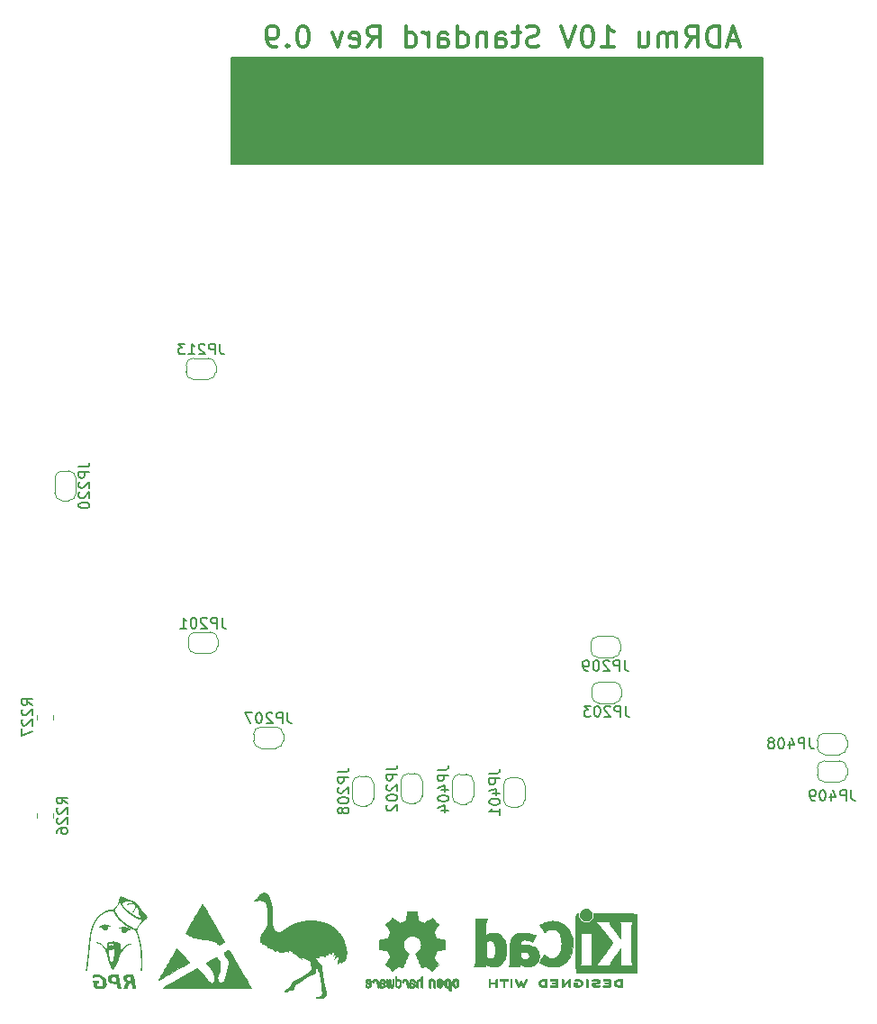
<source format=gbr>
G04 #@! TF.GenerationSoftware,KiCad,Pcbnew,(6.0.5)*
G04 #@! TF.CreationDate,2022-12-27T12:46:55+01:00*
G04 #@! TF.ProjectId,adrmu6layer,6164726d-7536-46c6-9179-65722e6b6963,0.9*
G04 #@! TF.SameCoordinates,Original*
G04 #@! TF.FileFunction,Legend,Bot*
G04 #@! TF.FilePolarity,Positive*
%FSLAX46Y46*%
G04 Gerber Fmt 4.6, Leading zero omitted, Abs format (unit mm)*
G04 Created by KiCad (PCBNEW (6.0.5)) date 2022-12-27 12:46:55*
%MOMM*%
%LPD*%
G01*
G04 APERTURE LIST*
%ADD10C,0.150000*%
%ADD11C,0.300000*%
%ADD12C,0.120000*%
%ADD13C,0.010000*%
G04 APERTURE END LIST*
D10*
X97500000Y-68000000D02*
X147500000Y-68000000D01*
X147500000Y-68000000D02*
X147500000Y-58000000D01*
X147500000Y-58000000D02*
X97500000Y-58000000D01*
X97500000Y-58000000D02*
X97500000Y-68000000D01*
G36*
X97500000Y-68000000D02*
G01*
X147500000Y-68000000D01*
X147500000Y-58000000D01*
X97500000Y-58000000D01*
X97500000Y-68000000D01*
G37*
D11*
X145190476Y-56433333D02*
X144238095Y-56433333D01*
X145380952Y-57004761D02*
X144714285Y-55004761D01*
X144047619Y-57004761D01*
X143380952Y-57004761D02*
X143380952Y-55004761D01*
X142904761Y-55004761D01*
X142619047Y-55100000D01*
X142428571Y-55290476D01*
X142333333Y-55480952D01*
X142238095Y-55861904D01*
X142238095Y-56147619D01*
X142333333Y-56528571D01*
X142428571Y-56719047D01*
X142619047Y-56909523D01*
X142904761Y-57004761D01*
X143380952Y-57004761D01*
X140238095Y-57004761D02*
X140904761Y-56052380D01*
X141380952Y-57004761D02*
X141380952Y-55004761D01*
X140619047Y-55004761D01*
X140428571Y-55100000D01*
X140333333Y-55195238D01*
X140238095Y-55385714D01*
X140238095Y-55671428D01*
X140333333Y-55861904D01*
X140428571Y-55957142D01*
X140619047Y-56052380D01*
X141380952Y-56052380D01*
X139380952Y-57004761D02*
X139380952Y-55671428D01*
X139380952Y-55861904D02*
X139285714Y-55766666D01*
X139095238Y-55671428D01*
X138809523Y-55671428D01*
X138619047Y-55766666D01*
X138523809Y-55957142D01*
X138523809Y-57004761D01*
X138523809Y-55957142D02*
X138428571Y-55766666D01*
X138238095Y-55671428D01*
X137952380Y-55671428D01*
X137761904Y-55766666D01*
X137666666Y-55957142D01*
X137666666Y-57004761D01*
X135857142Y-55671428D02*
X135857142Y-57004761D01*
X136714285Y-55671428D02*
X136714285Y-56719047D01*
X136619047Y-56909523D01*
X136428571Y-57004761D01*
X136142857Y-57004761D01*
X135952380Y-56909523D01*
X135857142Y-56814285D01*
X132333333Y-57004761D02*
X133476190Y-57004761D01*
X132904761Y-57004761D02*
X132904761Y-55004761D01*
X133095238Y-55290476D01*
X133285714Y-55480952D01*
X133476190Y-55576190D01*
X131095238Y-55004761D02*
X130904761Y-55004761D01*
X130714285Y-55100000D01*
X130619047Y-55195238D01*
X130523809Y-55385714D01*
X130428571Y-55766666D01*
X130428571Y-56242857D01*
X130523809Y-56623809D01*
X130619047Y-56814285D01*
X130714285Y-56909523D01*
X130904761Y-57004761D01*
X131095238Y-57004761D01*
X131285714Y-56909523D01*
X131380952Y-56814285D01*
X131476190Y-56623809D01*
X131571428Y-56242857D01*
X131571428Y-55766666D01*
X131476190Y-55385714D01*
X131380952Y-55195238D01*
X131285714Y-55100000D01*
X131095238Y-55004761D01*
X129857142Y-55004761D02*
X129190476Y-57004761D01*
X128523809Y-55004761D01*
X126428571Y-56909523D02*
X126142857Y-57004761D01*
X125666666Y-57004761D01*
X125476190Y-56909523D01*
X125380952Y-56814285D01*
X125285714Y-56623809D01*
X125285714Y-56433333D01*
X125380952Y-56242857D01*
X125476190Y-56147619D01*
X125666666Y-56052380D01*
X126047619Y-55957142D01*
X126238095Y-55861904D01*
X126333333Y-55766666D01*
X126428571Y-55576190D01*
X126428571Y-55385714D01*
X126333333Y-55195238D01*
X126238095Y-55100000D01*
X126047619Y-55004761D01*
X125571428Y-55004761D01*
X125285714Y-55100000D01*
X124714285Y-55671428D02*
X123952380Y-55671428D01*
X124428571Y-55004761D02*
X124428571Y-56719047D01*
X124333333Y-56909523D01*
X124142857Y-57004761D01*
X123952380Y-57004761D01*
X122428571Y-57004761D02*
X122428571Y-55957142D01*
X122523809Y-55766666D01*
X122714285Y-55671428D01*
X123095238Y-55671428D01*
X123285714Y-55766666D01*
X122428571Y-56909523D02*
X122619047Y-57004761D01*
X123095238Y-57004761D01*
X123285714Y-56909523D01*
X123380952Y-56719047D01*
X123380952Y-56528571D01*
X123285714Y-56338095D01*
X123095238Y-56242857D01*
X122619047Y-56242857D01*
X122428571Y-56147619D01*
X121476190Y-55671428D02*
X121476190Y-57004761D01*
X121476190Y-55861904D02*
X121380952Y-55766666D01*
X121190476Y-55671428D01*
X120904761Y-55671428D01*
X120714285Y-55766666D01*
X120619047Y-55957142D01*
X120619047Y-57004761D01*
X118809523Y-57004761D02*
X118809523Y-55004761D01*
X118809523Y-56909523D02*
X119000000Y-57004761D01*
X119380952Y-57004761D01*
X119571428Y-56909523D01*
X119666666Y-56814285D01*
X119761904Y-56623809D01*
X119761904Y-56052380D01*
X119666666Y-55861904D01*
X119571428Y-55766666D01*
X119380952Y-55671428D01*
X119000000Y-55671428D01*
X118809523Y-55766666D01*
X117000000Y-57004761D02*
X117000000Y-55957142D01*
X117095238Y-55766666D01*
X117285714Y-55671428D01*
X117666666Y-55671428D01*
X117857142Y-55766666D01*
X117000000Y-56909523D02*
X117190476Y-57004761D01*
X117666666Y-57004761D01*
X117857142Y-56909523D01*
X117952380Y-56719047D01*
X117952380Y-56528571D01*
X117857142Y-56338095D01*
X117666666Y-56242857D01*
X117190476Y-56242857D01*
X117000000Y-56147619D01*
X116047619Y-57004761D02*
X116047619Y-55671428D01*
X116047619Y-56052380D02*
X115952380Y-55861904D01*
X115857142Y-55766666D01*
X115666666Y-55671428D01*
X115476190Y-55671428D01*
X113952380Y-57004761D02*
X113952380Y-55004761D01*
X113952380Y-56909523D02*
X114142857Y-57004761D01*
X114523809Y-57004761D01*
X114714285Y-56909523D01*
X114809523Y-56814285D01*
X114904761Y-56623809D01*
X114904761Y-56052380D01*
X114809523Y-55861904D01*
X114714285Y-55766666D01*
X114523809Y-55671428D01*
X114142857Y-55671428D01*
X113952380Y-55766666D01*
X110333333Y-57004761D02*
X111000000Y-56052380D01*
X111476190Y-57004761D02*
X111476190Y-55004761D01*
X110714285Y-55004761D01*
X110523809Y-55100000D01*
X110428571Y-55195238D01*
X110333333Y-55385714D01*
X110333333Y-55671428D01*
X110428571Y-55861904D01*
X110523809Y-55957142D01*
X110714285Y-56052380D01*
X111476190Y-56052380D01*
X108714285Y-56909523D02*
X108904761Y-57004761D01*
X109285714Y-57004761D01*
X109476190Y-56909523D01*
X109571428Y-56719047D01*
X109571428Y-55957142D01*
X109476190Y-55766666D01*
X109285714Y-55671428D01*
X108904761Y-55671428D01*
X108714285Y-55766666D01*
X108619047Y-55957142D01*
X108619047Y-56147619D01*
X109571428Y-56338095D01*
X107952380Y-55671428D02*
X107476190Y-57004761D01*
X107000000Y-55671428D01*
X104333333Y-55004761D02*
X104142857Y-55004761D01*
X103952380Y-55100000D01*
X103857142Y-55195238D01*
X103761904Y-55385714D01*
X103666666Y-55766666D01*
X103666666Y-56242857D01*
X103761904Y-56623809D01*
X103857142Y-56814285D01*
X103952380Y-56909523D01*
X104142857Y-57004761D01*
X104333333Y-57004761D01*
X104523809Y-56909523D01*
X104619047Y-56814285D01*
X104714285Y-56623809D01*
X104809523Y-56242857D01*
X104809523Y-55766666D01*
X104714285Y-55385714D01*
X104619047Y-55195238D01*
X104523809Y-55100000D01*
X104333333Y-55004761D01*
X102809523Y-56814285D02*
X102714285Y-56909523D01*
X102809523Y-57004761D01*
X102904761Y-56909523D01*
X102809523Y-56814285D01*
X102809523Y-57004761D01*
X101761904Y-57004761D02*
X101380952Y-57004761D01*
X101190476Y-56909523D01*
X101095238Y-56814285D01*
X100904761Y-56528571D01*
X100809523Y-56147619D01*
X100809523Y-55385714D01*
X100904761Y-55195238D01*
X101000000Y-55100000D01*
X101190476Y-55004761D01*
X101571428Y-55004761D01*
X101761904Y-55100000D01*
X101857142Y-55195238D01*
X101952380Y-55385714D01*
X101952380Y-55861904D01*
X101857142Y-56052380D01*
X101761904Y-56147619D01*
X101571428Y-56242857D01*
X101190476Y-56242857D01*
X101000000Y-56147619D01*
X100904761Y-56052380D01*
X100809523Y-55861904D01*
D10*
G04 #@! TO.C,R226*
X82102380Y-128130952D02*
X81626190Y-127797619D01*
X82102380Y-127559523D02*
X81102380Y-127559523D01*
X81102380Y-127940476D01*
X81150000Y-128035714D01*
X81197619Y-128083333D01*
X81292857Y-128130952D01*
X81435714Y-128130952D01*
X81530952Y-128083333D01*
X81578571Y-128035714D01*
X81626190Y-127940476D01*
X81626190Y-127559523D01*
X81197619Y-128511904D02*
X81150000Y-128559523D01*
X81102380Y-128654761D01*
X81102380Y-128892857D01*
X81150000Y-128988095D01*
X81197619Y-129035714D01*
X81292857Y-129083333D01*
X81388095Y-129083333D01*
X81530952Y-129035714D01*
X82102380Y-128464285D01*
X82102380Y-129083333D01*
X81197619Y-129464285D02*
X81150000Y-129511904D01*
X81102380Y-129607142D01*
X81102380Y-129845238D01*
X81150000Y-129940476D01*
X81197619Y-129988095D01*
X81292857Y-130035714D01*
X81388095Y-130035714D01*
X81530952Y-129988095D01*
X82102380Y-129416666D01*
X82102380Y-130035714D01*
X81102380Y-130892857D02*
X81102380Y-130702380D01*
X81150000Y-130607142D01*
X81197619Y-130559523D01*
X81340476Y-130464285D01*
X81530952Y-130416666D01*
X81911904Y-130416666D01*
X82007142Y-130464285D01*
X82054761Y-130511904D01*
X82102380Y-130607142D01*
X82102380Y-130797619D01*
X82054761Y-130892857D01*
X82007142Y-130940476D01*
X81911904Y-130988095D01*
X81673809Y-130988095D01*
X81578571Y-130940476D01*
X81530952Y-130892857D01*
X81483333Y-130797619D01*
X81483333Y-130607142D01*
X81530952Y-130511904D01*
X81578571Y-130464285D01*
X81673809Y-130416666D01*
G04 #@! TO.C,JP208*
X107543004Y-125164785D02*
X108257290Y-125164785D01*
X108400147Y-125117166D01*
X108495385Y-125021928D01*
X108543004Y-124879071D01*
X108543004Y-124783833D01*
X108543004Y-125640976D02*
X107543004Y-125640976D01*
X107543004Y-126021928D01*
X107590624Y-126117166D01*
X107638243Y-126164785D01*
X107733481Y-126212404D01*
X107876338Y-126212404D01*
X107971576Y-126164785D01*
X108019195Y-126117166D01*
X108066814Y-126021928D01*
X108066814Y-125640976D01*
X107638243Y-126593357D02*
X107590624Y-126640976D01*
X107543004Y-126736214D01*
X107543004Y-126974309D01*
X107590624Y-127069547D01*
X107638243Y-127117166D01*
X107733481Y-127164785D01*
X107828719Y-127164785D01*
X107971576Y-127117166D01*
X108543004Y-126545738D01*
X108543004Y-127164785D01*
X107543004Y-127783833D02*
X107543004Y-127879071D01*
X107590624Y-127974309D01*
X107638243Y-128021928D01*
X107733481Y-128069547D01*
X107923957Y-128117166D01*
X108162052Y-128117166D01*
X108352528Y-128069547D01*
X108447766Y-128021928D01*
X108495385Y-127974309D01*
X108543004Y-127879071D01*
X108543004Y-127783833D01*
X108495385Y-127688595D01*
X108447766Y-127640976D01*
X108352528Y-127593357D01*
X108162052Y-127545738D01*
X107923957Y-127545738D01*
X107733481Y-127593357D01*
X107638243Y-127640976D01*
X107590624Y-127688595D01*
X107543004Y-127783833D01*
X107971576Y-128688595D02*
X107923957Y-128593357D01*
X107876338Y-128545738D01*
X107781100Y-128498119D01*
X107733481Y-128498119D01*
X107638243Y-128545738D01*
X107590624Y-128593357D01*
X107543004Y-128688595D01*
X107543004Y-128879071D01*
X107590624Y-128974309D01*
X107638243Y-129021928D01*
X107733481Y-129069547D01*
X107781100Y-129069547D01*
X107876338Y-129021928D01*
X107923957Y-128974309D01*
X107971576Y-128879071D01*
X107971576Y-128688595D01*
X108019195Y-128593357D01*
X108066814Y-128545738D01*
X108162052Y-128498119D01*
X108352528Y-128498119D01*
X108447766Y-128545738D01*
X108495385Y-128593357D01*
X108543004Y-128688595D01*
X108543004Y-128879071D01*
X108495385Y-128974309D01*
X108447766Y-129021928D01*
X108352528Y-129069547D01*
X108162052Y-129069547D01*
X108066814Y-129021928D01*
X108019195Y-128974309D01*
X107971576Y-128879071D01*
G04 #@! TO.C,R227*
X78802380Y-118880952D02*
X78326190Y-118547619D01*
X78802380Y-118309523D02*
X77802380Y-118309523D01*
X77802380Y-118690476D01*
X77850000Y-118785714D01*
X77897619Y-118833333D01*
X77992857Y-118880952D01*
X78135714Y-118880952D01*
X78230952Y-118833333D01*
X78278571Y-118785714D01*
X78326190Y-118690476D01*
X78326190Y-118309523D01*
X77897619Y-119261904D02*
X77850000Y-119309523D01*
X77802380Y-119404761D01*
X77802380Y-119642857D01*
X77850000Y-119738095D01*
X77897619Y-119785714D01*
X77992857Y-119833333D01*
X78088095Y-119833333D01*
X78230952Y-119785714D01*
X78802380Y-119214285D01*
X78802380Y-119833333D01*
X77897619Y-120214285D02*
X77850000Y-120261904D01*
X77802380Y-120357142D01*
X77802380Y-120595238D01*
X77850000Y-120690476D01*
X77897619Y-120738095D01*
X77992857Y-120785714D01*
X78088095Y-120785714D01*
X78230952Y-120738095D01*
X78802380Y-120166666D01*
X78802380Y-120785714D01*
X77802380Y-121119047D02*
X77802380Y-121785714D01*
X78802380Y-121357142D01*
G04 #@! TO.C,JP213*
X96436338Y-84901380D02*
X96436338Y-85615666D01*
X96483957Y-85758523D01*
X96579195Y-85853761D01*
X96722052Y-85901380D01*
X96817290Y-85901380D01*
X95960147Y-85901380D02*
X95960147Y-84901380D01*
X95579195Y-84901380D01*
X95483957Y-84949000D01*
X95436338Y-84996619D01*
X95388719Y-85091857D01*
X95388719Y-85234714D01*
X95436338Y-85329952D01*
X95483957Y-85377571D01*
X95579195Y-85425190D01*
X95960147Y-85425190D01*
X95007766Y-84996619D02*
X94960147Y-84949000D01*
X94864909Y-84901380D01*
X94626814Y-84901380D01*
X94531576Y-84949000D01*
X94483957Y-84996619D01*
X94436338Y-85091857D01*
X94436338Y-85187095D01*
X94483957Y-85329952D01*
X95055385Y-85901380D01*
X94436338Y-85901380D01*
X93483957Y-85901380D02*
X94055385Y-85901380D01*
X93769671Y-85901380D02*
X93769671Y-84901380D01*
X93864909Y-85044238D01*
X93960147Y-85139476D01*
X94055385Y-85187095D01*
X93150624Y-84901380D02*
X92531576Y-84901380D01*
X92864909Y-85282333D01*
X92722052Y-85282333D01*
X92626814Y-85329952D01*
X92579195Y-85377571D01*
X92531576Y-85472809D01*
X92531576Y-85710904D01*
X92579195Y-85806142D01*
X92626814Y-85853761D01*
X92722052Y-85901380D01*
X93007766Y-85901380D01*
X93103004Y-85853761D01*
X93150624Y-85806142D01*
G04 #@! TO.C,JP220*
X83167380Y-96464285D02*
X83881666Y-96464285D01*
X84024523Y-96416666D01*
X84119761Y-96321428D01*
X84167380Y-96178571D01*
X84167380Y-96083333D01*
X84167380Y-96940476D02*
X83167380Y-96940476D01*
X83167380Y-97321428D01*
X83215000Y-97416666D01*
X83262619Y-97464285D01*
X83357857Y-97511904D01*
X83500714Y-97511904D01*
X83595952Y-97464285D01*
X83643571Y-97416666D01*
X83691190Y-97321428D01*
X83691190Y-96940476D01*
X83262619Y-97892857D02*
X83215000Y-97940476D01*
X83167380Y-98035714D01*
X83167380Y-98273809D01*
X83215000Y-98369047D01*
X83262619Y-98416666D01*
X83357857Y-98464285D01*
X83453095Y-98464285D01*
X83595952Y-98416666D01*
X84167380Y-97845238D01*
X84167380Y-98464285D01*
X83262619Y-98845238D02*
X83215000Y-98892857D01*
X83167380Y-98988095D01*
X83167380Y-99226190D01*
X83215000Y-99321428D01*
X83262619Y-99369047D01*
X83357857Y-99416666D01*
X83453095Y-99416666D01*
X83595952Y-99369047D01*
X84167380Y-98797619D01*
X84167380Y-99416666D01*
X83167380Y-100035714D02*
X83167380Y-100130952D01*
X83215000Y-100226190D01*
X83262619Y-100273809D01*
X83357857Y-100321428D01*
X83548333Y-100369047D01*
X83786428Y-100369047D01*
X83976904Y-100321428D01*
X84072142Y-100273809D01*
X84119761Y-100226190D01*
X84167380Y-100130952D01*
X84167380Y-100035714D01*
X84119761Y-99940476D01*
X84072142Y-99892857D01*
X83976904Y-99845238D01*
X83786428Y-99797619D01*
X83548333Y-99797619D01*
X83357857Y-99845238D01*
X83262619Y-99892857D01*
X83215000Y-99940476D01*
X83167380Y-100035714D01*
G04 #@! TO.C,JP409*
X155785714Y-126852380D02*
X155785714Y-127566666D01*
X155833333Y-127709523D01*
X155928571Y-127804761D01*
X156071428Y-127852380D01*
X156166666Y-127852380D01*
X155309523Y-127852380D02*
X155309523Y-126852380D01*
X154928571Y-126852380D01*
X154833333Y-126900000D01*
X154785714Y-126947619D01*
X154738095Y-127042857D01*
X154738095Y-127185714D01*
X154785714Y-127280952D01*
X154833333Y-127328571D01*
X154928571Y-127376190D01*
X155309523Y-127376190D01*
X153880952Y-127185714D02*
X153880952Y-127852380D01*
X154119047Y-126804761D02*
X154357142Y-127519047D01*
X153738095Y-127519047D01*
X153166666Y-126852380D02*
X153071428Y-126852380D01*
X152976190Y-126900000D01*
X152928571Y-126947619D01*
X152880952Y-127042857D01*
X152833333Y-127233333D01*
X152833333Y-127471428D01*
X152880952Y-127661904D01*
X152928571Y-127757142D01*
X152976190Y-127804761D01*
X153071428Y-127852380D01*
X153166666Y-127852380D01*
X153261904Y-127804761D01*
X153309523Y-127757142D01*
X153357142Y-127661904D01*
X153404761Y-127471428D01*
X153404761Y-127233333D01*
X153357142Y-127042857D01*
X153309523Y-126947619D01*
X153261904Y-126900000D01*
X153166666Y-126852380D01*
X152357142Y-127852380D02*
X152166666Y-127852380D01*
X152071428Y-127804761D01*
X152023809Y-127757142D01*
X151928571Y-127614285D01*
X151880952Y-127423809D01*
X151880952Y-127042857D01*
X151928571Y-126947619D01*
X151976190Y-126900000D01*
X152071428Y-126852380D01*
X152261904Y-126852380D01*
X152357142Y-126900000D01*
X152404761Y-126947619D01*
X152452380Y-127042857D01*
X152452380Y-127280952D01*
X152404761Y-127376190D01*
X152357142Y-127423809D01*
X152261904Y-127471428D01*
X152071428Y-127471428D01*
X151976190Y-127423809D01*
X151928571Y-127376190D01*
X151880952Y-127280952D01*
G04 #@! TO.C,JP401*
X121767004Y-125291785D02*
X122481290Y-125291785D01*
X122624147Y-125244166D01*
X122719385Y-125148928D01*
X122767004Y-125006071D01*
X122767004Y-124910833D01*
X122767004Y-125767976D02*
X121767004Y-125767976D01*
X121767004Y-126148928D01*
X121814624Y-126244166D01*
X121862243Y-126291785D01*
X121957481Y-126339404D01*
X122100338Y-126339404D01*
X122195576Y-126291785D01*
X122243195Y-126244166D01*
X122290814Y-126148928D01*
X122290814Y-125767976D01*
X122100338Y-127196547D02*
X122767004Y-127196547D01*
X121719385Y-126958452D02*
X122433671Y-126720357D01*
X122433671Y-127339404D01*
X121767004Y-127910833D02*
X121767004Y-128006071D01*
X121814624Y-128101309D01*
X121862243Y-128148928D01*
X121957481Y-128196547D01*
X122147957Y-128244166D01*
X122386052Y-128244166D01*
X122576528Y-128196547D01*
X122671766Y-128148928D01*
X122719385Y-128101309D01*
X122767004Y-128006071D01*
X122767004Y-127910833D01*
X122719385Y-127815595D01*
X122671766Y-127767976D01*
X122576528Y-127720357D01*
X122386052Y-127672738D01*
X122147957Y-127672738D01*
X121957481Y-127720357D01*
X121862243Y-127767976D01*
X121814624Y-127815595D01*
X121767004Y-127910833D01*
X122767004Y-129196547D02*
X122767004Y-128625119D01*
X122767004Y-128910833D02*
X121767004Y-128910833D01*
X121909862Y-128815595D01*
X122005100Y-128720357D01*
X122052719Y-128625119D01*
G04 #@! TO.C,JP207*
X102785714Y-119570380D02*
X102785714Y-120284666D01*
X102833333Y-120427523D01*
X102928571Y-120522761D01*
X103071428Y-120570380D01*
X103166666Y-120570380D01*
X102309523Y-120570380D02*
X102309523Y-119570380D01*
X101928571Y-119570380D01*
X101833333Y-119618000D01*
X101785714Y-119665619D01*
X101738095Y-119760857D01*
X101738095Y-119903714D01*
X101785714Y-119998952D01*
X101833333Y-120046571D01*
X101928571Y-120094190D01*
X102309523Y-120094190D01*
X101357142Y-119665619D02*
X101309523Y-119618000D01*
X101214285Y-119570380D01*
X100976190Y-119570380D01*
X100880952Y-119618000D01*
X100833333Y-119665619D01*
X100785714Y-119760857D01*
X100785714Y-119856095D01*
X100833333Y-119998952D01*
X101404761Y-120570380D01*
X100785714Y-120570380D01*
X100166666Y-119570380D02*
X100071428Y-119570380D01*
X99976190Y-119618000D01*
X99928571Y-119665619D01*
X99880952Y-119760857D01*
X99833333Y-119951333D01*
X99833333Y-120189428D01*
X99880952Y-120379904D01*
X99928571Y-120475142D01*
X99976190Y-120522761D01*
X100071428Y-120570380D01*
X100166666Y-120570380D01*
X100261904Y-120522761D01*
X100309523Y-120475142D01*
X100357142Y-120379904D01*
X100404761Y-120189428D01*
X100404761Y-119951333D01*
X100357142Y-119760857D01*
X100309523Y-119665619D01*
X100261904Y-119618000D01*
X100166666Y-119570380D01*
X99500000Y-119570380D02*
X98833333Y-119570380D01*
X99261904Y-120570380D01*
G04 #@! TO.C,JP201*
X96635714Y-110652380D02*
X96635714Y-111366666D01*
X96683333Y-111509523D01*
X96778571Y-111604761D01*
X96921428Y-111652380D01*
X97016666Y-111652380D01*
X96159523Y-111652380D02*
X96159523Y-110652380D01*
X95778571Y-110652380D01*
X95683333Y-110700000D01*
X95635714Y-110747619D01*
X95588095Y-110842857D01*
X95588095Y-110985714D01*
X95635714Y-111080952D01*
X95683333Y-111128571D01*
X95778571Y-111176190D01*
X96159523Y-111176190D01*
X95207142Y-110747619D02*
X95159523Y-110700000D01*
X95064285Y-110652380D01*
X94826190Y-110652380D01*
X94730952Y-110700000D01*
X94683333Y-110747619D01*
X94635714Y-110842857D01*
X94635714Y-110938095D01*
X94683333Y-111080952D01*
X95254761Y-111652380D01*
X94635714Y-111652380D01*
X94016666Y-110652380D02*
X93921428Y-110652380D01*
X93826190Y-110700000D01*
X93778571Y-110747619D01*
X93730952Y-110842857D01*
X93683333Y-111033333D01*
X93683333Y-111271428D01*
X93730952Y-111461904D01*
X93778571Y-111557142D01*
X93826190Y-111604761D01*
X93921428Y-111652380D01*
X94016666Y-111652380D01*
X94111904Y-111604761D01*
X94159523Y-111557142D01*
X94207142Y-111461904D01*
X94254761Y-111271428D01*
X94254761Y-111033333D01*
X94207142Y-110842857D01*
X94159523Y-110747619D01*
X94111904Y-110700000D01*
X94016666Y-110652380D01*
X92730952Y-111652380D02*
X93302380Y-111652380D01*
X93016666Y-111652380D02*
X93016666Y-110652380D01*
X93111904Y-110795238D01*
X93207142Y-110890476D01*
X93302380Y-110938095D01*
G04 #@! TO.C,JP404*
X116941004Y-124973285D02*
X117655290Y-124973285D01*
X117798147Y-124925666D01*
X117893385Y-124830428D01*
X117941004Y-124687571D01*
X117941004Y-124592333D01*
X117941004Y-125449476D02*
X116941004Y-125449476D01*
X116941004Y-125830428D01*
X116988624Y-125925666D01*
X117036243Y-125973285D01*
X117131481Y-126020904D01*
X117274338Y-126020904D01*
X117369576Y-125973285D01*
X117417195Y-125925666D01*
X117464814Y-125830428D01*
X117464814Y-125449476D01*
X117274338Y-126878047D02*
X117941004Y-126878047D01*
X116893385Y-126639952D02*
X117607671Y-126401857D01*
X117607671Y-127020904D01*
X116941004Y-127592333D02*
X116941004Y-127687571D01*
X116988624Y-127782809D01*
X117036243Y-127830428D01*
X117131481Y-127878047D01*
X117321957Y-127925666D01*
X117560052Y-127925666D01*
X117750528Y-127878047D01*
X117845766Y-127830428D01*
X117893385Y-127782809D01*
X117941004Y-127687571D01*
X117941004Y-127592333D01*
X117893385Y-127497095D01*
X117845766Y-127449476D01*
X117750528Y-127401857D01*
X117560052Y-127354238D01*
X117321957Y-127354238D01*
X117131481Y-127401857D01*
X117036243Y-127449476D01*
X116988624Y-127497095D01*
X116941004Y-127592333D01*
X117274338Y-128782809D02*
X117941004Y-128782809D01*
X116893385Y-128544714D02*
X117607671Y-128306619D01*
X117607671Y-128925666D01*
G04 #@! TO.C,JP408*
X151885714Y-121952380D02*
X151885714Y-122666666D01*
X151933333Y-122809523D01*
X152028571Y-122904761D01*
X152171428Y-122952380D01*
X152266666Y-122952380D01*
X151409523Y-122952380D02*
X151409523Y-121952380D01*
X151028571Y-121952380D01*
X150933333Y-122000000D01*
X150885714Y-122047619D01*
X150838095Y-122142857D01*
X150838095Y-122285714D01*
X150885714Y-122380952D01*
X150933333Y-122428571D01*
X151028571Y-122476190D01*
X151409523Y-122476190D01*
X149980952Y-122285714D02*
X149980952Y-122952380D01*
X150219047Y-121904761D02*
X150457142Y-122619047D01*
X149838095Y-122619047D01*
X149266666Y-121952380D02*
X149171428Y-121952380D01*
X149076190Y-122000000D01*
X149028571Y-122047619D01*
X148980952Y-122142857D01*
X148933333Y-122333333D01*
X148933333Y-122571428D01*
X148980952Y-122761904D01*
X149028571Y-122857142D01*
X149076190Y-122904761D01*
X149171428Y-122952380D01*
X149266666Y-122952380D01*
X149361904Y-122904761D01*
X149409523Y-122857142D01*
X149457142Y-122761904D01*
X149504761Y-122571428D01*
X149504761Y-122333333D01*
X149457142Y-122142857D01*
X149409523Y-122047619D01*
X149361904Y-122000000D01*
X149266666Y-121952380D01*
X148361904Y-122380952D02*
X148457142Y-122333333D01*
X148504761Y-122285714D01*
X148552380Y-122190476D01*
X148552380Y-122142857D01*
X148504761Y-122047619D01*
X148457142Y-122000000D01*
X148361904Y-121952380D01*
X148171428Y-121952380D01*
X148076190Y-122000000D01*
X148028571Y-122047619D01*
X147980952Y-122142857D01*
X147980952Y-122190476D01*
X148028571Y-122285714D01*
X148076190Y-122333333D01*
X148171428Y-122380952D01*
X148361904Y-122380952D01*
X148457142Y-122428571D01*
X148504761Y-122476190D01*
X148552380Y-122571428D01*
X148552380Y-122761904D01*
X148504761Y-122857142D01*
X148457142Y-122904761D01*
X148361904Y-122952380D01*
X148171428Y-122952380D01*
X148076190Y-122904761D01*
X148028571Y-122857142D01*
X147980952Y-122761904D01*
X147980952Y-122571428D01*
X148028571Y-122476190D01*
X148076190Y-122428571D01*
X148171428Y-122380952D01*
G04 #@! TO.C,JP203*
X134585714Y-118952380D02*
X134585714Y-119666666D01*
X134633333Y-119809523D01*
X134728571Y-119904761D01*
X134871428Y-119952380D01*
X134966666Y-119952380D01*
X134109523Y-119952380D02*
X134109523Y-118952380D01*
X133728571Y-118952380D01*
X133633333Y-119000000D01*
X133585714Y-119047619D01*
X133538095Y-119142857D01*
X133538095Y-119285714D01*
X133585714Y-119380952D01*
X133633333Y-119428571D01*
X133728571Y-119476190D01*
X134109523Y-119476190D01*
X133157142Y-119047619D02*
X133109523Y-119000000D01*
X133014285Y-118952380D01*
X132776190Y-118952380D01*
X132680952Y-119000000D01*
X132633333Y-119047619D01*
X132585714Y-119142857D01*
X132585714Y-119238095D01*
X132633333Y-119380952D01*
X133204761Y-119952380D01*
X132585714Y-119952380D01*
X131966666Y-118952380D02*
X131871428Y-118952380D01*
X131776190Y-119000000D01*
X131728571Y-119047619D01*
X131680952Y-119142857D01*
X131633333Y-119333333D01*
X131633333Y-119571428D01*
X131680952Y-119761904D01*
X131728571Y-119857142D01*
X131776190Y-119904761D01*
X131871428Y-119952380D01*
X131966666Y-119952380D01*
X132061904Y-119904761D01*
X132109523Y-119857142D01*
X132157142Y-119761904D01*
X132204761Y-119571428D01*
X132204761Y-119333333D01*
X132157142Y-119142857D01*
X132109523Y-119047619D01*
X132061904Y-119000000D01*
X131966666Y-118952380D01*
X131300000Y-118952380D02*
X130680952Y-118952380D01*
X131014285Y-119333333D01*
X130871428Y-119333333D01*
X130776190Y-119380952D01*
X130728571Y-119428571D01*
X130680952Y-119523809D01*
X130680952Y-119761904D01*
X130728571Y-119857142D01*
X130776190Y-119904761D01*
X130871428Y-119952380D01*
X131157142Y-119952380D01*
X131252380Y-119904761D01*
X131300000Y-119857142D01*
G04 #@! TO.C,JP202*
X112115004Y-124910785D02*
X112829290Y-124910785D01*
X112972147Y-124863166D01*
X113067385Y-124767928D01*
X113115004Y-124625071D01*
X113115004Y-124529833D01*
X113115004Y-125386976D02*
X112115004Y-125386976D01*
X112115004Y-125767928D01*
X112162624Y-125863166D01*
X112210243Y-125910785D01*
X112305481Y-125958404D01*
X112448338Y-125958404D01*
X112543576Y-125910785D01*
X112591195Y-125863166D01*
X112638814Y-125767928D01*
X112638814Y-125386976D01*
X112210243Y-126339357D02*
X112162624Y-126386976D01*
X112115004Y-126482214D01*
X112115004Y-126720309D01*
X112162624Y-126815547D01*
X112210243Y-126863166D01*
X112305481Y-126910785D01*
X112400719Y-126910785D01*
X112543576Y-126863166D01*
X113115004Y-126291738D01*
X113115004Y-126910785D01*
X112115004Y-127529833D02*
X112115004Y-127625071D01*
X112162624Y-127720309D01*
X112210243Y-127767928D01*
X112305481Y-127815547D01*
X112495957Y-127863166D01*
X112734052Y-127863166D01*
X112924528Y-127815547D01*
X113019766Y-127767928D01*
X113067385Y-127720309D01*
X113115004Y-127625071D01*
X113115004Y-127529833D01*
X113067385Y-127434595D01*
X113019766Y-127386976D01*
X112924528Y-127339357D01*
X112734052Y-127291738D01*
X112495957Y-127291738D01*
X112305481Y-127339357D01*
X112210243Y-127386976D01*
X112162624Y-127434595D01*
X112115004Y-127529833D01*
X112210243Y-128244119D02*
X112162624Y-128291738D01*
X112115004Y-128386976D01*
X112115004Y-128625071D01*
X112162624Y-128720309D01*
X112210243Y-128767928D01*
X112305481Y-128815547D01*
X112400719Y-128815547D01*
X112543576Y-128767928D01*
X113115004Y-128196500D01*
X113115004Y-128815547D01*
G04 #@! TO.C,JP209*
X134485714Y-114652380D02*
X134485714Y-115366666D01*
X134533333Y-115509523D01*
X134628571Y-115604761D01*
X134771428Y-115652380D01*
X134866666Y-115652380D01*
X134009523Y-115652380D02*
X134009523Y-114652380D01*
X133628571Y-114652380D01*
X133533333Y-114700000D01*
X133485714Y-114747619D01*
X133438095Y-114842857D01*
X133438095Y-114985714D01*
X133485714Y-115080952D01*
X133533333Y-115128571D01*
X133628571Y-115176190D01*
X134009523Y-115176190D01*
X133057142Y-114747619D02*
X133009523Y-114700000D01*
X132914285Y-114652380D01*
X132676190Y-114652380D01*
X132580952Y-114700000D01*
X132533333Y-114747619D01*
X132485714Y-114842857D01*
X132485714Y-114938095D01*
X132533333Y-115080952D01*
X133104761Y-115652380D01*
X132485714Y-115652380D01*
X131866666Y-114652380D02*
X131771428Y-114652380D01*
X131676190Y-114700000D01*
X131628571Y-114747619D01*
X131580952Y-114842857D01*
X131533333Y-115033333D01*
X131533333Y-115271428D01*
X131580952Y-115461904D01*
X131628571Y-115557142D01*
X131676190Y-115604761D01*
X131771428Y-115652380D01*
X131866666Y-115652380D01*
X131961904Y-115604761D01*
X132009523Y-115557142D01*
X132057142Y-115461904D01*
X132104761Y-115271428D01*
X132104761Y-115033333D01*
X132057142Y-114842857D01*
X132009523Y-114747619D01*
X131961904Y-114700000D01*
X131866666Y-114652380D01*
X131057142Y-115652380D02*
X130866666Y-115652380D01*
X130771428Y-115604761D01*
X130723809Y-115557142D01*
X130628571Y-115414285D01*
X130580952Y-115223809D01*
X130580952Y-114842857D01*
X130628571Y-114747619D01*
X130676190Y-114700000D01*
X130771428Y-114652380D01*
X130961904Y-114652380D01*
X131057142Y-114700000D01*
X131104761Y-114747619D01*
X131152380Y-114842857D01*
X131152380Y-115080952D01*
X131104761Y-115176190D01*
X131057142Y-115223809D01*
X130961904Y-115271428D01*
X130771428Y-115271428D01*
X130676190Y-115223809D01*
X130628571Y-115176190D01*
X130580952Y-115080952D01*
D12*
G04 #@! TO.C,R226*
X79265000Y-129477064D02*
X79265000Y-129022936D01*
X80735000Y-129477064D02*
X80735000Y-129022936D01*
G04 #@! TO.C,JP208*
X108890624Y-126250500D02*
X108890624Y-127650500D01*
X110890624Y-127650500D02*
X110890624Y-126250500D01*
X109590624Y-128350500D02*
X110190624Y-128350500D01*
X110190624Y-125550500D02*
X109590624Y-125550500D01*
X110190624Y-128350500D02*
G75*
G03*
X110890624Y-127650500I0J700000D01*
G01*
X109590624Y-125550500D02*
G75*
G03*
X108890624Y-126250500I-1J-699999D01*
G01*
X108890624Y-127650500D02*
G75*
G03*
X109590624Y-128350500I700000J0D01*
G01*
X110890624Y-126250500D02*
G75*
G03*
X110190624Y-125550500I-699999J1D01*
G01*
G04 #@! TO.C,R227*
X80735000Y-119772936D02*
X80735000Y-120227064D01*
X79265000Y-119772936D02*
X79265000Y-120227064D01*
G04 #@! TO.C,SYM101*
G36*
X100675955Y-136500619D02*
G01*
X100708944Y-136504488D01*
X100741319Y-136511503D01*
X100772915Y-136521642D01*
X100803568Y-136534878D01*
X100818506Y-136542686D01*
X100845895Y-136559491D01*
X100873169Y-136579420D01*
X100900236Y-136602382D01*
X100927004Y-136628285D01*
X100953381Y-136657038D01*
X100979275Y-136688548D01*
X101004594Y-136722726D01*
X101029245Y-136759478D01*
X101040980Y-136778364D01*
X101056975Y-136805609D01*
X101073591Y-136835496D01*
X101090689Y-136867735D01*
X101108132Y-136902039D01*
X101125782Y-136938119D01*
X101143501Y-136975688D01*
X101161151Y-137014456D01*
X101178595Y-137054135D01*
X101195695Y-137094438D01*
X101212313Y-137135077D01*
X101228310Y-137175762D01*
X101239755Y-137205935D01*
X101262436Y-137268553D01*
X101284132Y-137332274D01*
X101304758Y-137396759D01*
X101324226Y-137461669D01*
X101342450Y-137526664D01*
X101359342Y-137591405D01*
X101374816Y-137655554D01*
X101388785Y-137718770D01*
X101401163Y-137780715D01*
X101411861Y-137841049D01*
X101420795Y-137899434D01*
X101427876Y-137955529D01*
X101428068Y-137957252D01*
X101429819Y-137973201D01*
X101431325Y-137987607D01*
X101432606Y-138000871D01*
X101433678Y-138013393D01*
X101434560Y-138025574D01*
X101435269Y-138037815D01*
X101435822Y-138050516D01*
X101436239Y-138064079D01*
X101436535Y-138078904D01*
X101436730Y-138095392D01*
X101436841Y-138113943D01*
X101436886Y-138134959D01*
X101436881Y-138158840D01*
X101436865Y-138168587D01*
X101436779Y-138190994D01*
X101436629Y-138214729D01*
X101436422Y-138239135D01*
X101436166Y-138263557D01*
X101435868Y-138287337D01*
X101435536Y-138309821D01*
X101435175Y-138330351D01*
X101434794Y-138348271D01*
X101434654Y-138354177D01*
X101434201Y-138373294D01*
X101433693Y-138394768D01*
X101433146Y-138417923D01*
X101432575Y-138442083D01*
X101431997Y-138466572D01*
X101431427Y-138490713D01*
X101430882Y-138513832D01*
X101430377Y-138535251D01*
X101430370Y-138535546D01*
X101429995Y-138551304D01*
X101429542Y-138569955D01*
X101429022Y-138591138D01*
X101428443Y-138614488D01*
X101427815Y-138639642D01*
X101427147Y-138666237D01*
X101426448Y-138693910D01*
X101425727Y-138722298D01*
X101424994Y-138751037D01*
X101424256Y-138779763D01*
X101423525Y-138808115D01*
X101422808Y-138835727D01*
X101422506Y-138847372D01*
X101421413Y-138890901D01*
X101420455Y-138931406D01*
X101419633Y-138969076D01*
X101418949Y-139004101D01*
X101418401Y-139036672D01*
X101417992Y-139066978D01*
X101417721Y-139095210D01*
X101417589Y-139121557D01*
X101417595Y-139146210D01*
X101417742Y-139169358D01*
X101418029Y-139191192D01*
X101418456Y-139211901D01*
X101419024Y-139231676D01*
X101419734Y-139250706D01*
X101420586Y-139269182D01*
X101421581Y-139287294D01*
X101422718Y-139305231D01*
X101423999Y-139323184D01*
X101428123Y-139371516D01*
X101436384Y-139444822D01*
X101446911Y-139515951D01*
X101459730Y-139585031D01*
X101474866Y-139652191D01*
X101492343Y-139717561D01*
X101512186Y-139781269D01*
X101522871Y-139812202D01*
X101535773Y-139846716D01*
X101548821Y-139878421D01*
X101562153Y-139907566D01*
X101575905Y-139934400D01*
X101590215Y-139959173D01*
X101605219Y-139982132D01*
X101621054Y-140003528D01*
X101637857Y-140023608D01*
X101655764Y-140042623D01*
X101663937Y-140050618D01*
X101679055Y-140064318D01*
X101695184Y-140077501D01*
X101713009Y-140090715D01*
X101733215Y-140104507D01*
X101761271Y-140122283D01*
X101792721Y-140140315D01*
X101823317Y-140155720D01*
X101853393Y-140168650D01*
X101883281Y-140179258D01*
X101913314Y-140187700D01*
X101925938Y-140190576D01*
X101960839Y-140196287D01*
X101995897Y-140198782D01*
X102030926Y-140198062D01*
X102065742Y-140194128D01*
X102100157Y-140186979D01*
X102108279Y-140184807D01*
X102118666Y-140181745D01*
X102129179Y-140178290D01*
X102139954Y-140174367D01*
X102151125Y-140169896D01*
X102162827Y-140164802D01*
X102175194Y-140159007D01*
X102188360Y-140152433D01*
X102202461Y-140145003D01*
X102217631Y-140136640D01*
X102234004Y-140127266D01*
X102251716Y-140116804D01*
X102270900Y-140105178D01*
X102291692Y-140092308D01*
X102314225Y-140078119D01*
X102338635Y-140062533D01*
X102365055Y-140045472D01*
X102393621Y-140026859D01*
X102424468Y-140006617D01*
X102457729Y-139984668D01*
X102493539Y-139960936D01*
X102512460Y-139948370D01*
X102530942Y-139936084D01*
X102547941Y-139924766D01*
X102563756Y-139914214D01*
X102578684Y-139904226D01*
X102593022Y-139894601D01*
X102607070Y-139885137D01*
X102621123Y-139875632D01*
X102635482Y-139865883D01*
X102650442Y-139855690D01*
X102666301Y-139844851D01*
X102683359Y-139833163D01*
X102701911Y-139820425D01*
X102722257Y-139806435D01*
X102744694Y-139790991D01*
X102769519Y-139773892D01*
X102787472Y-139761546D01*
X102827002Y-139734538D01*
X102864190Y-139709392D01*
X102899196Y-139686001D01*
X102932182Y-139664262D01*
X102963309Y-139644070D01*
X102992738Y-139625320D01*
X103020630Y-139607907D01*
X103047145Y-139591727D01*
X103072445Y-139576673D01*
X103122648Y-139548028D01*
X103192954Y-139510525D01*
X103265611Y-139474702D01*
X103340674Y-139440539D01*
X103418200Y-139408016D01*
X103498246Y-139377112D01*
X103580867Y-139347805D01*
X103666121Y-139320077D01*
X103754063Y-139293905D01*
X103844750Y-139269269D01*
X103938239Y-139246149D01*
X104034586Y-139224523D01*
X104104966Y-139210090D01*
X104177753Y-139196445D01*
X104250729Y-139184097D01*
X104324261Y-139172999D01*
X104398717Y-139163107D01*
X104474466Y-139154375D01*
X104551874Y-139146757D01*
X104631309Y-139140209D01*
X104713138Y-139134683D01*
X104797731Y-139130136D01*
X104798821Y-139130086D01*
X104810156Y-139129669D01*
X104824378Y-139129299D01*
X104841147Y-139128976D01*
X104860122Y-139128699D01*
X104880964Y-139128469D01*
X104903332Y-139128285D01*
X104926886Y-139128148D01*
X104951286Y-139128058D01*
X104976191Y-139128014D01*
X105001262Y-139128017D01*
X105026159Y-139128067D01*
X105050541Y-139128163D01*
X105074068Y-139128305D01*
X105096399Y-139128494D01*
X105117196Y-139128730D01*
X105136116Y-139129012D01*
X105152822Y-139129341D01*
X105166971Y-139129717D01*
X105178225Y-139130139D01*
X105198860Y-139131115D01*
X105267799Y-139134815D01*
X105334300Y-139139101D01*
X105398974Y-139144028D01*
X105462432Y-139149654D01*
X105525284Y-139156036D01*
X105588139Y-139163231D01*
X105651610Y-139171295D01*
X105716305Y-139180286D01*
X105774873Y-139189150D01*
X105869522Y-139205227D01*
X105961661Y-139223123D01*
X106051441Y-139242879D01*
X106139016Y-139264535D01*
X106224538Y-139288133D01*
X106308159Y-139313712D01*
X106390033Y-139341314D01*
X106470310Y-139370979D01*
X106549145Y-139402749D01*
X106552863Y-139404313D01*
X106642354Y-139443821D01*
X106730475Y-139486283D01*
X106817160Y-139531657D01*
X106902340Y-139579901D01*
X106985947Y-139630976D01*
X107067913Y-139684839D01*
X107148172Y-139741448D01*
X107226654Y-139800763D01*
X107303292Y-139862743D01*
X107354249Y-139906282D01*
X107428569Y-139973304D01*
X107500352Y-140042382D01*
X107569602Y-140113521D01*
X107636323Y-140186726D01*
X107700519Y-140262001D01*
X107762194Y-140339353D01*
X107821352Y-140418784D01*
X107877998Y-140500301D01*
X107932134Y-140583908D01*
X107983766Y-140669609D01*
X108023411Y-140739913D01*
X108069877Y-140828134D01*
X108113384Y-140917573D01*
X108153966Y-141008314D01*
X108191656Y-141100440D01*
X108226488Y-141194036D01*
X108258498Y-141289187D01*
X108287718Y-141385975D01*
X108314183Y-141484486D01*
X108332327Y-141559661D01*
X108352097Y-141651233D01*
X108369034Y-141741834D01*
X108383181Y-141831743D01*
X108394581Y-141921243D01*
X108403278Y-142010614D01*
X108409316Y-142100135D01*
X108409627Y-142106973D01*
X108410076Y-142121779D01*
X108410364Y-142138899D01*
X108410497Y-142157776D01*
X108410484Y-142177852D01*
X108410330Y-142198568D01*
X108410042Y-142219367D01*
X108409627Y-142239691D01*
X108409092Y-142258983D01*
X108408443Y-142276683D01*
X108407688Y-142292235D01*
X108406833Y-142305079D01*
X108402572Y-142351239D01*
X108395257Y-142412298D01*
X108386059Y-142473771D01*
X108375090Y-142535083D01*
X108362464Y-142595660D01*
X108348295Y-142654926D01*
X108332695Y-142712305D01*
X108315778Y-142767224D01*
X108304264Y-142800564D01*
X108291725Y-142832949D01*
X108278531Y-142863035D01*
X108264452Y-142891311D01*
X108249257Y-142918271D01*
X108232715Y-142944407D01*
X108229535Y-142949091D01*
X108220226Y-142961751D01*
X108211587Y-142971664D01*
X108203304Y-142979085D01*
X108195062Y-142984266D01*
X108186547Y-142987461D01*
X108177445Y-142988923D01*
X108176730Y-142988970D01*
X108167893Y-142988832D01*
X108159113Y-142987180D01*
X108149808Y-142983806D01*
X108139396Y-142978503D01*
X108127292Y-142971062D01*
X108117029Y-142964465D01*
X108106828Y-142958351D01*
X108097975Y-142953878D01*
X108090154Y-142951152D01*
X108083048Y-142950280D01*
X108076341Y-142951370D01*
X108069714Y-142954528D01*
X108062853Y-142959863D01*
X108055439Y-142967481D01*
X108047155Y-142977489D01*
X108037686Y-142989996D01*
X108026715Y-143005107D01*
X108022561Y-143010859D01*
X108012664Y-143024391D01*
X108002182Y-143038514D01*
X107991309Y-143052981D01*
X107980240Y-143067543D01*
X107969170Y-143081955D01*
X107958294Y-143095967D01*
X107947805Y-143109334D01*
X107937899Y-143121808D01*
X107928771Y-143133142D01*
X107920614Y-143143089D01*
X107913624Y-143151400D01*
X107907995Y-143157830D01*
X107903922Y-143162130D01*
X107901599Y-143164054D01*
X107901314Y-143164184D01*
X107897819Y-143165554D01*
X107892462Y-143167452D01*
X107886067Y-143169608D01*
X107879458Y-143171756D01*
X107873459Y-143173626D01*
X107868893Y-143174951D01*
X107866584Y-143175461D01*
X107866528Y-143175353D01*
X107866318Y-143172968D01*
X107866119Y-143167662D01*
X107865937Y-143159710D01*
X107865774Y-143149385D01*
X107865634Y-143136963D01*
X107865519Y-143122717D01*
X107865432Y-143106923D01*
X107865378Y-143089853D01*
X107865360Y-143071782D01*
X107865358Y-143067019D01*
X107865330Y-143049182D01*
X107865267Y-143032418D01*
X107865173Y-143016999D01*
X107865052Y-143003201D01*
X107864905Y-142991297D01*
X107864737Y-142981563D01*
X107864550Y-142974272D01*
X107864348Y-142969699D01*
X107864135Y-142968117D01*
X107863147Y-142968392D01*
X107859542Y-142970017D01*
X107854067Y-142972816D01*
X107847313Y-142976461D01*
X107839871Y-142980625D01*
X107832331Y-142984980D01*
X107825285Y-142989198D01*
X107819324Y-142992952D01*
X107817910Y-142993881D01*
X107796838Y-143008997D01*
X107778443Y-143024908D01*
X107762176Y-143042194D01*
X107747487Y-143061436D01*
X107733825Y-143083213D01*
X107730813Y-143088352D01*
X107724754Y-143098291D01*
X107717623Y-143109640D01*
X107709877Y-143121697D01*
X107701973Y-143133759D01*
X107694370Y-143145123D01*
X107687525Y-143155087D01*
X107681895Y-143162949D01*
X107680726Y-143164520D01*
X107666103Y-143182732D01*
X107651124Y-143198560D01*
X107634986Y-143212785D01*
X107616887Y-143226188D01*
X107613144Y-143228694D01*
X107591301Y-143241386D01*
X107567128Y-143252500D01*
X107541170Y-143261834D01*
X107513976Y-143269186D01*
X107486091Y-143274355D01*
X107483380Y-143274718D01*
X107480020Y-143274865D01*
X107478616Y-143274041D01*
X107478334Y-143271992D01*
X107478412Y-143269899D01*
X107479052Y-143263254D01*
X107480335Y-143253452D01*
X107482255Y-143240525D01*
X107484808Y-143224502D01*
X107487987Y-143205414D01*
X107491788Y-143183291D01*
X107496205Y-143158163D01*
X107501233Y-143130059D01*
X107506867Y-143099011D01*
X107513102Y-143065048D01*
X107519933Y-143028200D01*
X107527354Y-142988498D01*
X107527388Y-142988318D01*
X107534223Y-142951845D01*
X107540953Y-142915863D01*
X107547541Y-142880564D01*
X107553951Y-142846145D01*
X107560148Y-142812798D01*
X107566095Y-142780718D01*
X107571758Y-142750100D01*
X107577099Y-142721137D01*
X107582084Y-142694023D01*
X107586677Y-142668953D01*
X107590841Y-142646122D01*
X107594541Y-142625722D01*
X107597741Y-142607949D01*
X107600405Y-142592997D01*
X107602498Y-142581060D01*
X107602782Y-142579396D01*
X107604158Y-142570284D01*
X107604984Y-142561981D01*
X107605237Y-142553821D01*
X107604896Y-142545136D01*
X107603938Y-142535260D01*
X107602339Y-142523525D01*
X107600079Y-142509263D01*
X107599320Y-142504587D01*
X107597972Y-142495866D01*
X107596891Y-142488316D01*
X107596172Y-142482620D01*
X107595911Y-142479461D01*
X107595492Y-142476324D01*
X107594400Y-142474913D01*
X107593100Y-142475643D01*
X107589626Y-142478170D01*
X107584461Y-142482177D01*
X107578037Y-142487328D01*
X107570790Y-142493285D01*
X107567468Y-142496071D01*
X107562735Y-142500153D01*
X107558046Y-142504370D01*
X107553236Y-142508903D01*
X107548140Y-142513935D01*
X107542592Y-142519647D01*
X107536428Y-142526222D01*
X107529482Y-142533841D01*
X107521589Y-142542686D01*
X107512584Y-142552938D01*
X107502302Y-142564780D01*
X107490577Y-142578394D01*
X107477245Y-142593961D01*
X107462140Y-142611664D01*
X107445098Y-142631683D01*
X107434735Y-142643820D01*
X107418409Y-142662715D01*
X107403787Y-142679312D01*
X107390693Y-142693797D01*
X107378951Y-142706357D01*
X107368385Y-142717179D01*
X107358818Y-142726450D01*
X107350074Y-142734357D01*
X107341977Y-142741087D01*
X107330250Y-142750032D01*
X107305950Y-142766336D01*
X107281326Y-142779801D01*
X107255906Y-142790697D01*
X107255390Y-142790889D01*
X107247449Y-142793661D01*
X107238967Y-142796342D01*
X107230549Y-142798774D01*
X107222803Y-142800796D01*
X107216333Y-142802251D01*
X107211745Y-142802980D01*
X107209647Y-142802823D01*
X107209591Y-142802734D01*
X107209204Y-142800405D01*
X107208846Y-142795551D01*
X107208556Y-142788821D01*
X107208371Y-142780862D01*
X107208069Y-142759875D01*
X107222240Y-142719866D01*
X107223756Y-142715583D01*
X107228262Y-142702844D01*
X107233473Y-142688094D01*
X107239120Y-142672100D01*
X107244930Y-142655630D01*
X107250633Y-142639452D01*
X107255958Y-142624335D01*
X107257501Y-142619956D01*
X107261570Y-142608413D01*
X107266547Y-142594309D01*
X107272306Y-142577996D01*
X107278723Y-142559828D01*
X107285672Y-142540157D01*
X107293030Y-142519338D01*
X107300671Y-142497723D01*
X107308470Y-142475666D01*
X107316303Y-142453520D01*
X107324045Y-142431638D01*
X107326013Y-142426073D01*
X107335592Y-142398923D01*
X107344099Y-142374674D01*
X107351582Y-142353189D01*
X107358086Y-142334329D01*
X107363655Y-142317957D01*
X107368337Y-142303934D01*
X107372176Y-142292121D01*
X107375218Y-142282382D01*
X107377510Y-142274578D01*
X107379095Y-142268571D01*
X107380021Y-142264223D01*
X107380333Y-142261396D01*
X107379967Y-142260552D01*
X107377215Y-142259584D01*
X107372280Y-142259490D01*
X107365774Y-142260169D01*
X107358310Y-142261521D01*
X107350500Y-142263446D01*
X107342956Y-142265844D01*
X107336290Y-142268614D01*
X107332440Y-142270734D01*
X107324553Y-142276502D01*
X107315910Y-142284624D01*
X107306365Y-142295256D01*
X107295772Y-142308555D01*
X107283986Y-142324675D01*
X107282249Y-142327132D01*
X107274069Y-142338654D01*
X107266479Y-142349255D01*
X107259191Y-142359322D01*
X107251914Y-142369244D01*
X107244359Y-142379407D01*
X107236235Y-142390199D01*
X107227253Y-142402009D01*
X107217123Y-142415224D01*
X107205555Y-142430232D01*
X107192259Y-142447421D01*
X107148421Y-142504028D01*
X107142081Y-142501538D01*
X107141959Y-142501490D01*
X107138925Y-142500172D01*
X107136914Y-142498624D01*
X107135507Y-142496103D01*
X107134285Y-142491866D01*
X107132828Y-142485172D01*
X107132571Y-142483934D01*
X107131574Y-142478602D01*
X107130953Y-142473719D01*
X107130691Y-142468545D01*
X107130773Y-142462340D01*
X107131180Y-142454363D01*
X107131898Y-142443873D01*
X107131952Y-142443119D01*
X107132450Y-142436371D01*
X107132948Y-142430090D01*
X107133486Y-142424073D01*
X107134105Y-142418117D01*
X107134844Y-142412020D01*
X107135743Y-142405578D01*
X107136841Y-142398589D01*
X107138179Y-142390849D01*
X107139797Y-142382155D01*
X107141733Y-142372305D01*
X107144029Y-142361095D01*
X107146723Y-142348323D01*
X107149856Y-142333785D01*
X107153467Y-142317279D01*
X107157596Y-142298601D01*
X107162283Y-142277549D01*
X107167568Y-142253919D01*
X107173490Y-142227510D01*
X107180090Y-142198116D01*
X107184108Y-142180179D01*
X107190899Y-142149605D01*
X107197036Y-142121631D01*
X107202503Y-142096329D01*
X107207285Y-142073771D01*
X107211367Y-142054028D01*
X107214736Y-142037173D01*
X107217374Y-142023275D01*
X107219269Y-142012408D01*
X107220404Y-142004642D01*
X107220852Y-142000279D01*
X107221504Y-141992246D01*
X107222201Y-141982096D01*
X107222903Y-141970474D01*
X107223568Y-141958026D01*
X107224156Y-141945398D01*
X107226032Y-141901629D01*
X107219871Y-141899970D01*
X107218745Y-141899688D01*
X107214631Y-141899032D01*
X107212215Y-141899234D01*
X107210713Y-141900692D01*
X107207445Y-141904338D01*
X107202801Y-141909731D01*
X107197126Y-141916453D01*
X107190763Y-141924088D01*
X107184056Y-141932217D01*
X107177349Y-141940424D01*
X107170987Y-141948292D01*
X107165313Y-141955404D01*
X107160672Y-141961342D01*
X107157407Y-141965690D01*
X107155470Y-141968506D01*
X107151047Y-141975427D01*
X107145160Y-141985075D01*
X107137862Y-141997357D01*
X107129205Y-142012181D01*
X107119243Y-142029454D01*
X107108030Y-142049083D01*
X107095617Y-142070977D01*
X107082058Y-142095041D01*
X107067406Y-142121184D01*
X107051714Y-142149314D01*
X107035035Y-142179337D01*
X107034532Y-142180243D01*
X107023701Y-142199771D01*
X107014319Y-142216670D01*
X107006259Y-142231160D01*
X106999392Y-142243461D01*
X106993591Y-142253793D01*
X106988730Y-142262376D01*
X106984681Y-142269429D01*
X106981316Y-142275173D01*
X106978509Y-142279826D01*
X106976132Y-142283610D01*
X106974058Y-142286743D01*
X106972159Y-142289446D01*
X106970308Y-142291937D01*
X106968379Y-142294438D01*
X106961164Y-142302626D01*
X106953750Y-142308661D01*
X106945807Y-142312551D01*
X106936991Y-142314324D01*
X106926958Y-142314005D01*
X106915363Y-142311622D01*
X106901863Y-142307200D01*
X106886114Y-142300766D01*
X106880567Y-142298342D01*
X106855079Y-142287250D01*
X106830900Y-142276809D01*
X106808198Y-142267087D01*
X106787139Y-142258154D01*
X106767890Y-142250078D01*
X106750618Y-142242929D01*
X106735489Y-142236776D01*
X106722671Y-142231689D01*
X106712330Y-142227735D01*
X106704633Y-142224985D01*
X106699747Y-142223507D01*
X106694973Y-142222609D01*
X106686130Y-142222677D01*
X106678979Y-142225508D01*
X106673372Y-142231183D01*
X106669156Y-142239782D01*
X106669129Y-142239859D01*
X106668174Y-142243504D01*
X106666825Y-142249857D01*
X106665176Y-142258417D01*
X106663320Y-142268684D01*
X106661350Y-142280155D01*
X106659360Y-142292329D01*
X106658415Y-142298219D01*
X106653984Y-142324776D01*
X106649754Y-142348233D01*
X106645693Y-142368720D01*
X106641767Y-142386367D01*
X106637944Y-142401303D01*
X106634190Y-142413660D01*
X106630474Y-142423567D01*
X106626763Y-142431154D01*
X106623023Y-142436551D01*
X106617346Y-142441947D01*
X106608036Y-142447107D01*
X106597239Y-142449368D01*
X106584964Y-142448730D01*
X106571222Y-142445192D01*
X106556024Y-142438754D01*
X106553727Y-142437530D01*
X106547975Y-142434182D01*
X106540087Y-142429375D01*
X106530421Y-142423336D01*
X106519333Y-142416289D01*
X106507181Y-142408462D01*
X106494322Y-142400080D01*
X106481114Y-142391370D01*
X106471179Y-142384786D01*
X106459186Y-142376855D01*
X106448257Y-142369648D01*
X106438669Y-142363346D01*
X106430697Y-142358130D01*
X106424617Y-142354180D01*
X106420704Y-142351678D01*
X106419235Y-142350804D01*
X106419058Y-142351255D01*
X106418773Y-142354223D01*
X106418577Y-142359354D01*
X106418504Y-142365928D01*
X106418523Y-142367556D01*
X106418874Y-142374061D01*
X106419693Y-142382479D01*
X106421013Y-142393069D01*
X106422867Y-142406088D01*
X106425291Y-142421795D01*
X106428318Y-142440447D01*
X106429355Y-142446750D01*
X106433473Y-142472332D01*
X106436928Y-142494820D01*
X106439730Y-142514296D01*
X106441891Y-142530840D01*
X106443421Y-142544537D01*
X106444331Y-142555467D01*
X106444632Y-142563712D01*
X106443921Y-142574770D01*
X106440913Y-142587375D01*
X106435622Y-142597865D01*
X106428125Y-142606099D01*
X106418498Y-142611934D01*
X106410029Y-142614396D01*
X106398766Y-142615566D01*
X106385804Y-142615274D01*
X106371747Y-142613567D01*
X106357202Y-142610493D01*
X106342775Y-142606098D01*
X106335126Y-142603235D01*
X106327031Y-142599831D01*
X106318936Y-142595964D01*
X106310594Y-142591465D01*
X106301760Y-142586168D01*
X106292185Y-142579904D01*
X106281625Y-142572505D01*
X106269831Y-142563804D01*
X106256558Y-142553632D01*
X106241558Y-142541823D01*
X106224586Y-142528208D01*
X106205394Y-142512619D01*
X106196647Y-142505491D01*
X106182657Y-142494142D01*
X106169672Y-142483689D01*
X106157237Y-142473777D01*
X106144899Y-142464052D01*
X106132204Y-142454157D01*
X106118698Y-142443740D01*
X106103927Y-142432444D01*
X106087438Y-142419916D01*
X106068777Y-142405800D01*
X106065693Y-142403470D01*
X106053988Y-142394643D01*
X106044555Y-142387572D01*
X106037123Y-142382083D01*
X106031422Y-142378003D01*
X106027181Y-142375155D01*
X106024131Y-142373367D01*
X106022000Y-142372464D01*
X106020521Y-142372272D01*
X106019421Y-142372617D01*
X106018431Y-142373323D01*
X106014886Y-142376194D01*
X106027380Y-142406366D01*
X106028822Y-142409861D01*
X106036322Y-142428526D01*
X106042350Y-142444481D01*
X106046954Y-142457875D01*
X106050183Y-142468857D01*
X106052084Y-142477576D01*
X106052707Y-142484181D01*
X106052667Y-142485984D01*
X106052167Y-142492741D01*
X106051213Y-142500834D01*
X106049960Y-142508886D01*
X106047212Y-142524267D01*
X106035671Y-142523214D01*
X106034606Y-142523116D01*
X106031167Y-142522782D01*
X106027844Y-142522397D01*
X106024471Y-142521905D01*
X106020880Y-142521248D01*
X106016905Y-142520369D01*
X106012377Y-142519210D01*
X106007131Y-142517714D01*
X106000997Y-142515824D01*
X105993810Y-142513483D01*
X105985402Y-142510632D01*
X105975606Y-142507215D01*
X105964254Y-142503174D01*
X105951180Y-142498453D01*
X105936215Y-142492993D01*
X105919193Y-142486738D01*
X105899947Y-142479629D01*
X105878309Y-142471610D01*
X105854112Y-142462624D01*
X105827189Y-142452612D01*
X105797372Y-142441519D01*
X105785739Y-142437196D01*
X105770450Y-142431532D01*
X105756303Y-142426312D01*
X105743571Y-142421636D01*
X105732529Y-142417603D01*
X105723451Y-142414313D01*
X105716610Y-142411867D01*
X105712280Y-142410364D01*
X105710736Y-142409904D01*
X105709347Y-142412119D01*
X105706624Y-142416670D01*
X105705251Y-142419457D01*
X105704874Y-142421168D01*
X105704876Y-142421239D01*
X105705652Y-142423571D01*
X105707881Y-142427822D01*
X105711629Y-142434095D01*
X105716963Y-142442493D01*
X105723950Y-142453120D01*
X105732656Y-142466080D01*
X105743149Y-142481475D01*
X105755494Y-142499409D01*
X105768589Y-142518435D01*
X105781026Y-142536719D01*
X105791740Y-142552766D01*
X105800841Y-142566782D01*
X105808439Y-142578973D01*
X105814643Y-142589544D01*
X105819564Y-142598700D01*
X105823312Y-142606646D01*
X105825997Y-142613589D01*
X105827728Y-142619734D01*
X105828616Y-142625285D01*
X105828771Y-142630450D01*
X105828302Y-142635432D01*
X105828259Y-142635711D01*
X105825231Y-142644548D01*
X105819303Y-142652471D01*
X105810759Y-142659253D01*
X105799885Y-142664666D01*
X105786965Y-142668482D01*
X105777189Y-142670212D01*
X105763259Y-142671975D01*
X105746264Y-142673552D01*
X105726307Y-142674938D01*
X105703491Y-142676128D01*
X105677919Y-142677119D01*
X105649695Y-142677905D01*
X105618923Y-142678482D01*
X105585705Y-142678846D01*
X105550145Y-142678991D01*
X105542409Y-142679004D01*
X105530285Y-142679050D01*
X105519502Y-142679121D01*
X105510445Y-142679213D01*
X105503499Y-142679323D01*
X105499049Y-142679445D01*
X105497480Y-142679576D01*
X105497633Y-142680092D01*
X105498706Y-142683034D01*
X105500577Y-142687946D01*
X105502982Y-142694126D01*
X105504013Y-142696543D01*
X105507607Y-142703772D01*
X105512822Y-142713261D01*
X105519474Y-142724726D01*
X105527381Y-142737886D01*
X105536361Y-142752457D01*
X105546230Y-142768157D01*
X105556807Y-142784705D01*
X105567908Y-142801816D01*
X105579350Y-142819210D01*
X105590951Y-142836602D01*
X105602528Y-142853711D01*
X105613899Y-142870255D01*
X105624881Y-142885950D01*
X105635291Y-142900514D01*
X105644947Y-142913665D01*
X105674891Y-142953337D01*
X105704221Y-142991218D01*
X105732434Y-143026595D01*
X105759715Y-143059674D01*
X105786247Y-143090662D01*
X105812215Y-143119764D01*
X105837803Y-143147187D01*
X105863194Y-143173137D01*
X105888573Y-143197820D01*
X105914123Y-143221442D01*
X105940029Y-143244209D01*
X105944374Y-143247949D01*
X105962236Y-143263733D01*
X105977686Y-143278223D01*
X105990997Y-143291801D01*
X106002447Y-143304852D01*
X106012311Y-143317757D01*
X106020864Y-143330900D01*
X106028382Y-143344662D01*
X106035141Y-143359428D01*
X106041415Y-143375579D01*
X106047480Y-143393499D01*
X106048082Y-143395382D01*
X106054727Y-143416418D01*
X106060620Y-143435655D01*
X106065821Y-143453455D01*
X106070388Y-143470180D01*
X106074383Y-143486191D01*
X106077865Y-143501849D01*
X106080893Y-143517518D01*
X106083528Y-143533557D01*
X106085830Y-143550330D01*
X106087858Y-143568197D01*
X106089673Y-143587521D01*
X106091334Y-143608663D01*
X106092900Y-143631985D01*
X106094433Y-143657848D01*
X106095991Y-143686614D01*
X106096234Y-143691207D01*
X106097899Y-143720595D01*
X106099611Y-143747080D01*
X106101395Y-143770979D01*
X106103274Y-143792607D01*
X106105276Y-143812282D01*
X106107425Y-143830320D01*
X106107745Y-143832795D01*
X106108959Y-143842121D01*
X106110557Y-143854315D01*
X106112502Y-143869102D01*
X106114759Y-143886205D01*
X106117289Y-143905350D01*
X106120057Y-143926262D01*
X106123025Y-143948664D01*
X106126158Y-143972282D01*
X106129419Y-143996839D01*
X106132770Y-144022061D01*
X106136175Y-144047673D01*
X106139599Y-144073398D01*
X106143003Y-144098961D01*
X106146351Y-144124088D01*
X106149607Y-144148502D01*
X106152734Y-144171928D01*
X106155696Y-144194091D01*
X106158455Y-144214715D01*
X106160976Y-144233525D01*
X106163220Y-144250246D01*
X106165153Y-144264602D01*
X106166737Y-144276317D01*
X106167935Y-144285116D01*
X106171830Y-144313399D01*
X106182108Y-144386613D01*
X106192238Y-144456698D01*
X106202238Y-144523750D01*
X106212122Y-144587865D01*
X106221907Y-144649140D01*
X106231607Y-144707671D01*
X106241238Y-144763554D01*
X106250816Y-144816885D01*
X106260356Y-144867762D01*
X106269874Y-144916279D01*
X106271612Y-144924908D01*
X106276087Y-144946928D01*
X106280576Y-144968686D01*
X106285125Y-144990384D01*
X106289781Y-145012224D01*
X106294590Y-145034406D01*
X106299599Y-145057133D01*
X106304854Y-145080607D01*
X106310402Y-145105028D01*
X106316291Y-145130598D01*
X106322565Y-145157520D01*
X106329272Y-145185993D01*
X106336459Y-145216221D01*
X106344172Y-145248405D01*
X106352457Y-145282746D01*
X106361362Y-145319446D01*
X106370932Y-145358706D01*
X106381215Y-145400728D01*
X106392257Y-145445713D01*
X106402186Y-145486181D01*
X106422641Y-145570030D01*
X106442268Y-145651145D01*
X106461035Y-145729393D01*
X106478910Y-145804642D01*
X106483516Y-145824514D01*
X106489636Y-145852531D01*
X106494731Y-145878239D01*
X106498864Y-145902096D01*
X106502098Y-145924557D01*
X106504498Y-145946081D01*
X106506126Y-145967122D01*
X106507045Y-145988139D01*
X106507319Y-146009586D01*
X106507234Y-146024487D01*
X106506992Y-146036984D01*
X106506548Y-146047805D01*
X106505860Y-146057746D01*
X106504884Y-146067604D01*
X106503577Y-146078173D01*
X106501376Y-146093239D01*
X106497081Y-146116043D01*
X106491873Y-146136152D01*
X106485592Y-146153878D01*
X106478078Y-146169538D01*
X106469171Y-146183447D01*
X106458711Y-146195918D01*
X106446537Y-146207267D01*
X106432488Y-146217808D01*
X106416046Y-146229650D01*
X106400633Y-146242429D01*
X106387434Y-146255506D01*
X106375936Y-146269395D01*
X106365625Y-146284607D01*
X106360587Y-146293311D01*
X106355206Y-146304294D01*
X106350455Y-146316282D01*
X106346044Y-146330024D01*
X106341681Y-146346272D01*
X106338940Y-146356646D01*
X106334851Y-146369684D01*
X106330456Y-146380487D01*
X106325456Y-146389665D01*
X106319549Y-146397831D01*
X106312433Y-146405595D01*
X106312095Y-146405929D01*
X106305028Y-146412390D01*
X106297710Y-146417904D01*
X106289713Y-146422642D01*
X106280606Y-146426776D01*
X106269960Y-146430476D01*
X106257346Y-146433914D01*
X106242335Y-146437262D01*
X106224497Y-146440691D01*
X106212369Y-146442883D01*
X106200766Y-146444946D01*
X106189565Y-146446889D01*
X106178605Y-146448729D01*
X106167729Y-146450482D01*
X106156777Y-146452166D01*
X106145591Y-146453797D01*
X106134010Y-146455390D01*
X106121877Y-146456963D01*
X106109032Y-146458533D01*
X106095316Y-146460115D01*
X106080571Y-146461727D01*
X106064637Y-146463384D01*
X106047355Y-146465104D01*
X106028567Y-146466903D01*
X106008113Y-146468797D01*
X105985834Y-146470803D01*
X105961572Y-146472938D01*
X105935167Y-146475218D01*
X105906460Y-146477660D01*
X105875293Y-146480279D01*
X105841506Y-146483094D01*
X105804940Y-146486119D01*
X105765437Y-146489373D01*
X105722837Y-146492871D01*
X105718167Y-146493252D01*
X105700179Y-146494682D01*
X105684811Y-146495822D01*
X105671556Y-146496698D01*
X105659904Y-146497333D01*
X105649345Y-146497754D01*
X105639371Y-146497984D01*
X105629472Y-146498051D01*
X105619140Y-146497977D01*
X105615373Y-146497928D01*
X105604111Y-146497740D01*
X105595323Y-146497481D01*
X105588390Y-146497094D01*
X105582697Y-146496523D01*
X105577626Y-146495711D01*
X105572560Y-146494599D01*
X105566883Y-146493131D01*
X105546232Y-146486111D01*
X105524779Y-146475545D01*
X105504182Y-146461902D01*
X105500193Y-146458833D01*
X105486264Y-146446798D01*
X105475457Y-146434983D01*
X105467678Y-146423223D01*
X105462835Y-146411353D01*
X105460835Y-146399210D01*
X105461584Y-146386627D01*
X105463927Y-146377060D01*
X105469007Y-146366414D01*
X105476573Y-146357376D01*
X105486773Y-146349813D01*
X105499759Y-146343592D01*
X105515678Y-146338580D01*
X105530730Y-146334914D01*
X105554638Y-146329657D01*
X105580490Y-146324547D01*
X105607504Y-146319721D01*
X105634902Y-146315317D01*
X105661903Y-146311471D01*
X105687727Y-146308322D01*
X105706870Y-146306029D01*
X105732691Y-146302228D01*
X105755931Y-146297845D01*
X105776982Y-146292782D01*
X105796238Y-146286941D01*
X105814091Y-146280224D01*
X105830934Y-146272533D01*
X105843242Y-146266017D01*
X105856730Y-146257829D01*
X105870095Y-146248468D01*
X105884024Y-146237447D01*
X105899203Y-146224282D01*
X105904012Y-146220036D01*
X105914171Y-146211375D01*
X105925351Y-146202155D01*
X105936498Y-146193238D01*
X105946560Y-146185486D01*
X105948076Y-146184347D01*
X105958952Y-146176100D01*
X105967656Y-146169302D01*
X105974628Y-146163564D01*
X105980307Y-146158495D01*
X105985134Y-146153706D01*
X105989547Y-146148807D01*
X105993986Y-146143408D01*
X106000161Y-146135215D01*
X106012916Y-146114622D01*
X106023007Y-146092332D01*
X106030550Y-146068101D01*
X106031288Y-146065101D01*
X106033072Y-146057302D01*
X106034541Y-146049753D01*
X106035750Y-146041952D01*
X106036751Y-146033398D01*
X106037598Y-146023587D01*
X106038345Y-146012017D01*
X106039045Y-145998187D01*
X106039750Y-145981593D01*
X106039829Y-145979640D01*
X106040238Y-145968992D01*
X106040543Y-145959722D01*
X106040732Y-145951366D01*
X106040790Y-145943460D01*
X106040707Y-145935542D01*
X106040470Y-145927147D01*
X106040066Y-145917812D01*
X106039483Y-145907073D01*
X106038708Y-145894466D01*
X106037729Y-145879529D01*
X106036534Y-145861798D01*
X106035628Y-145848369D01*
X106034337Y-145829062D01*
X106032926Y-145807800D01*
X106031442Y-145785314D01*
X106029935Y-145762330D01*
X106028451Y-145739577D01*
X106027038Y-145717784D01*
X106025745Y-145697679D01*
X106024753Y-145682251D01*
X106021171Y-145627776D01*
X106017638Y-145576181D01*
X106014121Y-145527165D01*
X106010585Y-145480427D01*
X106006997Y-145435665D01*
X106003321Y-145392576D01*
X105999523Y-145350861D01*
X105995571Y-145310217D01*
X105991428Y-145270342D01*
X105987062Y-145230935D01*
X105982437Y-145191695D01*
X105977521Y-145152319D01*
X105972277Y-145112507D01*
X105966674Y-145071956D01*
X105960675Y-145030364D01*
X105954248Y-144987432D01*
X105947357Y-144942856D01*
X105939969Y-144896335D01*
X105932049Y-144847567D01*
X105923563Y-144796252D01*
X105920297Y-144776683D01*
X105912329Y-144729217D01*
X105904741Y-144684475D01*
X105897464Y-144642092D01*
X105890427Y-144601702D01*
X105883562Y-144562943D01*
X105876799Y-144525450D01*
X105870069Y-144488858D01*
X105863301Y-144452804D01*
X105856427Y-144416923D01*
X105849376Y-144380851D01*
X105842081Y-144344223D01*
X105834470Y-144306675D01*
X105826474Y-144267843D01*
X105818025Y-144227364D01*
X105809052Y-144184871D01*
X105799486Y-144140002D01*
X105789257Y-144092391D01*
X105788601Y-144089348D01*
X105784988Y-144072702D01*
X105781900Y-144058819D01*
X105779209Y-144047328D01*
X105776789Y-144037858D01*
X105774515Y-144030038D01*
X105772261Y-144023496D01*
X105769900Y-144017861D01*
X105767306Y-144012762D01*
X105764354Y-144007827D01*
X105760917Y-144002684D01*
X105756870Y-143996963D01*
X105751291Y-143989180D01*
X105743098Y-143977770D01*
X105736305Y-143968347D01*
X105730601Y-143960486D01*
X105725675Y-143953761D01*
X105721218Y-143947746D01*
X105716919Y-143942017D01*
X105712466Y-143936148D01*
X105710458Y-143933496D01*
X105705200Y-143926314D01*
X105700664Y-143919584D01*
X105696687Y-143912903D01*
X105693104Y-143905869D01*
X105689750Y-143898078D01*
X105686462Y-143889127D01*
X105683073Y-143878611D01*
X105679421Y-143866129D01*
X105675340Y-143851276D01*
X105670667Y-143833649D01*
X105666816Y-143819339D01*
X105660999Y-143799213D01*
X105655526Y-143782193D01*
X105650413Y-143768323D01*
X105645675Y-143757651D01*
X105645638Y-143757578D01*
X105642397Y-143751513D01*
X105637589Y-143743036D01*
X105631412Y-143732476D01*
X105624069Y-143720160D01*
X105615759Y-143706415D01*
X105606682Y-143691571D01*
X105597038Y-143675954D01*
X105587030Y-143659891D01*
X105576855Y-143643712D01*
X105566716Y-143627743D01*
X105556812Y-143612312D01*
X105552883Y-143606247D01*
X105546848Y-143596976D01*
X105539797Y-143586184D01*
X105531906Y-143574136D01*
X105523349Y-143561099D01*
X105514304Y-143547338D01*
X105504944Y-143533119D01*
X105495447Y-143518708D01*
X105485986Y-143504369D01*
X105476738Y-143490370D01*
X105467877Y-143476976D01*
X105459581Y-143464453D01*
X105452023Y-143453065D01*
X105445379Y-143443080D01*
X105439826Y-143434762D01*
X105435537Y-143428378D01*
X105432690Y-143424193D01*
X105431459Y-143422473D01*
X105431336Y-143422922D01*
X105431482Y-143426236D01*
X105432028Y-143432665D01*
X105432964Y-143442134D01*
X105434282Y-143454567D01*
X105435973Y-143469888D01*
X105438029Y-143488022D01*
X105440439Y-143508894D01*
X105443195Y-143532427D01*
X105446288Y-143558547D01*
X105449710Y-143587178D01*
X105453451Y-143618244D01*
X105457503Y-143651669D01*
X105461856Y-143687379D01*
X105466501Y-143725298D01*
X105471431Y-143765349D01*
X105476635Y-143807458D01*
X105482105Y-143851550D01*
X105484617Y-143871779D01*
X105487369Y-143894031D01*
X105489756Y-143913465D01*
X105491800Y-143930312D01*
X105493527Y-143944806D01*
X105494960Y-143957181D01*
X105496123Y-143967668D01*
X105497040Y-143976501D01*
X105497735Y-143983913D01*
X105498232Y-143990137D01*
X105498556Y-143995405D01*
X105498729Y-143999951D01*
X105498776Y-144004008D01*
X105498721Y-144007809D01*
X105498589Y-144011586D01*
X105497844Y-144022107D01*
X105494226Y-144043669D01*
X105487850Y-144063494D01*
X105478687Y-144081628D01*
X105466713Y-144098118D01*
X105451900Y-144113012D01*
X105434221Y-144126356D01*
X105433528Y-144126811D01*
X105422566Y-144133630D01*
X105409180Y-144141407D01*
X105393918Y-144149854D01*
X105377327Y-144158684D01*
X105359955Y-144167612D01*
X105342349Y-144176350D01*
X105325057Y-144184612D01*
X105308626Y-144192111D01*
X105297983Y-144196760D01*
X105286166Y-144201732D01*
X105273893Y-144206680D01*
X105260831Y-144211726D01*
X105246646Y-144216991D01*
X105231004Y-144222597D01*
X105213573Y-144228665D01*
X105194017Y-144235316D01*
X105172003Y-144242672D01*
X105147197Y-144250854D01*
X105122168Y-144259097D01*
X105098871Y-144266843D01*
X105078078Y-144273852D01*
X105059477Y-144280245D01*
X105042754Y-144286139D01*
X105027597Y-144291652D01*
X105013690Y-144296903D01*
X105000722Y-144302010D01*
X104988379Y-144307093D01*
X104976347Y-144312268D01*
X104964314Y-144317656D01*
X104951965Y-144323373D01*
X104938987Y-144329539D01*
X104934917Y-144331501D01*
X104921174Y-144338252D01*
X104907155Y-144345345D01*
X104892656Y-144352898D01*
X104877468Y-144361029D01*
X104861385Y-144369856D01*
X104844201Y-144379496D01*
X104825710Y-144390067D01*
X104805704Y-144401687D01*
X104783976Y-144414473D01*
X104760321Y-144428544D01*
X104734532Y-144444018D01*
X104706403Y-144461011D01*
X104675725Y-144479643D01*
X104613687Y-144517525D01*
X104536169Y-144565227D01*
X104461190Y-144611804D01*
X104388514Y-144657408D01*
X104317908Y-144702193D01*
X104249140Y-144746310D01*
X104181974Y-144789913D01*
X104116178Y-144833155D01*
X104051519Y-144876188D01*
X103987761Y-144919165D01*
X103924673Y-144962239D01*
X103862019Y-145005562D01*
X103799568Y-145049288D01*
X103737084Y-145093570D01*
X103720534Y-145105394D01*
X103702464Y-145118389D01*
X103686587Y-145129933D01*
X103672628Y-145140242D01*
X103660310Y-145149536D01*
X103649358Y-145158031D01*
X103639496Y-145165946D01*
X103630450Y-145173500D01*
X103621942Y-145180909D01*
X103613698Y-145188392D01*
X103605442Y-145196167D01*
X103596898Y-145204452D01*
X103589405Y-145211893D01*
X103569488Y-145232767D01*
X103551843Y-145253117D01*
X103535962Y-145273585D01*
X103521336Y-145294814D01*
X103507458Y-145317446D01*
X103503569Y-145324267D01*
X103489706Y-145351049D01*
X103477787Y-145378499D01*
X103467657Y-145407095D01*
X103459160Y-145437311D01*
X103452140Y-145469626D01*
X103446443Y-145504515D01*
X103443162Y-145524901D01*
X103439079Y-145543824D01*
X103434114Y-145561011D01*
X103428044Y-145577232D01*
X103420647Y-145593253D01*
X103407200Y-145616480D01*
X103390676Y-145638750D01*
X103371324Y-145659704D01*
X103349270Y-145679232D01*
X103324639Y-145697223D01*
X103297557Y-145713566D01*
X103268149Y-145728149D01*
X103261257Y-145731169D01*
X103241957Y-145738786D01*
X103224704Y-145744163D01*
X103209250Y-145747305D01*
X103195351Y-145748214D01*
X103182759Y-145746893D01*
X103171229Y-145743344D01*
X103160514Y-145737572D01*
X103150369Y-145729578D01*
X103149259Y-145728534D01*
X103142165Y-145720768D01*
X103134484Y-145710770D01*
X103126697Y-145699245D01*
X103119287Y-145686899D01*
X103112734Y-145674437D01*
X103105415Y-145659360D01*
X103059944Y-145695711D01*
X103049605Y-145703971D01*
X103033035Y-145717186D01*
X103018609Y-145728650D01*
X103006075Y-145738558D01*
X102995181Y-145747105D01*
X102985675Y-145754487D01*
X102977305Y-145760899D01*
X102969820Y-145766537D01*
X102962966Y-145771595D01*
X102956493Y-145776268D01*
X102950147Y-145780752D01*
X102922976Y-145798804D01*
X102891954Y-145817000D01*
X102861551Y-145832208D01*
X102831865Y-145844378D01*
X102802996Y-145853462D01*
X102794091Y-145855780D01*
X102785078Y-145857981D01*
X102776810Y-145859761D01*
X102768785Y-145861176D01*
X102760502Y-145862281D01*
X102751459Y-145863131D01*
X102741156Y-145863782D01*
X102729090Y-145864289D01*
X102714760Y-145864708D01*
X102697666Y-145865093D01*
X102682356Y-145865417D01*
X102668946Y-145865757D01*
X102657731Y-145866171D01*
X102648163Y-145866736D01*
X102639692Y-145867529D01*
X102631770Y-145868626D01*
X102623849Y-145870103D01*
X102615381Y-145872038D01*
X102605817Y-145874507D01*
X102594608Y-145877587D01*
X102581207Y-145881353D01*
X102579980Y-145881698D01*
X102568103Y-145884945D01*
X102555685Y-145888197D01*
X102543136Y-145891360D01*
X102530868Y-145894340D01*
X102519291Y-145897043D01*
X102508816Y-145899375D01*
X102499854Y-145901243D01*
X102492815Y-145902551D01*
X102488111Y-145903206D01*
X102486151Y-145903114D01*
X102485743Y-145902230D01*
X102484808Y-145898540D01*
X102483707Y-145892792D01*
X102482552Y-145885749D01*
X102481459Y-145878172D01*
X102480540Y-145870823D01*
X102479911Y-145864465D01*
X102479684Y-145859860D01*
X102479756Y-145857758D01*
X102480675Y-145849807D01*
X102482518Y-145839814D01*
X102485114Y-145828537D01*
X102488294Y-145816736D01*
X102491890Y-145805169D01*
X102497988Y-145788741D01*
X102510687Y-145761902D01*
X102526278Y-145736413D01*
X102544628Y-145712480D01*
X102565604Y-145690310D01*
X102571306Y-145684992D01*
X102585606Y-145672666D01*
X102601175Y-145660669D01*
X102618473Y-145648673D01*
X102637963Y-145636352D01*
X102660107Y-145623378D01*
X102674888Y-145614820D01*
X102690893Y-145605166D01*
X102707416Y-145594782D01*
X102724792Y-145583445D01*
X102743355Y-145570934D01*
X102763443Y-145557024D01*
X102785388Y-145541494D01*
X102809528Y-145524121D01*
X102810644Y-145523312D01*
X102826606Y-145511602D01*
X102840147Y-145501328D01*
X102851573Y-145492174D01*
X102861189Y-145483827D01*
X102869301Y-145475973D01*
X102876214Y-145468297D01*
X102882232Y-145460485D01*
X102887662Y-145452223D01*
X102892808Y-145443197D01*
X102897976Y-145433093D01*
X102898634Y-145431761D01*
X102908999Y-145412614D01*
X102920720Y-145394321D01*
X102934083Y-145376551D01*
X102949373Y-145358975D01*
X102966874Y-145341265D01*
X102986873Y-145323091D01*
X103009653Y-145304124D01*
X103010452Y-145303482D01*
X103026876Y-145289890D01*
X103041599Y-145276938D01*
X103054344Y-145264885D01*
X103064838Y-145253991D01*
X103072804Y-145244516D01*
X103075136Y-145241027D01*
X103078901Y-145234675D01*
X103083717Y-145226076D01*
X103089392Y-145215600D01*
X103095739Y-145203613D01*
X103102566Y-145190484D01*
X103109683Y-145176582D01*
X103116902Y-145162275D01*
X103124032Y-145147930D01*
X103130883Y-145133917D01*
X103137266Y-145120604D01*
X103142991Y-145108358D01*
X103148644Y-145095931D01*
X103157505Y-145075943D01*
X103166249Y-145055642D01*
X103174536Y-145035835D01*
X103182025Y-145017327D01*
X103188376Y-145000926D01*
X103192983Y-144988920D01*
X103199261Y-144973577D01*
X103205136Y-144960610D01*
X103210842Y-144949548D01*
X103216609Y-144939920D01*
X103222671Y-144931253D01*
X103226189Y-144926667D01*
X103231126Y-144920633D01*
X103236090Y-144915225D01*
X103241479Y-144910120D01*
X103247695Y-144904994D01*
X103255136Y-144899525D01*
X103264204Y-144893389D01*
X103275299Y-144886263D01*
X103288820Y-144877823D01*
X103294158Y-144874590D01*
X103300361Y-144871010D01*
X103307204Y-144867258D01*
X103314947Y-144863208D01*
X103323852Y-144858733D01*
X103334180Y-144853706D01*
X103346192Y-144848000D01*
X103360150Y-144841487D01*
X103376314Y-144834042D01*
X103394946Y-144825536D01*
X103416306Y-144815843D01*
X103432812Y-144808368D01*
X103452261Y-144799552D01*
X103469270Y-144791830D01*
X103484145Y-144785058D01*
X103497191Y-144779094D01*
X103508714Y-144773795D01*
X103519020Y-144769020D01*
X103528415Y-144764625D01*
X103537203Y-144760468D01*
X103545692Y-144756407D01*
X103554187Y-144752299D01*
X103562993Y-144748001D01*
X103572417Y-144743372D01*
X103582764Y-144738268D01*
X103594369Y-144732522D01*
X103606604Y-144726418D01*
X103617822Y-144720748D01*
X103628372Y-144715320D01*
X103638599Y-144709944D01*
X103648853Y-144704427D01*
X103659480Y-144698579D01*
X103670827Y-144692206D01*
X103683243Y-144685119D01*
X103697074Y-144677126D01*
X103712668Y-144668035D01*
X103730373Y-144657654D01*
X103750535Y-144645792D01*
X103768802Y-144635023D01*
X103823346Y-144602744D01*
X103879320Y-144569434D01*
X103936853Y-144535015D01*
X103996073Y-144499410D01*
X104057109Y-144462540D01*
X104120090Y-144424326D01*
X104185145Y-144384692D01*
X104252402Y-144343558D01*
X104321991Y-144300847D01*
X104394040Y-144256481D01*
X104468677Y-144210381D01*
X104471676Y-144208526D01*
X104499712Y-144191159D01*
X104525161Y-144175345D01*
X104548210Y-144160957D01*
X104569048Y-144147871D01*
X104587864Y-144135962D01*
X104604847Y-144125105D01*
X104620183Y-144115175D01*
X104634063Y-144106047D01*
X104646675Y-144097597D01*
X104658206Y-144089700D01*
X104668845Y-144082229D01*
X104678782Y-144075062D01*
X104688203Y-144068072D01*
X104697298Y-144061135D01*
X104706255Y-144054125D01*
X104715263Y-144046919D01*
X104739927Y-144026446D01*
X104766546Y-144002805D01*
X104791078Y-143979099D01*
X104813988Y-143954808D01*
X104835741Y-143929409D01*
X104856801Y-143902383D01*
X104877633Y-143873209D01*
X104898703Y-143841366D01*
X104898705Y-143841361D01*
X104905297Y-143832906D01*
X104914120Y-143824819D01*
X104925511Y-143816833D01*
X104939804Y-143808683D01*
X104948876Y-143803661D01*
X104968482Y-143790611D01*
X104985259Y-143775994D01*
X104999280Y-143759716D01*
X105010617Y-143741684D01*
X105019345Y-143721806D01*
X105025535Y-143699989D01*
X105025802Y-143698733D01*
X105028222Y-143684590D01*
X105030216Y-143667769D01*
X105031761Y-143648779D01*
X105032838Y-143628131D01*
X105033425Y-143606336D01*
X105033502Y-143583904D01*
X105033048Y-143561345D01*
X105032043Y-143539171D01*
X105031103Y-143524185D01*
X105026246Y-143464479D01*
X105019559Y-143404254D01*
X105010988Y-143343186D01*
X105000480Y-143280953D01*
X104987981Y-143217231D01*
X104973438Y-143151698D01*
X104956797Y-143084030D01*
X104956544Y-143083049D01*
X104951944Y-143065334D01*
X104947462Y-143048362D01*
X104943182Y-143032436D01*
X104939189Y-143017859D01*
X104935568Y-143004935D01*
X104932404Y-142993965D01*
X104929781Y-142985254D01*
X104927786Y-142979104D01*
X104926501Y-142975819D01*
X104925729Y-142974449D01*
X104922554Y-142970417D01*
X104917932Y-142966467D01*
X104911613Y-142962482D01*
X104903350Y-142958347D01*
X104892896Y-142953944D01*
X104880002Y-142949159D01*
X104864421Y-142943873D01*
X104845905Y-142937971D01*
X104843301Y-142937154D01*
X104831941Y-142933453D01*
X104820781Y-142929621D01*
X104810552Y-142925920D01*
X104801989Y-142922615D01*
X104795826Y-142919969D01*
X104794873Y-142919507D01*
X104788462Y-142916074D01*
X104780186Y-142911247D01*
X104770721Y-142905438D01*
X104760740Y-142899058D01*
X104750918Y-142892522D01*
X104719761Y-142871795D01*
X104673115Y-142842601D01*
X104625447Y-142814999D01*
X104575640Y-142788325D01*
X104568572Y-142784696D01*
X104554278Y-142777466D01*
X104540244Y-142770540D01*
X104526000Y-142763699D01*
X104511078Y-142756725D01*
X104495006Y-142749400D01*
X104477316Y-142741506D01*
X104457537Y-142732824D01*
X104435200Y-142723138D01*
X104419104Y-142716179D01*
X104401198Y-142708401D01*
X104385540Y-142701545D01*
X104371706Y-142695419D01*
X104359271Y-142689829D01*
X104347811Y-142684583D01*
X104336901Y-142679487D01*
X104326116Y-142674349D01*
X104315032Y-142668976D01*
X104303224Y-142663174D01*
X104283123Y-142653100D01*
X104253167Y-142637423D01*
X104225485Y-142622008D01*
X104199530Y-142606513D01*
X104174757Y-142590593D01*
X104150619Y-142573907D01*
X104126570Y-142556111D01*
X104102064Y-142536862D01*
X104088386Y-142526497D01*
X104068444Y-142513289D01*
X104045652Y-142500114D01*
X104045524Y-142500224D01*
X104045417Y-142502450D01*
X104045672Y-142506946D01*
X104046254Y-142512992D01*
X104046298Y-142513392D01*
X104046619Y-142516335D01*
X104046959Y-142518987D01*
X104047428Y-142521573D01*
X104048138Y-142524319D01*
X104049198Y-142527450D01*
X104050719Y-142531192D01*
X104052813Y-142535771D01*
X104055588Y-142541411D01*
X104059157Y-142548338D01*
X104063629Y-142556779D01*
X104069115Y-142566957D01*
X104075726Y-142579099D01*
X104083572Y-142593431D01*
X104092764Y-142610177D01*
X104103411Y-142629563D01*
X104111082Y-142643547D01*
X104122016Y-142663539D01*
X104132783Y-142683290D01*
X104143226Y-142702510D01*
X104153189Y-142720907D01*
X104162515Y-142738191D01*
X104171046Y-142754071D01*
X104178626Y-142768255D01*
X104185098Y-142780453D01*
X104190305Y-142790374D01*
X104194090Y-142797727D01*
X104197543Y-142804551D01*
X104191177Y-142809592D01*
X104184811Y-142814634D01*
X104144973Y-142788713D01*
X104144326Y-142788292D01*
X104109869Y-142765696D01*
X104077550Y-142744130D01*
X104046641Y-142723095D01*
X104016414Y-142702090D01*
X103986140Y-142680614D01*
X103955092Y-142658166D01*
X103948220Y-142653126D01*
X103930947Y-142640180D01*
X103913873Y-142626956D01*
X103896757Y-142613240D01*
X103879357Y-142598822D01*
X103861431Y-142583490D01*
X103842738Y-142567032D01*
X103823035Y-142549236D01*
X103802080Y-142529891D01*
X103779632Y-142508784D01*
X103755449Y-142485704D01*
X103729288Y-142460440D01*
X103729109Y-142460265D01*
X103714018Y-142445701D01*
X103700358Y-142432680D01*
X103688271Y-142421333D01*
X103677899Y-142411792D01*
X103669387Y-142404188D01*
X103662876Y-142398653D01*
X103658509Y-142395318D01*
X103643949Y-142386268D01*
X103626087Y-142377183D01*
X103606785Y-142369506D01*
X103585461Y-142363012D01*
X103561534Y-142357472D01*
X103554124Y-142355923D01*
X103527559Y-142349378D01*
X103503424Y-142341688D01*
X103481146Y-142332626D01*
X103460153Y-142321968D01*
X103439874Y-142309488D01*
X103435865Y-142306784D01*
X103429177Y-142302142D01*
X103422882Y-142297544D01*
X103416769Y-142292779D01*
X103410628Y-142287638D01*
X103404247Y-142281912D01*
X103397415Y-142275392D01*
X103389921Y-142267870D01*
X103381554Y-142259134D01*
X103372103Y-142248978D01*
X103361356Y-142237190D01*
X103349103Y-142223563D01*
X103335133Y-142207886D01*
X103319234Y-142189951D01*
X103304924Y-142173806D01*
X103286684Y-142153308D01*
X103270448Y-142135171D01*
X103256150Y-142119320D01*
X103243722Y-142105682D01*
X103233096Y-142094186D01*
X103224207Y-142084758D01*
X103216987Y-142077325D01*
X103211369Y-142071813D01*
X103207285Y-142068151D01*
X103203388Y-142065119D01*
X103190214Y-142056832D01*
X103173808Y-142048925D01*
X103154181Y-142041403D01*
X103151585Y-142040516D01*
X103136594Y-142035742D01*
X103121133Y-142031442D01*
X103104853Y-142027557D01*
X103087402Y-142024025D01*
X103068434Y-142020786D01*
X103047596Y-142017780D01*
X103024541Y-142014946D01*
X102998919Y-142012223D01*
X102970381Y-142009551D01*
X102964851Y-142009057D01*
X102954132Y-142008074D01*
X102944496Y-142007157D01*
X102936486Y-142006360D01*
X102930645Y-142005737D01*
X102927514Y-142005340D01*
X102922207Y-142004455D01*
X102922193Y-142031066D01*
X102922192Y-142031894D01*
X102921822Y-142052049D01*
X102920735Y-142069249D01*
X102918863Y-142083733D01*
X102916136Y-142095739D01*
X102912485Y-142105505D01*
X102907842Y-142113269D01*
X102902136Y-142119270D01*
X102895300Y-142123745D01*
X102891381Y-142125587D01*
X102887645Y-142126799D01*
X102883284Y-142127481D01*
X102877420Y-142127768D01*
X102869172Y-142127799D01*
X102862946Y-142127690D01*
X102853339Y-142127041D01*
X102844275Y-142125615D01*
X102834024Y-142123184D01*
X102830081Y-142122118D01*
X102817111Y-142118353D01*
X102801294Y-142113441D01*
X102782765Y-142107429D01*
X102761661Y-142100362D01*
X102738120Y-142092287D01*
X102712277Y-142083250D01*
X102684269Y-142073298D01*
X102654234Y-142062475D01*
X102649763Y-142060856D01*
X102625481Y-142052128D01*
X102603898Y-142044492D01*
X102585054Y-142037962D01*
X102568994Y-142032551D01*
X102555758Y-142028273D01*
X102545390Y-142025141D01*
X102537932Y-142023170D01*
X102533426Y-142022373D01*
X102531915Y-142022764D01*
X102532000Y-142023171D01*
X102532828Y-142026223D01*
X102534468Y-142031983D01*
X102536834Y-142040155D01*
X102539838Y-142050445D01*
X102543396Y-142062559D01*
X102547420Y-142076200D01*
X102551825Y-142091074D01*
X102556524Y-142106886D01*
X102558597Y-142113874D01*
X102563130Y-142129293D01*
X102567287Y-142143639D01*
X102570987Y-142156620D01*
X102574150Y-142167940D01*
X102576694Y-142177308D01*
X102578536Y-142184430D01*
X102579597Y-142189012D01*
X102579794Y-142190760D01*
X102576931Y-142192108D01*
X102571217Y-142193517D01*
X102563286Y-142194848D01*
X102553680Y-142196048D01*
X102542941Y-142197067D01*
X102531612Y-142197855D01*
X102520232Y-142198360D01*
X102509345Y-142198530D01*
X102499492Y-142198317D01*
X102499014Y-142198294D01*
X102480388Y-142197026D01*
X102461967Y-142194936D01*
X102443311Y-142191922D01*
X102423978Y-142187884D01*
X102403527Y-142182718D01*
X102381517Y-142176323D01*
X102357506Y-142168598D01*
X102331053Y-142159440D01*
X102327824Y-142158291D01*
X102302433Y-142149331D01*
X102279303Y-142141309D01*
X102258533Y-142134255D01*
X102240220Y-142128201D01*
X102224462Y-142123178D01*
X102211356Y-142119216D01*
X102201000Y-142116348D01*
X102193491Y-142114604D01*
X102188928Y-142114016D01*
X102188549Y-142114091D01*
X102187089Y-142115445D01*
X102185154Y-142118718D01*
X102182604Y-142124206D01*
X102179298Y-142132202D01*
X102175097Y-142143002D01*
X102174957Y-142143368D01*
X102171452Y-142152465D01*
X102168309Y-142160484D01*
X102165725Y-142166932D01*
X102163899Y-142171314D01*
X102163028Y-142173135D01*
X102162936Y-142173167D01*
X102160728Y-142172696D01*
X102155939Y-142171224D01*
X102148963Y-142168897D01*
X102140197Y-142165858D01*
X102130037Y-142162253D01*
X102118879Y-142158226D01*
X102107119Y-142153923D01*
X102095153Y-142149487D01*
X102083376Y-142145064D01*
X102072186Y-142140799D01*
X102061978Y-142136835D01*
X102053147Y-142133319D01*
X102046091Y-142130394D01*
X102037213Y-142126522D01*
X102013791Y-142115400D01*
X101992778Y-142103862D01*
X101973540Y-142091479D01*
X101955445Y-142077822D01*
X101937862Y-142062463D01*
X101920156Y-142044972D01*
X101913965Y-142038411D01*
X101907718Y-142031489D01*
X101901507Y-142024239D01*
X101895133Y-142016393D01*
X101888396Y-142007681D01*
X101881098Y-141997833D01*
X101873039Y-141986581D01*
X101864019Y-141973655D01*
X101853838Y-141958785D01*
X101842297Y-141941702D01*
X101829198Y-141922136D01*
X101824059Y-141914446D01*
X101813920Y-141899315D01*
X101803544Y-141883884D01*
X101793272Y-141868655D01*
X101783444Y-141854133D01*
X101774401Y-141840821D01*
X101766484Y-141829223D01*
X101760033Y-141819842D01*
X101734462Y-141782869D01*
X101727383Y-141785492D01*
X101720304Y-141788116D01*
X101720304Y-141808496D01*
X101720323Y-141811803D01*
X101720400Y-141814991D01*
X101720571Y-141818281D01*
X101720877Y-141821894D01*
X101721356Y-141826053D01*
X101722047Y-141830978D01*
X101722988Y-141836891D01*
X101724218Y-141844014D01*
X101725776Y-141852568D01*
X101727700Y-141862775D01*
X101730030Y-141874856D01*
X101732803Y-141889033D01*
X101736059Y-141905527D01*
X101739837Y-141924559D01*
X101744174Y-141946352D01*
X101749110Y-141971127D01*
X101752827Y-141989817D01*
X101756255Y-142007162D01*
X101759122Y-142021841D01*
X101761473Y-142034131D01*
X101763356Y-142044309D01*
X101764817Y-142052653D01*
X101765902Y-142059439D01*
X101766659Y-142064946D01*
X101767133Y-142069451D01*
X101767372Y-142073230D01*
X101767421Y-142076562D01*
X101767327Y-142079722D01*
X101767203Y-142081882D01*
X101765780Y-142091863D01*
X101762911Y-142099127D01*
X101758346Y-142103961D01*
X101751834Y-142106651D01*
X101743127Y-142107484D01*
X101741174Y-142107428D01*
X101733945Y-142106433D01*
X101725226Y-142104109D01*
X101714703Y-142100346D01*
X101702060Y-142095037D01*
X101686984Y-142088072D01*
X101667723Y-142078428D01*
X101645752Y-142066266D01*
X101625635Y-142053822D01*
X101608055Y-142041501D01*
X101600728Y-142035687D01*
X101591425Y-142027611D01*
X101581052Y-142017917D01*
X101569505Y-142006496D01*
X101556684Y-141993239D01*
X101542489Y-141978037D01*
X101526817Y-141960782D01*
X101509567Y-141941366D01*
X101490639Y-141919680D01*
X101469931Y-141895615D01*
X101447342Y-141869063D01*
X101443245Y-141864224D01*
X101433401Y-141852611D01*
X101423989Y-141841521D01*
X101415287Y-141831283D01*
X101407577Y-141822226D01*
X101401136Y-141814677D01*
X101396245Y-141808965D01*
X101393183Y-141805419D01*
X101391856Y-141803918D01*
X101386026Y-141797706D01*
X101380064Y-141791868D01*
X101374438Y-141786811D01*
X101369619Y-141782941D01*
X101366073Y-141780662D01*
X101364270Y-141780382D01*
X101364200Y-141780470D01*
X101363070Y-141782851D01*
X101361365Y-141787369D01*
X101359428Y-141793127D01*
X101358370Y-141796350D01*
X101352440Y-141811585D01*
X101345856Y-141824186D01*
X101338728Y-141833997D01*
X101331166Y-141840860D01*
X101323279Y-141844621D01*
X101321179Y-141845090D01*
X101312914Y-141845380D01*
X101303317Y-141843473D01*
X101292271Y-141839312D01*
X101279655Y-141832838D01*
X101265353Y-141823991D01*
X101249246Y-141812713D01*
X101231214Y-141798945D01*
X101231102Y-141798857D01*
X101217303Y-141787457D01*
X101201717Y-141773689D01*
X101184556Y-141757761D01*
X101166035Y-141739884D01*
X101146366Y-141720266D01*
X101125763Y-141699117D01*
X101104440Y-141676647D01*
X101082609Y-141653064D01*
X101076322Y-141646213D01*
X101069284Y-141638602D01*
X101063220Y-141632110D01*
X101058436Y-141627061D01*
X101055237Y-141623781D01*
X101053929Y-141622593D01*
X101053756Y-141622889D01*
X101052894Y-141625680D01*
X101051456Y-141631105D01*
X101049536Y-141638780D01*
X101047230Y-141648321D01*
X101044632Y-141659345D01*
X101041838Y-141671467D01*
X101040010Y-141679462D01*
X101037173Y-141691720D01*
X101034888Y-141701292D01*
X101033060Y-141708500D01*
X101031594Y-141713670D01*
X101030395Y-141717127D01*
X101029366Y-141719194D01*
X101028412Y-141720196D01*
X101027439Y-141720458D01*
X101025917Y-141720348D01*
X101020933Y-141719552D01*
X101013961Y-141718142D01*
X101005767Y-141716300D01*
X100997115Y-141714207D01*
X100988773Y-141712046D01*
X100981506Y-141709998D01*
X100976080Y-141708247D01*
X100974940Y-141707826D01*
X100966641Y-141704271D01*
X100958532Y-141699827D01*
X100950401Y-141694283D01*
X100942039Y-141687429D01*
X100933236Y-141679053D01*
X100923781Y-141668945D01*
X100913466Y-141656892D01*
X100902079Y-141642685D01*
X100889410Y-141626112D01*
X100875250Y-141606963D01*
X100868251Y-141597410D01*
X100859997Y-141586269D01*
X100853048Y-141577098D01*
X100847076Y-141569488D01*
X100841750Y-141563032D01*
X100836739Y-141557320D01*
X100831714Y-141551946D01*
X100826345Y-141546500D01*
X100815562Y-141536460D01*
X100803435Y-141526958D01*
X100790656Y-141518990D01*
X100776572Y-141512203D01*
X100760532Y-141506241D01*
X100741880Y-141500752D01*
X100739382Y-141500075D01*
X100716705Y-141492671D01*
X100696563Y-141483561D01*
X100678588Y-141472485D01*
X100662414Y-141459185D01*
X100647673Y-141443404D01*
X100633997Y-141424881D01*
X100633336Y-141423879D01*
X100623452Y-141407168D01*
X100614326Y-141388287D01*
X100605850Y-141366965D01*
X100597917Y-141342934D01*
X100590417Y-141315923D01*
X100588567Y-141308860D01*
X100584895Y-141296070D01*
X100581037Y-141284600D01*
X100576602Y-141273429D01*
X100571202Y-141261536D01*
X100564447Y-141247903D01*
X100556231Y-141231778D01*
X100551991Y-141245199D01*
X100551287Y-141247477D01*
X100548706Y-141257001D01*
X100546583Y-141267140D01*
X100544848Y-141278425D01*
X100543427Y-141291385D01*
X100542249Y-141306550D01*
X100541242Y-141324450D01*
X100540483Y-141338727D01*
X100539407Y-141354608D01*
X100538150Y-141368075D01*
X100536634Y-141379607D01*
X100534781Y-141389684D01*
X100532514Y-141398786D01*
X100529755Y-141407391D01*
X100526427Y-141415980D01*
X100525987Y-141417019D01*
X100522816Y-141423814D01*
X100519150Y-141430769D01*
X100515369Y-141437262D01*
X100511851Y-141442670D01*
X100508974Y-141446371D01*
X100507117Y-141447743D01*
X100505956Y-141447174D01*
X100502783Y-141444612D01*
X100498262Y-141440431D01*
X100492874Y-141435121D01*
X100487098Y-141429167D01*
X100481415Y-141423058D01*
X100476305Y-141417283D01*
X100472248Y-141412327D01*
X100471713Y-141411629D01*
X100463801Y-141400642D01*
X100455973Y-141388459D01*
X100448059Y-141374757D01*
X100439890Y-141359215D01*
X100431295Y-141341510D01*
X100422104Y-141321320D01*
X100412148Y-141298322D01*
X100403359Y-141277981D01*
X100395030Y-141259624D01*
X100387259Y-141243600D01*
X100379826Y-141229514D01*
X100372512Y-141216970D01*
X100365096Y-141205572D01*
X100357360Y-141194924D01*
X100349083Y-141184631D01*
X100346526Y-141181649D01*
X100340439Y-141175002D01*
X100334860Y-141169497D01*
X100330178Y-141165483D01*
X100326784Y-141163304D01*
X100325067Y-141163307D01*
X100324939Y-141163564D01*
X100323844Y-141166258D01*
X100321939Y-141171258D01*
X100319451Y-141177960D01*
X100316609Y-141185761D01*
X100316038Y-141187335D01*
X100310193Y-141202699D01*
X100304880Y-141215105D01*
X100299959Y-141224770D01*
X100295289Y-141231911D01*
X100290731Y-141236743D01*
X100286146Y-141239484D01*
X100281395Y-141240350D01*
X100278890Y-141240107D01*
X100275638Y-141238770D01*
X100272537Y-141235968D01*
X100269371Y-141231368D01*
X100265921Y-141224638D01*
X100261971Y-141215444D01*
X100257303Y-141203454D01*
X100255271Y-141198072D01*
X100248076Y-141178886D01*
X100241948Y-141162150D01*
X100236794Y-141147391D01*
X100232523Y-141134135D01*
X100229043Y-141121908D01*
X100226261Y-141110238D01*
X100224086Y-141098652D01*
X100222426Y-141086676D01*
X100221189Y-141073836D01*
X100220283Y-141059660D01*
X100219616Y-141043673D01*
X100219096Y-141025404D01*
X100218632Y-141004378D01*
X100218390Y-140989579D01*
X100218783Y-140929236D01*
X100221396Y-140870257D01*
X100226204Y-140812778D01*
X100233182Y-140756935D01*
X100242305Y-140702864D01*
X100253546Y-140650701D01*
X100266881Y-140600582D01*
X100282285Y-140552643D01*
X100299731Y-140507020D01*
X100319196Y-140463849D01*
X100323957Y-140454185D01*
X100328987Y-140444227D01*
X100333898Y-140434865D01*
X100338865Y-140425833D01*
X100344061Y-140416865D01*
X100349663Y-140407694D01*
X100355845Y-140398054D01*
X100362782Y-140387680D01*
X100370648Y-140376304D01*
X100379619Y-140363661D01*
X100389870Y-140349484D01*
X100401575Y-140333508D01*
X100414909Y-140315465D01*
X100430046Y-140295091D01*
X100440480Y-140281063D01*
X100465720Y-140247043D01*
X100490364Y-140213710D01*
X100514313Y-140181200D01*
X100537469Y-140149650D01*
X100559734Y-140119196D01*
X100581007Y-140089976D01*
X100601191Y-140062125D01*
X100620187Y-140035780D01*
X100637897Y-140011079D01*
X100654221Y-139988157D01*
X100669062Y-139967152D01*
X100682320Y-139948200D01*
X100693897Y-139931437D01*
X100703694Y-139917001D01*
X100711612Y-139905028D01*
X100728305Y-139878668D01*
X100760608Y-139823365D01*
X100789753Y-139767251D01*
X100815747Y-139710303D01*
X100838601Y-139652495D01*
X100858323Y-139593803D01*
X100874923Y-139534203D01*
X100888410Y-139473672D01*
X100898793Y-139412183D01*
X100899981Y-139403661D01*
X100901773Y-139389928D01*
X100903396Y-139376152D01*
X100904892Y-139361874D01*
X100906302Y-139346634D01*
X100907669Y-139329972D01*
X100909034Y-139311426D01*
X100910438Y-139290537D01*
X100911923Y-139266845D01*
X100912614Y-139255443D01*
X100917739Y-139165617D01*
X100922110Y-139078890D01*
X100925730Y-138995193D01*
X100928600Y-138914456D01*
X100930722Y-138836611D01*
X100932098Y-138761587D01*
X100932730Y-138689316D01*
X100932620Y-138619728D01*
X100931770Y-138552753D01*
X100931351Y-138531073D01*
X100930515Y-138492658D01*
X100929601Y-138456974D01*
X100928591Y-138423674D01*
X100927471Y-138392410D01*
X100926222Y-138362833D01*
X100924829Y-138334595D01*
X100923276Y-138307347D01*
X100921545Y-138280742D01*
X100919621Y-138254431D01*
X100917486Y-138228066D01*
X100915124Y-138201299D01*
X100911274Y-138161765D01*
X100902275Y-138083970D01*
X100891570Y-138008511D01*
X100879087Y-137935045D01*
X100864756Y-137863230D01*
X100848506Y-137792726D01*
X100830266Y-137723189D01*
X100809966Y-137654278D01*
X100787533Y-137585650D01*
X100787219Y-137584734D01*
X100778231Y-137559889D01*
X100769243Y-137537831D01*
X100759986Y-137518106D01*
X100750192Y-137500263D01*
X100739593Y-137483849D01*
X100727919Y-137468412D01*
X100714903Y-137453499D01*
X100700275Y-137438659D01*
X100696588Y-137435149D01*
X100683555Y-137423479D01*
X100670371Y-137412952D01*
X100656436Y-137403163D01*
X100641151Y-137393713D01*
X100623917Y-137384198D01*
X100604134Y-137374217D01*
X100590304Y-137367669D01*
X100559288Y-137354293D01*
X100527051Y-137342185D01*
X100493264Y-137331250D01*
X100457600Y-137321395D01*
X100419731Y-137312525D01*
X100379328Y-137304547D01*
X100336064Y-137297367D01*
X100317936Y-137294643D01*
X100297156Y-137291634D01*
X100278834Y-137289138D01*
X100262543Y-137287107D01*
X100247858Y-137285498D01*
X100234356Y-137284264D01*
X100221612Y-137283358D01*
X100209200Y-137282737D01*
X100196696Y-137282353D01*
X100192556Y-137282272D01*
X100177042Y-137282165D01*
X100161982Y-137282424D01*
X100147048Y-137283094D01*
X100131914Y-137284221D01*
X100116252Y-137285854D01*
X100099734Y-137288036D01*
X100082034Y-137290816D01*
X100062824Y-137294239D01*
X100041776Y-137298352D01*
X100018564Y-137303201D01*
X99992860Y-137308833D01*
X99964337Y-137315294D01*
X99956552Y-137317062D01*
X99936246Y-137321547D01*
X99913816Y-137326346D01*
X99889746Y-137331366D01*
X99864517Y-137336511D01*
X99838612Y-137341689D01*
X99812514Y-137346805D01*
X99786706Y-137351764D01*
X99761670Y-137356474D01*
X99737890Y-137360840D01*
X99715847Y-137364767D01*
X99696024Y-137368162D01*
X99678904Y-137370930D01*
X99673829Y-137371708D01*
X99657158Y-137374068D01*
X99643233Y-137375669D01*
X99631716Y-137376517D01*
X99622272Y-137376619D01*
X99614563Y-137375982D01*
X99608253Y-137374613D01*
X99603005Y-137372520D01*
X99599993Y-137370815D01*
X99595048Y-137367291D01*
X99591715Y-137363987D01*
X99591095Y-137363043D01*
X99588687Y-137356584D01*
X99587773Y-137348357D01*
X99588385Y-137339337D01*
X99590558Y-137330496D01*
X99592823Y-137325087D01*
X99597827Y-137315712D01*
X99604509Y-137305008D01*
X99612466Y-137293525D01*
X99621295Y-137281813D01*
X99630593Y-137270422D01*
X99639956Y-137259901D01*
X99648983Y-137250800D01*
X99652382Y-137247709D01*
X99660296Y-137240946D01*
X99670465Y-137232646D01*
X99682612Y-137223015D01*
X99696461Y-137212259D01*
X99711738Y-137200580D01*
X99728167Y-137188186D01*
X99745472Y-137175280D01*
X99763379Y-137162068D01*
X99781611Y-137148754D01*
X99799893Y-137135544D01*
X99817951Y-137122641D01*
X99835507Y-137110252D01*
X99852288Y-137098582D01*
X99868017Y-137087834D01*
X99887899Y-137074111D01*
X99907397Y-137059922D01*
X99924834Y-137046315D01*
X99940686Y-137032885D01*
X99955430Y-137019226D01*
X99969545Y-137004932D01*
X99983505Y-136989598D01*
X99990058Y-136982042D01*
X100003875Y-136965382D01*
X100016876Y-136948573D01*
X100029334Y-136931197D01*
X100041520Y-136912836D01*
X100053707Y-136893069D01*
X100066167Y-136871479D01*
X100079172Y-136847648D01*
X100092994Y-136821155D01*
X100093570Y-136820033D01*
X100103841Y-136800346D01*
X100113200Y-136783220D01*
X100121953Y-136768215D01*
X100130408Y-136754890D01*
X100138870Y-136742808D01*
X100147648Y-136731527D01*
X100157049Y-136720609D01*
X100167379Y-136709615D01*
X100178945Y-136698103D01*
X100187692Y-136689873D01*
X100211243Y-136669738D01*
X100237503Y-136649829D01*
X100266081Y-136630394D01*
X100296583Y-136611677D01*
X100328615Y-136593927D01*
X100361784Y-136577388D01*
X100395698Y-136562308D01*
X100401877Y-136559766D01*
X100425020Y-136550853D01*
X100449893Y-136542107D01*
X100475834Y-136533719D01*
X100502182Y-136525881D01*
X100528276Y-136518782D01*
X100553455Y-136512614D01*
X100577056Y-136507568D01*
X100598419Y-136503834D01*
X100608786Y-136502424D01*
X100642514Y-136499923D01*
X100675955Y-136500619D01*
G37*
G04 #@! TO.C,JP213*
X95350624Y-86249000D02*
X93950624Y-86249000D01*
X93950624Y-88249000D02*
X95350624Y-88249000D01*
X96050624Y-87549000D02*
X96050624Y-86949000D01*
X93250624Y-86949000D02*
X93250624Y-87549000D01*
X96050624Y-86949000D02*
G75*
G03*
X95350624Y-86249000I-699999J1D01*
G01*
X93950624Y-86249000D02*
G75*
G03*
X93250624Y-86949000I0J-700000D01*
G01*
X93250624Y-87549000D02*
G75*
G03*
X93950624Y-88249000I700000J0D01*
G01*
X95350624Y-88249000D02*
G75*
G03*
X96050624Y-87549000I1J699999D01*
G01*
G04 #@! TO.C,SYM105*
G36*
X85704295Y-139494935D02*
G01*
X85787120Y-139505944D01*
X85880132Y-139523568D01*
X85916881Y-139531936D01*
X85979574Y-139549176D01*
X86036654Y-139568619D01*
X86086651Y-139589545D01*
X86128095Y-139611234D01*
X86159518Y-139632966D01*
X86179449Y-139654020D01*
X86186420Y-139673676D01*
X86183917Y-139681903D01*
X86174300Y-139695230D01*
X86173889Y-139695633D01*
X86160641Y-139702984D01*
X86141268Y-139703824D01*
X86113581Y-139697930D01*
X86075390Y-139685076D01*
X86037342Y-139673882D01*
X85997788Y-139669396D01*
X85965173Y-139673938D01*
X85941787Y-139687467D01*
X85934364Y-139695257D01*
X85928658Y-139703679D01*
X85925066Y-139714744D01*
X85923006Y-139731437D01*
X85921900Y-139756742D01*
X85921168Y-139793646D01*
X85920409Y-139815295D01*
X85916961Y-139842957D01*
X85909211Y-139868439D01*
X85895387Y-139898979D01*
X85889409Y-139910526D01*
X85867749Y-139945848D01*
X85843213Y-139978439D01*
X85818667Y-140004736D01*
X85796980Y-140021180D01*
X85789698Y-140024688D01*
X85769451Y-140033204D01*
X85745475Y-140042320D01*
X85727418Y-140047836D01*
X85674244Y-140055322D01*
X85617269Y-140052636D01*
X85560873Y-140040222D01*
X85509438Y-140018520D01*
X85503835Y-140015258D01*
X85471655Y-139991360D01*
X85438730Y-139959865D01*
X85409611Y-139925507D01*
X85388847Y-139893021D01*
X85379281Y-139870810D01*
X85367925Y-139837375D01*
X85359409Y-139804553D01*
X85354510Y-139783826D01*
X85342903Y-139752737D01*
X85327669Y-139734130D01*
X85307406Y-139726657D01*
X85280711Y-139728973D01*
X85267060Y-139732604D01*
X85238316Y-139742306D01*
X85210158Y-139753810D01*
X85186530Y-139763309D01*
X85153392Y-139771059D01*
X85128398Y-139769126D01*
X85112618Y-139757684D01*
X85107120Y-139736908D01*
X85108639Y-139722081D01*
X85114627Y-139707589D01*
X85126933Y-139691710D01*
X85147407Y-139672077D01*
X85177896Y-139646326D01*
X85217243Y-139614974D01*
X85256372Y-139586608D01*
X85291377Y-139565146D01*
X85325473Y-139548643D01*
X85361877Y-139535157D01*
X85417973Y-139518316D01*
X85488496Y-139502231D01*
X85557827Y-139493015D01*
X85628812Y-139490604D01*
X85704295Y-139494935D01*
G37*
G36*
X87165278Y-142163624D02*
G01*
X87165155Y-142163841D01*
X87144934Y-142199235D01*
X87124871Y-142233679D01*
X87107277Y-142263241D01*
X87094466Y-142283992D01*
X87084888Y-142299263D01*
X87069535Y-142324961D01*
X87057998Y-142345712D01*
X87045730Y-142372364D01*
X87029685Y-142413543D01*
X87013403Y-142460847D01*
X86998317Y-142509838D01*
X86985859Y-142556077D01*
X86977465Y-142595127D01*
X86974379Y-142611390D01*
X86961815Y-142664226D01*
X86944227Y-142725764D01*
X86922679Y-142792793D01*
X86898238Y-142862100D01*
X86871968Y-142930473D01*
X86844934Y-142994700D01*
X86835313Y-143016307D01*
X86819846Y-143050555D01*
X86806792Y-143078856D01*
X86797296Y-143098740D01*
X86792505Y-143107735D01*
X86792071Y-143108366D01*
X86786184Y-143119962D01*
X86777059Y-143140628D01*
X86766481Y-143166351D01*
X86761779Y-143178024D01*
X86734188Y-143241859D01*
X86704535Y-143303663D01*
X86674820Y-143359432D01*
X86647047Y-143405163D01*
X86639782Y-143416232D01*
X86617940Y-143450421D01*
X86594338Y-143488360D01*
X86572954Y-143523687D01*
X86558581Y-143547647D01*
X86530984Y-143592483D01*
X86503957Y-143635019D01*
X86478863Y-143673200D01*
X86457065Y-143704972D01*
X86439925Y-143728278D01*
X86428808Y-143741062D01*
X86414242Y-143750962D01*
X86393218Y-143759887D01*
X86386768Y-143761467D01*
X86365070Y-143762938D01*
X86346179Y-143755877D01*
X86327252Y-143738656D01*
X86305444Y-143709647D01*
X86304549Y-143708322D01*
X86289925Y-143684304D01*
X86271334Y-143650625D01*
X86250506Y-143610734D01*
X86229169Y-143568082D01*
X86209051Y-143526118D01*
X86191880Y-143488292D01*
X86179386Y-143458054D01*
X86178260Y-143455091D01*
X86166651Y-143425250D01*
X86152552Y-143389861D01*
X86138759Y-143355958D01*
X86137996Y-143354099D01*
X86123879Y-143317538D01*
X86109792Y-143277713D01*
X86098679Y-143242923D01*
X86088222Y-143210898D01*
X86075095Y-143176290D01*
X86062611Y-143148120D01*
X86047010Y-143113945D01*
X86028577Y-143068243D01*
X86009484Y-143016567D01*
X85991052Y-142962778D01*
X85974599Y-142910733D01*
X85961445Y-142864292D01*
X85952910Y-142827314D01*
X85950832Y-142816681D01*
X85941973Y-142777446D01*
X85931680Y-142738506D01*
X85921778Y-142706920D01*
X85915497Y-142688272D01*
X85907518Y-142660196D01*
X85900454Y-142628560D01*
X85893780Y-142590621D01*
X85886976Y-142543632D01*
X85879518Y-142484851D01*
X85876195Y-142459359D01*
X85869692Y-142421774D01*
X85860972Y-142388986D01*
X85848350Y-142355182D01*
X85830138Y-142314550D01*
X85809061Y-142267856D01*
X85783740Y-142208319D01*
X85758169Y-142145064D01*
X85734544Y-142083405D01*
X85730472Y-142072487D01*
X85718984Y-142042242D01*
X85708877Y-142016372D01*
X85701962Y-141999541D01*
X85698422Y-141991081D01*
X85689169Y-141967130D01*
X85679864Y-141941200D01*
X85675167Y-141927919D01*
X85666864Y-141906140D01*
X85660708Y-141892075D01*
X85657241Y-141884217D01*
X85654062Y-141870955D01*
X85652595Y-141865698D01*
X85643701Y-141848554D01*
X85627849Y-141822702D01*
X85606313Y-141789905D01*
X85580368Y-141751930D01*
X85551290Y-141710542D01*
X85520352Y-141667506D01*
X85488831Y-141624587D01*
X85458000Y-141583552D01*
X85429135Y-141546165D01*
X85403510Y-141514192D01*
X85382400Y-141489398D01*
X85367080Y-141473549D01*
X85366348Y-141472896D01*
X85339332Y-141452740D01*
X85301235Y-141429498D01*
X85254792Y-141404418D01*
X85202737Y-141378747D01*
X85147804Y-141353730D01*
X85092727Y-141330616D01*
X85040241Y-141310651D01*
X84993079Y-141295082D01*
X84953976Y-141285155D01*
X84943783Y-141283142D01*
X84902618Y-141274422D01*
X84872529Y-141266603D01*
X84850733Y-141258716D01*
X84834447Y-141249795D01*
X84820887Y-141238870D01*
X84817792Y-141235846D01*
X84803430Y-141213382D01*
X84803575Y-141190676D01*
X84818249Y-141168341D01*
X84836304Y-141155356D01*
X84869747Y-141145823D01*
X84911347Y-141146605D01*
X84959907Y-141157638D01*
X85014227Y-141178858D01*
X85042825Y-141190838D01*
X85081651Y-141204748D01*
X85117500Y-141215447D01*
X85156838Y-141228164D01*
X85214187Y-141254097D01*
X85273518Y-141288250D01*
X85331198Y-141328475D01*
X85383588Y-141372625D01*
X85406014Y-141393411D01*
X85432939Y-141417912D01*
X85455965Y-141438385D01*
X85471748Y-141451825D01*
X85508507Y-141482697D01*
X85542422Y-141514678D01*
X85573174Y-141548514D01*
X85604086Y-141587886D01*
X85638483Y-141636475D01*
X85651081Y-141654617D01*
X85681749Y-141695844D01*
X85707415Y-141725283D01*
X85729020Y-141743939D01*
X85747508Y-141752820D01*
X85761665Y-141753789D01*
X85773818Y-141747745D01*
X85783619Y-141733265D01*
X85791461Y-141709122D01*
X85797736Y-141674085D01*
X85797953Y-141672076D01*
X85979282Y-141672076D01*
X85979344Y-141751502D01*
X85979476Y-141810934D01*
X85979968Y-141895984D01*
X85980904Y-141969252D01*
X85982398Y-142032466D01*
X85984563Y-142087355D01*
X85987514Y-142135646D01*
X85991364Y-142179069D01*
X85996227Y-142219352D01*
X86002218Y-142258224D01*
X86009449Y-142297412D01*
X86018036Y-142338645D01*
X86023074Y-142362656D01*
X86031623Y-142405830D01*
X86040364Y-142452297D01*
X86048032Y-142495435D01*
X86053813Y-142528830D01*
X86061492Y-142570664D01*
X86068769Y-142605814D01*
X86076713Y-142638950D01*
X86086390Y-142674742D01*
X86098868Y-142717859D01*
X86101970Y-142728632D01*
X86112812Y-142769416D01*
X86122886Y-142811460D01*
X86130350Y-142847189D01*
X86139080Y-142885611D01*
X86150716Y-142915353D01*
X86167196Y-142938860D01*
X86190793Y-142960388D01*
X86191788Y-142961152D01*
X86218656Y-142973557D01*
X86253053Y-142978473D01*
X86290116Y-142975727D01*
X86324978Y-142965148D01*
X86339959Y-142956536D01*
X86367781Y-142930647D01*
X86390881Y-142896636D01*
X86406652Y-142858786D01*
X86412489Y-142821378D01*
X86414288Y-142802836D01*
X86419268Y-142780363D01*
X86420573Y-142775400D01*
X86424964Y-142754426D01*
X86430805Y-142722663D01*
X86437661Y-142682686D01*
X86445099Y-142637066D01*
X86452683Y-142588377D01*
X86459980Y-142539191D01*
X86460793Y-142533655D01*
X86464501Y-142509329D01*
X86469437Y-142477777D01*
X86474760Y-142444387D01*
X86480728Y-142404006D01*
X86488096Y-142343646D01*
X86494413Y-142279629D01*
X86499571Y-142214219D01*
X86503459Y-142149682D01*
X86505970Y-142088280D01*
X86506993Y-142032279D01*
X86506421Y-141983943D01*
X86504143Y-141945536D01*
X86500051Y-141919323D01*
X86499269Y-141916139D01*
X86494752Y-141893809D01*
X86489080Y-141861263D01*
X86482797Y-141821992D01*
X86476445Y-141779484D01*
X86470568Y-141737231D01*
X86465710Y-141698723D01*
X86464572Y-141690497D01*
X86460982Y-141674277D01*
X86457333Y-141667917D01*
X86455254Y-141669441D01*
X86448090Y-141680571D01*
X86439193Y-141698911D01*
X86436905Y-141704125D01*
X86406564Y-141765035D01*
X86374830Y-141812497D01*
X86340420Y-141847567D01*
X86302049Y-141871300D01*
X86258436Y-141884755D01*
X86208297Y-141888987D01*
X86179400Y-141887732D01*
X86133908Y-141878383D01*
X86096487Y-141858720D01*
X86064864Y-141827338D01*
X86036769Y-141782830D01*
X86030082Y-141769058D01*
X86021279Y-141741166D01*
X86020685Y-141713250D01*
X86028526Y-141681463D01*
X86045029Y-141641958D01*
X86047879Y-141635745D01*
X86060472Y-141605187D01*
X86070222Y-141576654D01*
X86075215Y-141555620D01*
X86077703Y-141540164D01*
X86090209Y-141503008D01*
X86112172Y-141474813D01*
X86145611Y-141452629D01*
X86156511Y-141447270D01*
X86179776Y-141438124D01*
X86201281Y-141434922D01*
X86228579Y-141436164D01*
X86264667Y-141442415D01*
X86303008Y-141457403D01*
X86339845Y-141482063D01*
X86377203Y-141517787D01*
X86417106Y-141565969D01*
X86427507Y-141579262D01*
X86439174Y-141591931D01*
X86446396Y-141595024D01*
X86451426Y-141590124D01*
X86452102Y-141588747D01*
X86455203Y-141570855D01*
X86454571Y-141543397D01*
X86450647Y-141510274D01*
X86443875Y-141475388D01*
X86434697Y-141442641D01*
X86427595Y-141420918D01*
X86420851Y-141398821D01*
X86417320Y-141385315D01*
X86411763Y-141366588D01*
X86400842Y-141339578D01*
X86386871Y-141310394D01*
X86385963Y-141308715D01*
X86366233Y-141288003D01*
X86335850Y-141275306D01*
X86296375Y-141270814D01*
X86249365Y-141274717D01*
X86196381Y-141287205D01*
X86194566Y-141287755D01*
X86167393Y-141295772D01*
X86144611Y-141302118D01*
X86130988Y-141305462D01*
X86097508Y-141312147D01*
X86060433Y-141321468D01*
X86033779Y-141331717D01*
X86015130Y-141344211D01*
X86002073Y-141360268D01*
X85992194Y-141381206D01*
X85990045Y-141387222D01*
X85987272Y-141397113D01*
X85985004Y-141409244D01*
X85983194Y-141424985D01*
X85981794Y-141445708D01*
X85980757Y-141472786D01*
X85980035Y-141507590D01*
X85979580Y-141551492D01*
X85979345Y-141605863D01*
X85979282Y-141672076D01*
X85797953Y-141672076D01*
X85802839Y-141626927D01*
X85807161Y-141566418D01*
X85810577Y-141513651D01*
X85817246Y-141435011D01*
X85825940Y-141368873D01*
X85837731Y-141313928D01*
X85853686Y-141268870D01*
X85874876Y-141232389D01*
X85902370Y-141203177D01*
X85937238Y-141179926D01*
X85980549Y-141161329D01*
X86033372Y-141146077D01*
X86096778Y-141132862D01*
X86171834Y-141120376D01*
X86223909Y-141113133D01*
X86339818Y-141102702D01*
X86453353Y-141100114D01*
X86562446Y-141105229D01*
X86665029Y-141117909D01*
X86759035Y-141138016D01*
X86842395Y-141165410D01*
X86842814Y-141165578D01*
X86876451Y-141178658D01*
X86911772Y-141191787D01*
X86941200Y-141202149D01*
X86984386Y-141218312D01*
X87023405Y-141238288D01*
X87052434Y-141261369D01*
X87073942Y-141289589D01*
X87090396Y-141324979D01*
X87090584Y-141325503D01*
X87093672Y-141340013D01*
X87096390Y-141365155D01*
X87098780Y-141401720D01*
X87100886Y-141450498D01*
X87102748Y-141512280D01*
X87104410Y-141587855D01*
X87105250Y-141630627D01*
X87106533Y-141688435D01*
X87107828Y-141734221D01*
X87109242Y-141769565D01*
X87110883Y-141796046D01*
X87112858Y-141815242D01*
X87115275Y-141828734D01*
X87118239Y-141838099D01*
X87121859Y-141844918D01*
X87137737Y-141860157D01*
X87159189Y-141863942D01*
X87182997Y-141853893D01*
X87188352Y-141849617D01*
X87204160Y-141835218D01*
X87225209Y-141814764D01*
X87248430Y-141791195D01*
X87263485Y-141775645D01*
X87306032Y-141732275D01*
X87350566Y-141687605D01*
X87395354Y-141643317D01*
X87438660Y-141601094D01*
X87478753Y-141562617D01*
X87513899Y-141529570D01*
X87542364Y-141503634D01*
X87562414Y-141486492D01*
X87580713Y-141472245D01*
X87631888Y-141435379D01*
X87686841Y-141399395D01*
X87742605Y-141366017D01*
X87796212Y-141336972D01*
X87844696Y-141313987D01*
X87885089Y-141298786D01*
X87917478Y-141292322D01*
X87957521Y-141289193D01*
X87999686Y-141289398D01*
X88038528Y-141292910D01*
X88068600Y-141299701D01*
X88087082Y-141307590D01*
X88110532Y-141321868D01*
X88127194Y-141337144D01*
X88133534Y-141350644D01*
X88131866Y-141358806D01*
X88121783Y-141369845D01*
X88101342Y-141379079D01*
X88069136Y-141387070D01*
X88023753Y-141394377D01*
X87995771Y-141398474D01*
X87958305Y-141404735D01*
X87925598Y-141411030D01*
X87902510Y-141416474D01*
X87884981Y-141423253D01*
X87854706Y-141438754D01*
X87817559Y-141460543D01*
X87776033Y-141487020D01*
X87732620Y-141516584D01*
X87689812Y-141547634D01*
X87650101Y-141578571D01*
X87630916Y-141595291D01*
X87602104Y-141622416D01*
X87568088Y-141655860D01*
X87531247Y-141693179D01*
X87493957Y-141731931D01*
X87458596Y-141769672D01*
X87427540Y-141803959D01*
X87403168Y-141832350D01*
X87394085Y-141843438D01*
X87322018Y-141934245D01*
X87259452Y-142018448D01*
X87249999Y-142032279D01*
X87207001Y-142095193D01*
X87165278Y-142163624D01*
G37*
G36*
X86837543Y-145547373D02*
G01*
X86791702Y-145317658D01*
X86745862Y-145087942D01*
X86620057Y-145087942D01*
X86538908Y-145086908D01*
X86461409Y-145083254D01*
X86394341Y-145076762D01*
X86335636Y-145067227D01*
X86283225Y-145054444D01*
X86266855Y-145049487D01*
X86182550Y-145016168D01*
X86108887Y-144972899D01*
X86045908Y-144919723D01*
X85993656Y-144856680D01*
X85952174Y-144783813D01*
X85921505Y-144701164D01*
X85907582Y-144644307D01*
X85899973Y-144584013D01*
X86253874Y-144584013D01*
X86255077Y-144638558D01*
X86268467Y-144691266D01*
X86292630Y-144739774D01*
X86326154Y-144781719D01*
X86367626Y-144814737D01*
X86415636Y-144836463D01*
X86419273Y-144837491D01*
X86442875Y-144841965D01*
X86475482Y-144845005D01*
X86518941Y-144846738D01*
X86575100Y-144847287D01*
X86602237Y-144847259D01*
X86640005Y-144846987D01*
X86666258Y-144846252D01*
X86682956Y-144844847D01*
X86692063Y-144842563D01*
X86695540Y-144839192D01*
X86695349Y-144834525D01*
X86693774Y-144827365D01*
X86689582Y-144807100D01*
X86683328Y-144776267D01*
X86675432Y-144736957D01*
X86666316Y-144691262D01*
X86656401Y-144641272D01*
X86620705Y-144460781D01*
X86500189Y-144460822D01*
X86474502Y-144461007D01*
X86432972Y-144462041D01*
X86396306Y-144463827D01*
X86367744Y-144466190D01*
X86350526Y-144468954D01*
X86349246Y-144469320D01*
X86317892Y-144484526D01*
X86289323Y-144508913D01*
X86267369Y-144538429D01*
X86255863Y-144569025D01*
X86253874Y-144584013D01*
X85899973Y-144584013D01*
X85897856Y-144567241D01*
X85900712Y-144497334D01*
X85916136Y-144434661D01*
X85944116Y-144379300D01*
X85984639Y-144331328D01*
X86015378Y-144304684D01*
X86047265Y-144283464D01*
X86083807Y-144266267D01*
X86129932Y-144250347D01*
X86134186Y-144249059D01*
X86162273Y-144241723D01*
X86193641Y-144235650D01*
X86229699Y-144230756D01*
X86271860Y-144226960D01*
X86321536Y-144224179D01*
X86380138Y-144222332D01*
X86449078Y-144221336D01*
X86529767Y-144221108D01*
X86623617Y-144221566D01*
X86911318Y-144223773D01*
X87034396Y-144839192D01*
X87176026Y-145547373D01*
X86837543Y-145547373D01*
G37*
G36*
X84943442Y-144196361D02*
G01*
X85003092Y-144198694D01*
X85056614Y-144202771D01*
X85099828Y-144208546D01*
X85144626Y-144217696D01*
X85252777Y-144249370D01*
X85353086Y-144292857D01*
X85444949Y-144347639D01*
X85527759Y-144413194D01*
X85600910Y-144489001D01*
X85663797Y-144574540D01*
X85715813Y-144669290D01*
X85756353Y-144772731D01*
X85774384Y-144835761D01*
X85795031Y-144946513D01*
X85801784Y-145058772D01*
X85801019Y-145095599D01*
X85793256Y-145173133D01*
X85776394Y-145241648D01*
X85749534Y-145303446D01*
X85711775Y-145360832D01*
X85662219Y-145416107D01*
X85661427Y-145416887D01*
X85604800Y-145465783D01*
X85543986Y-145504463D01*
X85476739Y-145533912D01*
X85400815Y-145555116D01*
X85313969Y-145569061D01*
X85280744Y-145571697D01*
X85228121Y-145573062D01*
X85168799Y-145572240D01*
X85107116Y-145569377D01*
X85047410Y-145564624D01*
X84994019Y-145558127D01*
X84982265Y-145556272D01*
X84937519Y-145547876D01*
X84889085Y-145537065D01*
X84839209Y-145524514D01*
X84790136Y-145510896D01*
X84744113Y-145496887D01*
X84703384Y-145483161D01*
X84670196Y-145470393D01*
X84646795Y-145459256D01*
X84635424Y-145450425D01*
X84634000Y-145445819D01*
X84629768Y-145428076D01*
X84623240Y-145398557D01*
X84614730Y-145358753D01*
X84604553Y-145310155D01*
X84593024Y-145254257D01*
X84580456Y-145192550D01*
X84567165Y-145126527D01*
X84503972Y-144810824D01*
X84769423Y-144810824D01*
X84829954Y-144810873D01*
X84885616Y-144811011D01*
X84934790Y-144811227D01*
X84975858Y-144811510D01*
X85007198Y-144811848D01*
X85027193Y-144812231D01*
X85034222Y-144812648D01*
X85034603Y-144814849D01*
X85037275Y-144828656D01*
X85042081Y-144852947D01*
X85048522Y-144885210D01*
X85056100Y-144922933D01*
X85059995Y-144942369D01*
X85067093Y-144978378D01*
X85072788Y-145008053D01*
X85076575Y-145028741D01*
X85077950Y-145037791D01*
X85077087Y-145038621D01*
X85065771Y-145040811D01*
X85043388Y-145042577D01*
X85012546Y-145043757D01*
X84975854Y-145044186D01*
X84962599Y-145044238D01*
X84927645Y-145044909D01*
X84899447Y-145046237D01*
X84880615Y-145048067D01*
X84873758Y-145050244D01*
X84874791Y-145057062D01*
X84878309Y-145076230D01*
X84883875Y-145105181D01*
X84891021Y-145141494D01*
X84899282Y-145182745D01*
X84906585Y-145218974D01*
X84913865Y-145255214D01*
X84919636Y-145284075D01*
X84923437Y-145303250D01*
X84924806Y-145310435D01*
X84929268Y-145312087D01*
X84944474Y-145316312D01*
X84966738Y-145321962D01*
X84968345Y-145322347D01*
X85002114Y-145327877D01*
X85044629Y-145331322D01*
X85092022Y-145332726D01*
X85140421Y-145332131D01*
X85185959Y-145329580D01*
X85224766Y-145325116D01*
X85252971Y-145318782D01*
X85311901Y-145291599D01*
X85362432Y-145252939D01*
X85403196Y-145204080D01*
X85432876Y-145146282D01*
X85433120Y-145145633D01*
X85439005Y-145120867D01*
X85443176Y-145085550D01*
X85445582Y-145043483D01*
X85446169Y-144998468D01*
X85444886Y-144954306D01*
X85441680Y-144914800D01*
X85436498Y-144883750D01*
X85435887Y-144881235D01*
X85413641Y-144801538D01*
X85388160Y-144733546D01*
X85358079Y-144674573D01*
X85322035Y-144621930D01*
X85278664Y-144572933D01*
X85278222Y-144572486D01*
X85246665Y-144541984D01*
X85219302Y-144519415D01*
X85191385Y-144501281D01*
X85158168Y-144484081D01*
X85142739Y-144476983D01*
X85070880Y-144451272D01*
X84994933Y-144436400D01*
X84911334Y-144431611D01*
X84860755Y-144433296D01*
X84758431Y-144447407D01*
X84658928Y-144475816D01*
X84562376Y-144518491D01*
X84551332Y-144524184D01*
X84527646Y-144535686D01*
X84510530Y-144542984D01*
X84503106Y-144544699D01*
X84500604Y-144537188D01*
X84495974Y-144518010D01*
X84489849Y-144490086D01*
X84482796Y-144456283D01*
X84475383Y-144419471D01*
X84468179Y-144382517D01*
X84461751Y-144348290D01*
X84456667Y-144319659D01*
X84453495Y-144299491D01*
X84452804Y-144290655D01*
X84453307Y-144289599D01*
X84464268Y-144281103D01*
X84486785Y-144270535D01*
X84518484Y-144258626D01*
X84556989Y-144246110D01*
X84599923Y-144233721D01*
X84644912Y-144222191D01*
X84689581Y-144212252D01*
X84731553Y-144204639D01*
X84769546Y-144200264D01*
X84822487Y-144197102D01*
X84881847Y-144195816D01*
X84943442Y-144196361D01*
G37*
G36*
X88244931Y-145547373D02*
G01*
X88194836Y-145295780D01*
X88144741Y-145044186D01*
X88071681Y-145044227D01*
X88032102Y-145044978D01*
X87993406Y-145048361D01*
X87963530Y-145055176D01*
X87939359Y-145066193D01*
X87917775Y-145082180D01*
X87909801Y-145089531D01*
X87898104Y-145102327D01*
X87887390Y-145117602D01*
X87876974Y-145137015D01*
X87866173Y-145162220D01*
X87854301Y-145194877D01*
X87840674Y-145236641D01*
X87824607Y-145289170D01*
X87805415Y-145354120D01*
X87749939Y-145543727D01*
X87569283Y-145545679D01*
X87563455Y-145545741D01*
X87508807Y-145546264D01*
X87466948Y-145546447D01*
X87436236Y-145546190D01*
X87415029Y-145545390D01*
X87401687Y-145543947D01*
X87394568Y-145541759D01*
X87392031Y-145538723D01*
X87392434Y-145534740D01*
X87392772Y-145533590D01*
X87396579Y-145520536D01*
X87403778Y-145495794D01*
X87413823Y-145461249D01*
X87426164Y-145418788D01*
X87440253Y-145370296D01*
X87455543Y-145317658D01*
X87456956Y-145312801D01*
X87473343Y-145257717D01*
X87489701Y-145204794D01*
X87505251Y-145156408D01*
X87519213Y-145114938D01*
X87530808Y-145082760D01*
X87539257Y-145062252D01*
X87569204Y-145010609D01*
X87606077Y-144969286D01*
X87649605Y-144939756D01*
X87682597Y-144922989D01*
X87631460Y-144902926D01*
X87619073Y-144897792D01*
X87569756Y-144872498D01*
X87522057Y-144841098D01*
X87480199Y-144806610D01*
X87448403Y-144772053D01*
X87419702Y-144729116D01*
X87385532Y-144656866D01*
X87366733Y-144587184D01*
X87714396Y-144587184D01*
X87714949Y-144616668D01*
X87717472Y-144645686D01*
X87722818Y-144669297D01*
X87731838Y-144692637D01*
X87734530Y-144698403D01*
X87762572Y-144740065D01*
X87800719Y-144771426D01*
X87848062Y-144791711D01*
X87851302Y-144792563D01*
X87875154Y-144796874D01*
X87906143Y-144800228D01*
X87941560Y-144802596D01*
X87978695Y-144803947D01*
X88014841Y-144804252D01*
X88047287Y-144803480D01*
X88073324Y-144801604D01*
X88090244Y-144798592D01*
X88095336Y-144794416D01*
X88094509Y-144791331D01*
X88090982Y-144775486D01*
X88085334Y-144748568D01*
X88078013Y-144712744D01*
X88069462Y-144670179D01*
X88060127Y-144623041D01*
X88028213Y-144460781D01*
X87925407Y-144460781D01*
X87907686Y-144460868D01*
X87852333Y-144462727D01*
X87808980Y-144467309D01*
X87775737Y-144475012D01*
X87750712Y-144486231D01*
X87732015Y-144501365D01*
X87725768Y-144508560D01*
X87719580Y-144519217D01*
X87716125Y-144533422D01*
X87714648Y-144554853D01*
X87714396Y-144587184D01*
X87366733Y-144587184D01*
X87364572Y-144579172D01*
X87357223Y-144497244D01*
X87357401Y-144482339D01*
X87364333Y-144422678D01*
X87381740Y-144372091D01*
X87410233Y-144329849D01*
X87450426Y-144295222D01*
X87502930Y-144267482D01*
X87568360Y-144245899D01*
X87594635Y-144239995D01*
X87631805Y-144234054D01*
X87676199Y-144229322D01*
X87729038Y-144225740D01*
X87791546Y-144223245D01*
X87864946Y-144221776D01*
X87950461Y-144221270D01*
X88049314Y-144221667D01*
X88318783Y-144223773D01*
X88432906Y-144794416D01*
X88583491Y-145547373D01*
X88244931Y-145547373D01*
G37*
G36*
X89610483Y-138849031D02*
G01*
X89598565Y-138900245D01*
X89576213Y-138946093D01*
X89544226Y-138983456D01*
X89531669Y-138992846D01*
X89506399Y-139008556D01*
X89474904Y-139025947D01*
X89441247Y-139042681D01*
X89439643Y-139043436D01*
X89392394Y-139068140D01*
X89343911Y-139097527D01*
X89301753Y-139127026D01*
X89292582Y-139134390D01*
X89287559Y-139138423D01*
X89258027Y-139164041D01*
X89223189Y-139196025D01*
X89184643Y-139232745D01*
X89143989Y-139272571D01*
X89102824Y-139313873D01*
X89062747Y-139355021D01*
X89025357Y-139394385D01*
X88992251Y-139430334D01*
X88965029Y-139461240D01*
X88945288Y-139485471D01*
X88934628Y-139501398D01*
X88933994Y-139502656D01*
X88922192Y-139523950D01*
X88902946Y-139556233D01*
X88876897Y-139598477D01*
X88844686Y-139649652D01*
X88806954Y-139708731D01*
X88764341Y-139774686D01*
X88741875Y-139811078D01*
X88717155Y-139856080D01*
X88698059Y-139896878D01*
X88686375Y-139929914D01*
X88678867Y-139965411D01*
X88673624Y-140006205D01*
X88671774Y-140044301D01*
X88673806Y-140074092D01*
X88679442Y-140100478D01*
X88689231Y-140138214D01*
X88701619Y-140181343D01*
X88715392Y-140225953D01*
X88729340Y-140268132D01*
X88742251Y-140303966D01*
X88752913Y-140329544D01*
X88762487Y-140350789D01*
X88775368Y-140382595D01*
X88784872Y-140409762D01*
X88786044Y-140413558D01*
X88794727Y-140440092D01*
X88806020Y-140472886D01*
X88817790Y-140505724D01*
X88818490Y-140507645D01*
X88830947Y-140545133D01*
X88842865Y-140586240D01*
X88851753Y-140622405D01*
X88855494Y-140638676D01*
X88865271Y-140675912D01*
X88877250Y-140717126D01*
X88889642Y-140756002D01*
X88895126Y-140773228D01*
X88907625Y-140818901D01*
X88918529Y-140866847D01*
X88925961Y-140909146D01*
X88928547Y-140926312D01*
X88936315Y-140968556D01*
X88945574Y-141010171D01*
X88954840Y-141044215D01*
X88960567Y-141063143D01*
X88978072Y-141129178D01*
X88994107Y-141201187D01*
X89007311Y-141272683D01*
X89016321Y-141337179D01*
X89019738Y-141362989D01*
X89027091Y-141406780D01*
X89036313Y-141453416D01*
X89046177Y-141496354D01*
X89046428Y-141497355D01*
X89064328Y-141586306D01*
X89075016Y-141678668D01*
X89078262Y-141716616D01*
X89083030Y-141760509D01*
X89088363Y-141800722D01*
X89093602Y-141831812D01*
X89097739Y-141852601D01*
X89105978Y-141896725D01*
X89111579Y-141932977D01*
X89115069Y-141965870D01*
X89116973Y-141999923D01*
X89117818Y-142039650D01*
X89118163Y-142057010D01*
X89119910Y-142098408D01*
X89122671Y-142138607D01*
X89126028Y-142170916D01*
X89127122Y-142179645D01*
X89130943Y-142220501D01*
X89134459Y-142275260D01*
X89137670Y-142343996D01*
X89140579Y-142426785D01*
X89143188Y-142523702D01*
X89145499Y-142634825D01*
X89147513Y-142760227D01*
X89149233Y-142899984D01*
X89150660Y-143054173D01*
X89151796Y-143222869D01*
X89155195Y-143826328D01*
X89000040Y-143826328D01*
X89004371Y-143766165D01*
X89007463Y-143714519D01*
X89010289Y-143650081D01*
X89012798Y-143575346D01*
X89014962Y-143492466D01*
X89016755Y-143403591D01*
X89018148Y-143310873D01*
X89019116Y-143216464D01*
X89019631Y-143122514D01*
X89019666Y-143031175D01*
X89019193Y-142944598D01*
X89018186Y-142864934D01*
X89016617Y-142794335D01*
X89014791Y-142731282D01*
X89010795Y-142602156D01*
X89006785Y-142485773D01*
X89002685Y-142380866D01*
X88998419Y-142286167D01*
X88993913Y-142200409D01*
X88989091Y-142122324D01*
X88983877Y-142050645D01*
X88978196Y-141984105D01*
X88971973Y-141921436D01*
X88965131Y-141861371D01*
X88957597Y-141802642D01*
X88951426Y-141754617D01*
X88944332Y-141694083D01*
X88937799Y-141633004D01*
X88932355Y-141576370D01*
X88928531Y-141529171D01*
X88922344Y-141458436D01*
X88913603Y-141394573D01*
X88902618Y-141343210D01*
X88888940Y-141291923D01*
X88875443Y-141240859D01*
X88864880Y-141200182D01*
X88856744Y-141167874D01*
X88850529Y-141141919D01*
X88845730Y-141120299D01*
X88841839Y-141100996D01*
X88840097Y-141092568D01*
X88832396Y-141061118D01*
X88822151Y-141024396D01*
X88811089Y-140988714D01*
X88804425Y-140967268D01*
X88792683Y-140925146D01*
X88781217Y-140879532D01*
X88771766Y-140837130D01*
X88765334Y-140806899D01*
X88756961Y-140770601D01*
X88749128Y-140739624D01*
X88742932Y-140718470D01*
X88738433Y-140703892D01*
X88730518Y-140674982D01*
X88721645Y-140639872D01*
X88713018Y-140603210D01*
X88711950Y-140598544D01*
X88698751Y-140548440D01*
X88681228Y-140494216D01*
X88658598Y-140433769D01*
X88630078Y-140364994D01*
X88594885Y-140285788D01*
X88580875Y-140254579D01*
X88567822Y-140224558D01*
X88558037Y-140201021D01*
X88552958Y-140187339D01*
X88535172Y-140140508D01*
X88506122Y-140094938D01*
X88466688Y-140057929D01*
X88415129Y-140027461D01*
X88352777Y-139997672D01*
X88297034Y-139971228D01*
X88251860Y-139950062D01*
X88215947Y-139933585D01*
X88187983Y-139921204D01*
X88166659Y-139912328D01*
X88150664Y-139906367D01*
X88138688Y-139902728D01*
X88136821Y-139902242D01*
X88113496Y-139895646D01*
X88083088Y-139886443D01*
X88051672Y-139876469D01*
X88043853Y-139873936D01*
X88018117Y-139865869D01*
X87998831Y-139860232D01*
X87989686Y-139858116D01*
X87986308Y-139856874D01*
X87978205Y-139847717D01*
X87971146Y-139841379D01*
X87955457Y-139837296D01*
X87952439Y-139837006D01*
X87933549Y-139829143D01*
X87905518Y-139810789D01*
X87868804Y-139782266D01*
X87823862Y-139743898D01*
X87799535Y-139724941D01*
X87767673Y-139703865D01*
X87736351Y-139686214D01*
X87716629Y-139675368D01*
X87678742Y-139651453D01*
X87630281Y-139618043D01*
X87571171Y-139575083D01*
X87501334Y-139522519D01*
X87420695Y-139460295D01*
X87419050Y-139459013D01*
X87391702Y-139437565D01*
X87368833Y-139419399D01*
X87352795Y-139406399D01*
X87345937Y-139400445D01*
X87343796Y-139398362D01*
X87332409Y-139389000D01*
X87315575Y-139376110D01*
X87308622Y-139370863D01*
X87290842Y-139356867D01*
X87279112Y-139346812D01*
X87278408Y-139346143D01*
X87268495Y-139336991D01*
X87249889Y-139319982D01*
X87224397Y-139296764D01*
X87193824Y-139268980D01*
X87159977Y-139238277D01*
X87123650Y-139204996D01*
X87087947Y-139171637D01*
X87055601Y-139140795D01*
X87029123Y-139114865D01*
X87011024Y-139096241D01*
X86994368Y-139078334D01*
X86967493Y-139049755D01*
X86937549Y-139018163D01*
X86908459Y-138987712D01*
X86885656Y-138963379D01*
X86856366Y-138930719D01*
X86829821Y-138899708D01*
X86809805Y-138874677D01*
X86804829Y-138868079D01*
X86788457Y-138846633D01*
X86776071Y-138830804D01*
X86770035Y-138823629D01*
X86765781Y-138818732D01*
X86753853Y-138803322D01*
X86736420Y-138779977D01*
X86715156Y-138751008D01*
X86691738Y-138718729D01*
X86667840Y-138685451D01*
X86645137Y-138653488D01*
X86625305Y-138625151D01*
X86610019Y-138602753D01*
X86603504Y-138592767D01*
X86581275Y-138556325D01*
X86558393Y-138515981D01*
X86538899Y-138478780D01*
X86533478Y-138468042D01*
X86511988Y-138428186D01*
X86488014Y-138386790D01*
X86465807Y-138351267D01*
X86465737Y-138351162D01*
X86444243Y-138320198D01*
X86426321Y-138298761D01*
X86408725Y-138283496D01*
X86388213Y-138271049D01*
X86375914Y-138264769D01*
X86360906Y-138258481D01*
X86345221Y-138254597D01*
X86325383Y-138252612D01*
X86297916Y-138252021D01*
X86259345Y-138252320D01*
X86239127Y-138252832D01*
X86166299Y-138257957D01*
X86087370Y-138267720D01*
X86007496Y-138281280D01*
X85931836Y-138297797D01*
X85865547Y-138316432D01*
X85842841Y-138323723D01*
X85806191Y-138335247D01*
X85773161Y-138345361D01*
X85748866Y-138352485D01*
X85733556Y-138357164D01*
X85705408Y-138367375D01*
X85683233Y-138377311D01*
X85669305Y-138384882D01*
X85638585Y-138402083D01*
X85600881Y-138423593D01*
X85559475Y-138447503D01*
X85517652Y-138471904D01*
X85478694Y-138494885D01*
X85445884Y-138514539D01*
X85422505Y-138528955D01*
X85398882Y-138543939D01*
X85364671Y-138565590D01*
X85334112Y-138584882D01*
X85333679Y-138585156D01*
X85311076Y-138601246D01*
X85281937Y-138624483D01*
X85249976Y-138651795D01*
X85218904Y-138680115D01*
X85217926Y-138681040D01*
X85187445Y-138709721D01*
X85157168Y-138737964D01*
X85130546Y-138762560D01*
X85111034Y-138780304D01*
X85099111Y-138791173D01*
X85064606Y-138824637D01*
X85031734Y-138859166D01*
X85003698Y-138891306D01*
X84983700Y-138917605D01*
X84979092Y-138924374D01*
X84968051Y-138939747D01*
X84961511Y-138947603D01*
X84955742Y-138954330D01*
X84943038Y-138970355D01*
X84925323Y-138993230D01*
X84904495Y-139020529D01*
X84884202Y-139047293D01*
X84866040Y-139071219D01*
X84852762Y-139088682D01*
X84846328Y-139097101D01*
X84828451Y-139122699D01*
X84804813Y-139161127D01*
X84777539Y-139208895D01*
X84747681Y-139263885D01*
X84716293Y-139323980D01*
X84684424Y-139387061D01*
X84653129Y-139451012D01*
X84623457Y-139513714D01*
X84596462Y-139573049D01*
X84573196Y-139626900D01*
X84554709Y-139673148D01*
X84542055Y-139709676D01*
X84529172Y-139752315D01*
X84512595Y-139807588D01*
X84497012Y-139859980D01*
X84483240Y-139906725D01*
X84472098Y-139945057D01*
X84464405Y-139972208D01*
X84458103Y-139993729D01*
X84449045Y-140023038D01*
X84439291Y-140053431D01*
X84435953Y-140064068D01*
X84426090Y-140099211D01*
X84416027Y-140139374D01*
X84407493Y-140177796D01*
X84405124Y-140188993D01*
X84394914Y-140232033D01*
X84382938Y-140276842D01*
X84371319Y-140315349D01*
X84369590Y-140320647D01*
X84354467Y-140371917D01*
X84343619Y-140420748D01*
X84335987Y-140472801D01*
X84330516Y-140533736D01*
X84328856Y-140552632D01*
X84324687Y-140589767D01*
X84318928Y-140634499D01*
X84312106Y-140682798D01*
X84304748Y-140730635D01*
X84300261Y-140759332D01*
X84292623Y-140811710D01*
X84285590Y-140864029D01*
X84279793Y-140911520D01*
X84275861Y-140949412D01*
X84269405Y-141021730D01*
X84258759Y-141137927D01*
X84249005Y-141240206D01*
X84240102Y-141328970D01*
X84232009Y-141404626D01*
X84224685Y-141467578D01*
X84218089Y-141518232D01*
X84216942Y-141526999D01*
X84213496Y-141557224D01*
X84209075Y-141600052D01*
X84203804Y-141654126D01*
X84197814Y-141718092D01*
X84191230Y-141790594D01*
X84184182Y-141870277D01*
X84176797Y-141955786D01*
X84174585Y-141977219D01*
X84170055Y-142013269D01*
X84164286Y-142054101D01*
X84158005Y-142094344D01*
X84157039Y-142100217D01*
X84144677Y-142178336D01*
X84134931Y-142246991D01*
X84127260Y-142310638D01*
X84121124Y-142373735D01*
X84115982Y-142440741D01*
X84115597Y-142446358D01*
X84111992Y-142499036D01*
X84107925Y-142558538D01*
X84103867Y-142617975D01*
X84100287Y-142670457D01*
X84099106Y-142686985D01*
X84095273Y-142733606D01*
X84090888Y-142779171D01*
X84086405Y-142819178D01*
X84082276Y-142849125D01*
X84081335Y-142855200D01*
X84077361Y-142884830D01*
X84072622Y-142924862D01*
X84067473Y-142972078D01*
X84062269Y-143023261D01*
X84057363Y-143075194D01*
X84052922Y-143123947D01*
X84046544Y-143192377D01*
X84040927Y-143249889D01*
X84035810Y-143298718D01*
X84030930Y-143341100D01*
X84026024Y-143379270D01*
X84020829Y-143415465D01*
X84015083Y-143451920D01*
X84008524Y-143490870D01*
X84006527Y-143502556D01*
X83996560Y-143563939D01*
X83987678Y-143623642D01*
X83980203Y-143679136D01*
X83974463Y-143727891D01*
X83970780Y-143767375D01*
X83969480Y-143795058D01*
X83969480Y-143826328D01*
X83830921Y-143826328D01*
X83831067Y-143791689D01*
X83831232Y-143783820D01*
X83833125Y-143757849D01*
X83837321Y-143724106D01*
X83844065Y-143680982D01*
X83853600Y-143626867D01*
X83866170Y-143560150D01*
X83867442Y-143553378D01*
X83874149Y-143513236D01*
X83881166Y-143465138D01*
X83887733Y-143414540D01*
X83893090Y-143366897D01*
X83895364Y-143344492D01*
X83901935Y-143279885D01*
X83907290Y-143227586D01*
X83911614Y-143185907D01*
X83915094Y-143153158D01*
X83917913Y-143127650D01*
X83920258Y-143107695D01*
X83922314Y-143091603D01*
X83924266Y-143077686D01*
X83926299Y-143064255D01*
X83929929Y-143043040D01*
X83937035Y-143006792D01*
X83944524Y-142973098D01*
X83946796Y-142962781D01*
X83952600Y-142929536D01*
X83957864Y-142890724D01*
X83961673Y-142852771D01*
X83963404Y-142831702D01*
X83966835Y-142792293D01*
X83971276Y-142742948D01*
X83976481Y-142686306D01*
X83982203Y-142625007D01*
X83988195Y-142561692D01*
X83994210Y-142499000D01*
X84000002Y-142439572D01*
X84005323Y-142386047D01*
X84005700Y-142382300D01*
X84012626Y-142312946D01*
X84020112Y-142237091D01*
X84027820Y-142158236D01*
X84035411Y-142079884D01*
X84042544Y-142005536D01*
X84048881Y-141938694D01*
X84054082Y-141882860D01*
X84056195Y-141860573D01*
X84061240Y-141811275D01*
X84066654Y-141762662D01*
X84071911Y-141719352D01*
X84076485Y-141685961D01*
X84076810Y-141683774D01*
X84081480Y-141647024D01*
X84086144Y-141601658D01*
X84090279Y-141553230D01*
X84093359Y-141507293D01*
X84093401Y-141506552D01*
X84096604Y-141458973D01*
X84100954Y-141407540D01*
X84105887Y-141358397D01*
X84110834Y-141317686D01*
X84112692Y-141303389D01*
X84117377Y-141261035D01*
X84122029Y-141211285D01*
X84126197Y-141159202D01*
X84129428Y-141109848D01*
X84130984Y-141084013D01*
X84134168Y-141038353D01*
X84137646Y-140995699D01*
X84141093Y-140959905D01*
X84144185Y-140934827D01*
X84145938Y-140923325D01*
X84150698Y-140892192D01*
X84156768Y-140852567D01*
X84163552Y-140808353D01*
X84170449Y-140763451D01*
X84172483Y-140750152D01*
X84180432Y-140697145D01*
X84188702Y-140640645D01*
X84196427Y-140586617D01*
X84202742Y-140541028D01*
X84209443Y-140497103D01*
X84219327Y-140441622D01*
X84230492Y-140385800D01*
X84241568Y-140336836D01*
X84243533Y-140328793D01*
X84253379Y-140287603D01*
X84262495Y-140248147D01*
X84269939Y-140214562D01*
X84274770Y-140190985D01*
X84275162Y-140188930D01*
X84281911Y-140159014D01*
X84291343Y-140123235D01*
X84301545Y-140088889D01*
X84307529Y-140069038D01*
X84318085Y-140030522D01*
X84328858Y-139987809D01*
X84338261Y-139947032D01*
X84344448Y-139920134D01*
X84354941Y-139879231D01*
X84365798Y-139841341D01*
X84375457Y-139812119D01*
X84375739Y-139811361D01*
X84388054Y-139777559D01*
X84401973Y-139738463D01*
X84414535Y-139702383D01*
X84423062Y-139677816D01*
X84438235Y-139635267D01*
X84453878Y-139592579D01*
X84468691Y-139553234D01*
X84481374Y-139520718D01*
X84490626Y-139498515D01*
X84492379Y-139494612D01*
X84501455Y-139474621D01*
X84513848Y-139447505D01*
X84527410Y-139417973D01*
X84530400Y-139411450D01*
X84544932Y-139379079D01*
X84558438Y-139348052D01*
X84568329Y-139324297D01*
X84579189Y-139299922D01*
X84599843Y-139259723D01*
X84626652Y-139211793D01*
X84658198Y-139158388D01*
X84693061Y-139101760D01*
X84729822Y-139044163D01*
X84767064Y-138987851D01*
X84803366Y-138935076D01*
X84837311Y-138888092D01*
X84867479Y-138849153D01*
X84889758Y-138823009D01*
X84922405Y-138786919D01*
X84960950Y-138745906D01*
X85003159Y-138702223D01*
X85046799Y-138658125D01*
X85089635Y-138615867D01*
X85129434Y-138577703D01*
X85163962Y-138545887D01*
X85190985Y-138522674D01*
X85221937Y-138498476D01*
X85303106Y-138440450D01*
X85393613Y-138382154D01*
X85490010Y-138325558D01*
X85588851Y-138272636D01*
X85686688Y-138225359D01*
X85780075Y-138185697D01*
X85789254Y-138182171D01*
X85878309Y-138153311D01*
X85977079Y-138129888D01*
X86081849Y-138112658D01*
X86141480Y-138106932D01*
X86564837Y-138106932D01*
X86565296Y-138127190D01*
X86565459Y-138128919D01*
X86570785Y-138147912D01*
X86582798Y-138177325D01*
X86600646Y-138215409D01*
X86623477Y-138260415D01*
X86650442Y-138310594D01*
X86680687Y-138364198D01*
X86690559Y-138381522D01*
X86711713Y-138419812D01*
X86731998Y-138457849D01*
X86748113Y-138489498D01*
X86750520Y-138494211D01*
X86765256Y-138519567D01*
X86786681Y-138553067D01*
X86812982Y-138592008D01*
X86842344Y-138633689D01*
X86872954Y-138675409D01*
X86880482Y-138685390D01*
X86963674Y-138789414D01*
X87057154Y-138896253D01*
X87158154Y-139003074D01*
X87263907Y-139107047D01*
X87371646Y-139205340D01*
X87478603Y-139295120D01*
X87506806Y-139317788D01*
X87539926Y-139344635D01*
X87568747Y-139368241D01*
X87590897Y-139386662D01*
X87604002Y-139397951D01*
X87614251Y-139406288D01*
X87636661Y-139422480D01*
X87665156Y-139441675D01*
X87695980Y-139461288D01*
X87705203Y-139467024D01*
X87739859Y-139489099D01*
X87780730Y-139515710D01*
X87823464Y-139544007D01*
X87863709Y-139571140D01*
X87883227Y-139584282D01*
X87918763Y-139607423D01*
X87951195Y-139627597D01*
X87977579Y-139642998D01*
X87994975Y-139651816D01*
X88000104Y-139654045D01*
X88019732Y-139663203D01*
X88048463Y-139677082D01*
X88084279Y-139694668D01*
X88125163Y-139714945D01*
X88169100Y-139736896D01*
X88214073Y-139759507D01*
X88258064Y-139781761D01*
X88299057Y-139802643D01*
X88335036Y-139821138D01*
X88363983Y-139836228D01*
X88383883Y-139846900D01*
X88392719Y-139852136D01*
X88397794Y-139854676D01*
X88415119Y-139860775D01*
X88440964Y-139868585D01*
X88471912Y-139877032D01*
X88504246Y-139885098D01*
X88539825Y-139892320D01*
X88566472Y-139894636D01*
X88587032Y-139891933D01*
X88604352Y-139884095D01*
X88621279Y-139871007D01*
X88629636Y-139862389D01*
X88646814Y-139840635D01*
X88665636Y-139813363D01*
X88683396Y-139784790D01*
X88697394Y-139759129D01*
X88704924Y-139740594D01*
X88705948Y-139737250D01*
X88712852Y-139719818D01*
X88724528Y-139693336D01*
X88739642Y-139660770D01*
X88756862Y-139625084D01*
X88761800Y-139615087D01*
X88784011Y-139571825D01*
X88803892Y-139537132D01*
X88824145Y-139506910D01*
X88847471Y-139477064D01*
X88876568Y-139443497D01*
X88881579Y-139437476D01*
X88897462Y-139415529D01*
X88915915Y-139387172D01*
X88933891Y-139357003D01*
X88938068Y-139349841D01*
X88963076Y-139312028D01*
X88993558Y-139271920D01*
X89024985Y-139235556D01*
X89045137Y-139213489D01*
X89064025Y-139191607D01*
X89076844Y-139175321D01*
X89081567Y-139167083D01*
X89081893Y-139164727D01*
X89088860Y-139159087D01*
X89090899Y-139158610D01*
X89095476Y-139149906D01*
X89095633Y-139134390D01*
X89091812Y-139117500D01*
X89084453Y-139104674D01*
X89063588Y-139089218D01*
X89028056Y-139071618D01*
X88980838Y-139053969D01*
X88923432Y-139036824D01*
X88857338Y-139020739D01*
X88820505Y-139011514D01*
X88758276Y-138992257D01*
X88690423Y-138967552D01*
X88620953Y-138938789D01*
X88605010Y-138930652D01*
X88578323Y-138915001D01*
X88547078Y-138895202D01*
X88515211Y-138873679D01*
X88490724Y-138857017D01*
X88454519Y-138833646D01*
X88420086Y-138812686D01*
X88392420Y-138797246D01*
X88387213Y-138794531D01*
X88372555Y-138786522D01*
X88355715Y-138776729D01*
X88335597Y-138764436D01*
X88311105Y-138748929D01*
X88281143Y-138729492D01*
X88244614Y-138705410D01*
X88200423Y-138675968D01*
X88147473Y-138640450D01*
X88084669Y-138598142D01*
X88010913Y-138548328D01*
X87995086Y-138537494D01*
X87955834Y-138509629D01*
X87917794Y-138481387D01*
X87884645Y-138455534D01*
X87860063Y-138434838D01*
X87851520Y-138427208D01*
X87819058Y-138399031D01*
X87783341Y-138368957D01*
X87750675Y-138342319D01*
X87722349Y-138318534D01*
X87685529Y-138285548D01*
X87643838Y-138246669D01*
X87599531Y-138204121D01*
X87554865Y-138160127D01*
X87512094Y-138116910D01*
X87473475Y-138076694D01*
X87441262Y-138041701D01*
X87417713Y-138014155D01*
X87412163Y-138007278D01*
X87385450Y-137975320D01*
X87357047Y-137942768D01*
X87332236Y-137915705D01*
X87329509Y-137912841D01*
X87314094Y-137896384D01*
X87300215Y-137880767D01*
X87286866Y-137864508D01*
X87273044Y-137846124D01*
X87257743Y-137824132D01*
X87239959Y-137797049D01*
X87218688Y-137763393D01*
X87192926Y-137721679D01*
X87161666Y-137670426D01*
X87123906Y-137608149D01*
X87106049Y-137579104D01*
X87084019Y-137545432D01*
X87081855Y-137542571D01*
X87285659Y-137542571D01*
X87285915Y-137570112D01*
X87294117Y-137602238D01*
X87309745Y-137635410D01*
X87310139Y-137636077D01*
X87327499Y-137664333D01*
X87349575Y-137698645D01*
X87374287Y-137735947D01*
X87399554Y-137773172D01*
X87423295Y-137807254D01*
X87443429Y-137835125D01*
X87457875Y-137853718D01*
X87460786Y-137857145D01*
X87489287Y-137889007D01*
X87525362Y-137927147D01*
X87566526Y-137969127D01*
X87610291Y-138012512D01*
X87654172Y-138054865D01*
X87695683Y-138093751D01*
X87732337Y-138126733D01*
X87761648Y-138151376D01*
X87791437Y-138175310D01*
X87830606Y-138207500D01*
X87868574Y-138239370D01*
X87900172Y-138266621D01*
X87921088Y-138284678D01*
X87948287Y-138307168D01*
X87971644Y-138325410D01*
X87987683Y-138336624D01*
X87988200Y-138336937D01*
X88005370Y-138347641D01*
X88029302Y-138362957D01*
X88057280Y-138381097D01*
X88086584Y-138400276D01*
X88114497Y-138418707D01*
X88138300Y-138434603D01*
X88155276Y-138446179D01*
X88162704Y-138451647D01*
X88165605Y-138454170D01*
X88177774Y-138463763D01*
X88195262Y-138477015D01*
X88204245Y-138483846D01*
X88222917Y-138498805D01*
X88235470Y-138509889D01*
X88251305Y-138523818D01*
X88276255Y-138541433D01*
X88310441Y-138562063D01*
X88355957Y-138587050D01*
X88368904Y-138594004D01*
X88405055Y-138613934D01*
X88440451Y-138634057D01*
X88468992Y-138650927D01*
X88484158Y-138660168D01*
X88538893Y-138693014D01*
X88584504Y-138719268D01*
X88623419Y-138740114D01*
X88658067Y-138756734D01*
X88690877Y-138770313D01*
X88724276Y-138782034D01*
X88760695Y-138793080D01*
X88790891Y-138801584D01*
X88839442Y-138814216D01*
X88877036Y-138822089D01*
X88905481Y-138825353D01*
X88926586Y-138824156D01*
X88942160Y-138818647D01*
X88954011Y-138808975D01*
X88954231Y-138808729D01*
X88964846Y-138787690D01*
X88968834Y-138759377D01*
X88965332Y-138729820D01*
X88965225Y-138729425D01*
X88959202Y-138717646D01*
X88946516Y-138709715D01*
X88923228Y-138703136D01*
X88909878Y-138699620D01*
X88888332Y-138691716D01*
X88875110Y-138683847D01*
X88864853Y-138668370D01*
X88853734Y-138640846D01*
X88844126Y-138606214D01*
X88837309Y-138568390D01*
X88835294Y-138555163D01*
X88829693Y-138524653D01*
X88822242Y-138488407D01*
X88813994Y-138451709D01*
X88809616Y-138431422D01*
X88801180Y-138382440D01*
X88794162Y-138328671D01*
X88789483Y-138276687D01*
X88786498Y-138237580D01*
X88781976Y-138198310D01*
X88775446Y-138161509D01*
X88765922Y-138121783D01*
X88752419Y-138073738D01*
X88741942Y-138039177D01*
X88726703Y-137994894D01*
X88711781Y-137960749D01*
X88695783Y-137934164D01*
X88687998Y-137925056D01*
X88769126Y-137925056D01*
X88773409Y-137954266D01*
X88787000Y-137988270D01*
X88796804Y-138007024D01*
X88806447Y-138022713D01*
X88812233Y-138028740D01*
X88815193Y-138030621D01*
X88824334Y-138041814D01*
X88835877Y-138059733D01*
X88841266Y-138068608D01*
X88855897Y-138090677D01*
X88868418Y-138107135D01*
X88874960Y-138113929D01*
X88890395Y-138122887D01*
X88901827Y-138118042D01*
X88908535Y-138099528D01*
X88909006Y-138096196D01*
X88908350Y-138061162D01*
X88900036Y-138020480D01*
X88885713Y-137979034D01*
X88867031Y-137941707D01*
X88845640Y-137913383D01*
X88845278Y-137913022D01*
X88820934Y-137894339D01*
X88796404Y-137887727D01*
X88788018Y-137887432D01*
X88776530Y-137889327D01*
X88771528Y-137897928D01*
X88769409Y-137917167D01*
X88769126Y-137925056D01*
X88687998Y-137925056D01*
X88677318Y-137912561D01*
X88654992Y-137893364D01*
X88632715Y-137879933D01*
X88606052Y-137874536D01*
X88580725Y-137882297D01*
X88556430Y-137903500D01*
X88532860Y-137938431D01*
X88509711Y-137987375D01*
X88486676Y-138050618D01*
X88485106Y-138055296D01*
X88470231Y-138093667D01*
X88451542Y-138134937D01*
X88432701Y-138170945D01*
X88426946Y-138180965D01*
X88410007Y-138210990D01*
X88395054Y-138238204D01*
X88384782Y-138257722D01*
X88375352Y-138273609D01*
X88357618Y-138298268D01*
X88337726Y-138322061D01*
X88330437Y-138329876D01*
X88311158Y-138347714D01*
X88293918Y-138357444D01*
X88273986Y-138362032D01*
X88255573Y-138363364D01*
X88234823Y-138359507D01*
X88225230Y-138347825D01*
X88226746Y-138327867D01*
X88239319Y-138299184D01*
X88262902Y-138261327D01*
X88318084Y-138176199D01*
X88377748Y-138073939D01*
X88431169Y-137971119D01*
X88475730Y-137872518D01*
X88478183Y-137866551D01*
X88489376Y-137837033D01*
X88495476Y-137813675D01*
X88497622Y-137790536D01*
X88496950Y-137761676D01*
X88494211Y-137730362D01*
X88488526Y-137705877D01*
X88479106Y-137688183D01*
X88471823Y-137679447D01*
X88439509Y-137653360D01*
X88393698Y-137629995D01*
X88335087Y-137609730D01*
X88334197Y-137609476D01*
X88289785Y-137599476D01*
X88239367Y-137593277D01*
X88181804Y-137590936D01*
X88115961Y-137592509D01*
X88040699Y-137598053D01*
X87954881Y-137607625D01*
X87857370Y-137621282D01*
X87747028Y-137639079D01*
X87728435Y-137640371D01*
X87704935Y-137636540D01*
X87687938Y-137627465D01*
X87681395Y-137614619D01*
X87683056Y-137604526D01*
X87692843Y-137589952D01*
X87712677Y-137575843D01*
X87744007Y-137561261D01*
X87788282Y-137545263D01*
X87823833Y-137533996D01*
X87866144Y-137522583D01*
X87907932Y-137514135D01*
X87952971Y-137508049D01*
X88005036Y-137503720D01*
X88067901Y-137500546D01*
X88122687Y-137497435D01*
X88169038Y-137492366D01*
X88203087Y-137485187D01*
X88225984Y-137475548D01*
X88238880Y-137463101D01*
X88242923Y-137447498D01*
X88241612Y-137441803D01*
X88229957Y-137425705D01*
X88208121Y-137406146D01*
X88178409Y-137384529D01*
X88143126Y-137362261D01*
X88104574Y-137340744D01*
X88065058Y-137321384D01*
X88026881Y-137305585D01*
X87992349Y-137294752D01*
X87979983Y-137291767D01*
X87963253Y-137288422D01*
X87947484Y-137286940D01*
X87929613Y-137287473D01*
X87906579Y-137290175D01*
X87875321Y-137295198D01*
X87832777Y-137302693D01*
X87785949Y-137311284D01*
X87716663Y-137325161D01*
X87659490Y-137338362D01*
X87612905Y-137351248D01*
X87575383Y-137364186D01*
X87558075Y-137370907D01*
X87526167Y-137383185D01*
X87495435Y-137394904D01*
X87484612Y-137399577D01*
X87458784Y-137412939D01*
X87427344Y-137431023D01*
X87393358Y-137451874D01*
X87359894Y-137473536D01*
X87330018Y-137494052D01*
X87306797Y-137511467D01*
X87293298Y-137523825D01*
X87285659Y-137542571D01*
X87081855Y-137542571D01*
X87066064Y-137521694D01*
X87050589Y-137506092D01*
X87035996Y-137496832D01*
X87020687Y-137492118D01*
X87008253Y-137490711D01*
X86993521Y-137493229D01*
X86979978Y-137502454D01*
X86965993Y-137520102D01*
X86949939Y-137547891D01*
X86930184Y-137587540D01*
X86930012Y-137587899D01*
X86902166Y-137639228D01*
X86864881Y-137697586D01*
X86819745Y-137760488D01*
X86804745Y-137780448D01*
X86776076Y-137818955D01*
X86748689Y-137856153D01*
X86725103Y-137888612D01*
X86707838Y-137912900D01*
X86699286Y-137924789D01*
X86674413Y-137956954D01*
X86645945Y-137991370D01*
X86618504Y-138022375D01*
X86607749Y-138034046D01*
X86586944Y-138057674D01*
X86573979Y-138075488D01*
X86567171Y-138090803D01*
X86564837Y-138106932D01*
X86141480Y-138106932D01*
X86188905Y-138102378D01*
X86200821Y-138101629D01*
X86254234Y-138097374D01*
X86297231Y-138091424D01*
X86333303Y-138082397D01*
X86365938Y-138068912D01*
X86398626Y-138049588D01*
X86434858Y-138023043D01*
X86478122Y-137987896D01*
X86486954Y-137980416D01*
X86519304Y-137951424D01*
X86555750Y-137916837D01*
X86594168Y-137878859D01*
X86632431Y-137839691D01*
X86668413Y-137801535D01*
X86699990Y-137766593D01*
X86725034Y-137737067D01*
X86741420Y-137715160D01*
X86766159Y-137677201D01*
X86792944Y-137635564D01*
X86814140Y-137601556D01*
X86831184Y-137572616D01*
X86845515Y-137546180D01*
X86858569Y-137519687D01*
X86871782Y-137490572D01*
X86886593Y-137456274D01*
X86887953Y-137452786D01*
X86893902Y-137435278D01*
X86902021Y-137409507D01*
X86910965Y-137379702D01*
X86911520Y-137377806D01*
X86923137Y-137338544D01*
X86936114Y-137295216D01*
X86947744Y-137256861D01*
X86951815Y-137242404D01*
X86960855Y-137202960D01*
X86968773Y-137159230D01*
X86974216Y-137118302D01*
X86977187Y-137089663D01*
X86981226Y-137055453D01*
X86985210Y-137030467D01*
X86989815Y-137011480D01*
X86995720Y-136995269D01*
X87003604Y-136978611D01*
X87007819Y-136970970D01*
X87032975Y-136938545D01*
X87066592Y-136908910D01*
X87104850Y-136884591D01*
X87143926Y-136868113D01*
X87180002Y-136862001D01*
X87196722Y-136863567D01*
X87224303Y-136869176D01*
X87252928Y-136877468D01*
X87273929Y-136885343D01*
X87310544Y-136900669D01*
X87356167Y-136920956D01*
X87408619Y-136945169D01*
X87465721Y-136972271D01*
X87525295Y-137001223D01*
X87585160Y-137030990D01*
X87643137Y-137060534D01*
X87697049Y-137088818D01*
X87752825Y-137118653D01*
X87799652Y-137143633D01*
X87837161Y-137163245D01*
X87867205Y-137178162D01*
X87891637Y-137189058D01*
X87912310Y-137196606D01*
X87931078Y-137201480D01*
X87949792Y-137204353D01*
X87970306Y-137205899D01*
X87994473Y-137206791D01*
X88024146Y-137207702D01*
X88036676Y-137208174D01*
X88092263Y-137211595D01*
X88140083Y-137217589D01*
X88184155Y-137227200D01*
X88228499Y-137241471D01*
X88277134Y-137261446D01*
X88334080Y-137288168D01*
X88349329Y-137295707D01*
X88401795Y-137323839D01*
X88444241Y-137350831D01*
X88479931Y-137378712D01*
X88486106Y-137384061D01*
X88518362Y-137411755D01*
X88553756Y-137441835D01*
X88585673Y-137468676D01*
X88610046Y-137490025D01*
X88642950Y-137520695D01*
X88679696Y-137556345D01*
X88717849Y-137594503D01*
X88754978Y-137632698D01*
X88788648Y-137668458D01*
X88816426Y-137699314D01*
X88835880Y-137722792D01*
X88848732Y-137741635D01*
X88866174Y-137770208D01*
X88885547Y-137804129D01*
X88904539Y-137839473D01*
X88908991Y-137848059D01*
X88936636Y-137901548D01*
X88959879Y-137946366D01*
X88979917Y-137984123D01*
X88997946Y-138016430D01*
X89015162Y-138044898D01*
X89032763Y-138071138D01*
X89051521Y-138096196D01*
X89051944Y-138096761D01*
X89073902Y-138123377D01*
X89099834Y-138152597D01*
X89130937Y-138186032D01*
X89168406Y-138225293D01*
X89213438Y-138271990D01*
X89267231Y-138327735D01*
X89287257Y-138348649D01*
X89318338Y-138381562D01*
X89346699Y-138412112D01*
X89369850Y-138437606D01*
X89385302Y-138455355D01*
X89401712Y-138474319D01*
X89425622Y-138500818D01*
X89453348Y-138530777D01*
X89481645Y-138560648D01*
X89495786Y-138575636D01*
X89535257Y-138621613D01*
X89564927Y-138664417D01*
X89586885Y-138707365D01*
X89603218Y-138753772D01*
X89604283Y-138759377D01*
X89611163Y-138795574D01*
X89610483Y-138849031D01*
G37*
G36*
X87379984Y-139721629D02*
G01*
X87425272Y-139723343D01*
X87444641Y-139724259D01*
X87518102Y-139729640D01*
X87581862Y-139737954D01*
X87639734Y-139749799D01*
X87695529Y-139765773D01*
X87717695Y-139772768D01*
X87755663Y-139784121D01*
X87790332Y-139793862D01*
X87800180Y-139796537D01*
X87847443Y-139810824D01*
X87881553Y-139823947D01*
X87901843Y-139835656D01*
X87915779Y-139843115D01*
X87935507Y-139849103D01*
X87936855Y-139849383D01*
X87952196Y-139854287D01*
X87958513Y-139859594D01*
X87960504Y-139863381D01*
X87971275Y-139869571D01*
X87979536Y-139875230D01*
X87993846Y-139890355D01*
X88009316Y-139910812D01*
X88015882Y-139920716D01*
X88027843Y-139942734D01*
X88033385Y-139963921D01*
X88034840Y-139991663D01*
X88034538Y-140012858D01*
X88031860Y-140030461D01*
X88024809Y-140043211D01*
X88011440Y-140056503D01*
X87996014Y-140068958D01*
X87975879Y-140079476D01*
X87953219Y-140083142D01*
X87924377Y-140080399D01*
X87885694Y-140071689D01*
X87862973Y-140066133D01*
X87820407Y-140058121D01*
X87788639Y-140056267D01*
X87766062Y-140060420D01*
X87761662Y-140063692D01*
X87749395Y-140077321D01*
X87733015Y-140098635D01*
X87714836Y-140124729D01*
X87696537Y-140150619D01*
X87662984Y-140191974D01*
X87627190Y-140229863D01*
X87591557Y-140262004D01*
X87558486Y-140286117D01*
X87530378Y-140299922D01*
X87503198Y-140306357D01*
X87451539Y-140309596D01*
X87398909Y-140303248D01*
X87351274Y-140287721D01*
X87312952Y-140265437D01*
X87271722Y-140230616D01*
X87237879Y-140189912D01*
X87214985Y-140147004D01*
X87214464Y-140145625D01*
X87207351Y-140125058D01*
X87203039Y-140106450D01*
X87201134Y-140085678D01*
X87201244Y-140058619D01*
X87202973Y-140021150D01*
X87204244Y-139997110D01*
X87205288Y-139968919D01*
X87204792Y-139950312D01*
X87202362Y-139938237D01*
X87197605Y-139929643D01*
X87190127Y-139921477D01*
X87164180Y-139904127D01*
X87127324Y-139892513D01*
X87083405Y-139888206D01*
X87077854Y-139888079D01*
X87047169Y-139885415D01*
X87017880Y-139880451D01*
X86991885Y-139872308D01*
X86969843Y-139858634D01*
X86960570Y-139842524D01*
X86963428Y-139825105D01*
X86977778Y-139807502D01*
X87002983Y-139790841D01*
X87038405Y-139776248D01*
X87083405Y-139764849D01*
X87106728Y-139760323D01*
X87141788Y-139753372D01*
X87181820Y-139745329D01*
X87221933Y-139737170D01*
X87257592Y-139730130D01*
X87288055Y-139725111D01*
X87315715Y-139722219D01*
X87344912Y-139721156D01*
X87379984Y-139721629D01*
G37*
G04 #@! TO.C,JP220*
X82915000Y-98950000D02*
X82915000Y-97550000D01*
X82215000Y-96850000D02*
X81615000Y-96850000D01*
X81615000Y-99650000D02*
X82215000Y-99650000D01*
X80915000Y-97550000D02*
X80915000Y-98950000D01*
X81615000Y-96850000D02*
G75*
G03*
X80915000Y-97550000I0J-700000D01*
G01*
X80915000Y-98950000D02*
G75*
G03*
X81615000Y-99650000I699999J-1D01*
G01*
X82915000Y-97550000D02*
G75*
G03*
X82215000Y-96850000I-700000J0D01*
G01*
X82215000Y-99650000D02*
G75*
G03*
X82915000Y-98950000I1J699999D01*
G01*
G04 #@! TO.C,SYM102*
G36*
X92418597Y-141826335D02*
G01*
X92437700Y-141844740D01*
X92493401Y-141900870D01*
X92567074Y-141977287D01*
X92655138Y-142070092D01*
X92754012Y-142175388D01*
X92860118Y-142289277D01*
X92969875Y-142407862D01*
X93079702Y-142527244D01*
X93186020Y-142643525D01*
X93285248Y-142752809D01*
X93373807Y-142851196D01*
X93448115Y-142934790D01*
X93504593Y-142999692D01*
X93539661Y-143042005D01*
X93549738Y-143057830D01*
X93546280Y-143059578D01*
X93513208Y-143078034D01*
X93447796Y-143115243D01*
X93352799Y-143169620D01*
X93230973Y-143239578D01*
X93085072Y-143323531D01*
X92917852Y-143419893D01*
X92732068Y-143527077D01*
X92530476Y-143643497D01*
X92315830Y-143767567D01*
X92090887Y-143897702D01*
X92006809Y-143946357D01*
X91785820Y-144074189D01*
X91576410Y-144195247D01*
X91381302Y-144307960D01*
X91203219Y-144410759D01*
X91044886Y-144502074D01*
X90909025Y-144580333D01*
X90798360Y-144643968D01*
X90715614Y-144691407D01*
X90663512Y-144721082D01*
X90644776Y-144731420D01*
X90645618Y-144725914D01*
X90660993Y-144694271D01*
X90689269Y-144643719D01*
X90706615Y-144613797D01*
X90743504Y-144549988D01*
X90797786Y-144456009D01*
X90867698Y-144334917D01*
X90951477Y-144189765D01*
X91047362Y-144023607D01*
X91153588Y-143839499D01*
X91268392Y-143640495D01*
X91390013Y-143429649D01*
X91516687Y-143210017D01*
X91640722Y-142995016D01*
X91761310Y-142786130D01*
X91874701Y-142589849D01*
X91979191Y-142409114D01*
X92073079Y-142246867D01*
X92154660Y-142106049D01*
X92222231Y-141989602D01*
X92274089Y-141900469D01*
X92308531Y-141841590D01*
X92323854Y-141815908D01*
X92355292Y-141766872D01*
X92418597Y-141826335D01*
G37*
D13*
X92418597Y-141826335D02*
X92437700Y-141844740D01*
X92493401Y-141900870D01*
X92567074Y-141977287D01*
X92655138Y-142070092D01*
X92754012Y-142175388D01*
X92860118Y-142289277D01*
X92969875Y-142407862D01*
X93079702Y-142527244D01*
X93186020Y-142643525D01*
X93285248Y-142752809D01*
X93373807Y-142851196D01*
X93448115Y-142934790D01*
X93504593Y-142999692D01*
X93539661Y-143042005D01*
X93549738Y-143057830D01*
X93546280Y-143059578D01*
X93513208Y-143078034D01*
X93447796Y-143115243D01*
X93352799Y-143169620D01*
X93230973Y-143239578D01*
X93085072Y-143323531D01*
X92917852Y-143419893D01*
X92732068Y-143527077D01*
X92530476Y-143643497D01*
X92315830Y-143767567D01*
X92090887Y-143897702D01*
X92006809Y-143946357D01*
X91785820Y-144074189D01*
X91576410Y-144195247D01*
X91381302Y-144307960D01*
X91203219Y-144410759D01*
X91044886Y-144502074D01*
X90909025Y-144580333D01*
X90798360Y-144643968D01*
X90715614Y-144691407D01*
X90663512Y-144721082D01*
X90644776Y-144731420D01*
X90645618Y-144725914D01*
X90660993Y-144694271D01*
X90689269Y-144643719D01*
X90706615Y-144613797D01*
X90743504Y-144549988D01*
X90797786Y-144456009D01*
X90867698Y-144334917D01*
X90951477Y-144189765D01*
X91047362Y-144023607D01*
X91153588Y-143839499D01*
X91268392Y-143640495D01*
X91390013Y-143429649D01*
X91516687Y-143210017D01*
X91640722Y-142995016D01*
X91761310Y-142786130D01*
X91874701Y-142589849D01*
X91979191Y-142409114D01*
X92073079Y-142246867D01*
X92154660Y-142106049D01*
X92222231Y-141989602D01*
X92274089Y-141900469D01*
X92308531Y-141841590D01*
X92323854Y-141815908D01*
X92355292Y-141766872D01*
X92418597Y-141826335D01*
G36*
X97302528Y-141898609D02*
G01*
X97310275Y-141910169D01*
X97337963Y-141955573D01*
X97383493Y-142032125D01*
X97445122Y-142136838D01*
X97521108Y-142266723D01*
X97609706Y-142418792D01*
X97709175Y-142590059D01*
X97817772Y-142777535D01*
X97933753Y-142978232D01*
X98055376Y-143189163D01*
X98088731Y-143247073D01*
X98220621Y-143476046D01*
X98353395Y-143706533D01*
X98484340Y-143933828D01*
X98610745Y-144153223D01*
X98729897Y-144360012D01*
X98839084Y-144549486D01*
X98935594Y-144716940D01*
X99016714Y-144857665D01*
X99079732Y-144966954D01*
X99377414Y-145483087D01*
X95203420Y-145483087D01*
X95030863Y-145483072D01*
X94619623Y-145482914D01*
X94220976Y-145482590D01*
X93836865Y-145482109D01*
X93469231Y-145481479D01*
X93120013Y-145480708D01*
X92791153Y-145479804D01*
X92484592Y-145478776D01*
X92202271Y-145477632D01*
X91946130Y-145476380D01*
X91718111Y-145475029D01*
X91520154Y-145473587D01*
X91354201Y-145472063D01*
X91222191Y-145470464D01*
X91126067Y-145468799D01*
X91067769Y-145467076D01*
X91049237Y-145465304D01*
X91062996Y-145456337D01*
X91110468Y-145427764D01*
X91188443Y-145381765D01*
X91293749Y-145320165D01*
X91423215Y-145244788D01*
X91573670Y-145157460D01*
X91741942Y-145060004D01*
X91924860Y-144954246D01*
X92119253Y-144842011D01*
X92321948Y-144725123D01*
X92529775Y-144605407D01*
X92739561Y-144484687D01*
X92948137Y-144364789D01*
X93152330Y-144247537D01*
X93348968Y-144134756D01*
X93534881Y-144028270D01*
X93706897Y-143929905D01*
X93861844Y-143841485D01*
X93996552Y-143764835D01*
X94107848Y-143701780D01*
X94192562Y-143654144D01*
X94247521Y-143623752D01*
X94269555Y-143612429D01*
X94283934Y-143615235D01*
X94327247Y-143640763D01*
X94389001Y-143688057D01*
X94462409Y-143752198D01*
X94528527Y-143816408D01*
X94612741Y-143903875D01*
X94706966Y-144005990D01*
X94806373Y-144117130D01*
X94906132Y-144231675D01*
X95001412Y-144344000D01*
X95087384Y-144448485D01*
X95159217Y-144539506D01*
X95212081Y-144611441D01*
X95241147Y-144658668D01*
X95260550Y-144693159D01*
X95313248Y-144764537D01*
X95380995Y-144840474D01*
X95454133Y-144911230D01*
X95523001Y-144967066D01*
X95577942Y-144998244D01*
X95638620Y-145005450D01*
X95719589Y-144985532D01*
X95796544Y-144939862D01*
X95856265Y-144874324D01*
X95866606Y-144857321D01*
X95879773Y-144829474D01*
X95888354Y-144795961D01*
X95892901Y-144749583D01*
X95893964Y-144683138D01*
X95892092Y-144589427D01*
X95887837Y-144461248D01*
X95884788Y-144387103D01*
X95878309Y-144269846D01*
X95870662Y-144167221D01*
X95862560Y-144088250D01*
X95854716Y-144041954D01*
X95835726Y-143989068D01*
X95779427Y-143884921D01*
X95691944Y-143761519D01*
X95572210Y-143617414D01*
X95419156Y-143451156D01*
X95352738Y-143381107D01*
X95275943Y-143298475D01*
X95212560Y-143228416D01*
X95167803Y-143176714D01*
X95146885Y-143149152D01*
X95144735Y-143144775D01*
X95142156Y-143125934D01*
X95155039Y-143105044D01*
X95188661Y-143077604D01*
X95248298Y-143039111D01*
X95339227Y-142985065D01*
X95416527Y-142939944D01*
X95558774Y-142857407D01*
X95670772Y-142793296D01*
X95756282Y-142745529D01*
X95819066Y-142712024D01*
X95862886Y-142690700D01*
X95891503Y-142679476D01*
X95921116Y-142667023D01*
X95938424Y-142650299D01*
X95940043Y-142646354D01*
X95965367Y-142624415D01*
X96011650Y-142596158D01*
X96084876Y-142556723D01*
X96138944Y-142607056D01*
X96158041Y-142627448D01*
X96202472Y-142682865D01*
X96256723Y-142756856D01*
X96313054Y-142839106D01*
X96433097Y-143020822D01*
X96428386Y-143491916D01*
X96423675Y-143963009D01*
X96355079Y-144029657D01*
X96332028Y-144053418D01*
X96258110Y-144160166D01*
X96214961Y-144287105D01*
X96200259Y-144440394D01*
X96203910Y-144522527D01*
X96229678Y-144667405D01*
X96276644Y-144799636D01*
X96340736Y-144905736D01*
X96385242Y-144944423D01*
X96464352Y-144973807D01*
X96553908Y-144977197D01*
X96642446Y-144956156D01*
X96718502Y-144912250D01*
X96770613Y-144847045D01*
X96772318Y-144843511D01*
X96803817Y-144778957D01*
X96837177Y-144711494D01*
X96865497Y-144648163D01*
X96906122Y-144541420D01*
X96950943Y-144409818D01*
X96998403Y-144259224D01*
X97046943Y-144095501D01*
X97095006Y-143924514D01*
X97141035Y-143752126D01*
X97183472Y-143584203D01*
X97220760Y-143426609D01*
X97251340Y-143285208D01*
X97273657Y-143165865D01*
X97286152Y-143074443D01*
X97287267Y-143016807D01*
X97284754Y-143003714D01*
X97260263Y-142937432D01*
X97214817Y-142848757D01*
X97152406Y-142745707D01*
X97128452Y-142708571D01*
X97032203Y-142557144D01*
X96950389Y-142424717D01*
X96884812Y-142314389D01*
X96837277Y-142229255D01*
X96809591Y-142172414D01*
X96803555Y-142146962D01*
X96804254Y-142146064D01*
X96829240Y-142127731D01*
X96882637Y-142094223D01*
X96957129Y-142050001D01*
X97045401Y-141999525D01*
X97052863Y-141995334D01*
X97148707Y-141942601D01*
X97215456Y-141908972D01*
X97259251Y-141892036D01*
X97286228Y-141889385D01*
X97302528Y-141898609D01*
G37*
X97302528Y-141898609D02*
X97310275Y-141910169D01*
X97337963Y-141955573D01*
X97383493Y-142032125D01*
X97445122Y-142136838D01*
X97521108Y-142266723D01*
X97609706Y-142418792D01*
X97709175Y-142590059D01*
X97817772Y-142777535D01*
X97933753Y-142978232D01*
X98055376Y-143189163D01*
X98088731Y-143247073D01*
X98220621Y-143476046D01*
X98353395Y-143706533D01*
X98484340Y-143933828D01*
X98610745Y-144153223D01*
X98729897Y-144360012D01*
X98839084Y-144549486D01*
X98935594Y-144716940D01*
X99016714Y-144857665D01*
X99079732Y-144966954D01*
X99377414Y-145483087D01*
X95203420Y-145483087D01*
X95030863Y-145483072D01*
X94619623Y-145482914D01*
X94220976Y-145482590D01*
X93836865Y-145482109D01*
X93469231Y-145481479D01*
X93120013Y-145480708D01*
X92791153Y-145479804D01*
X92484592Y-145478776D01*
X92202271Y-145477632D01*
X91946130Y-145476380D01*
X91718111Y-145475029D01*
X91520154Y-145473587D01*
X91354201Y-145472063D01*
X91222191Y-145470464D01*
X91126067Y-145468799D01*
X91067769Y-145467076D01*
X91049237Y-145465304D01*
X91062996Y-145456337D01*
X91110468Y-145427764D01*
X91188443Y-145381765D01*
X91293749Y-145320165D01*
X91423215Y-145244788D01*
X91573670Y-145157460D01*
X91741942Y-145060004D01*
X91924860Y-144954246D01*
X92119253Y-144842011D01*
X92321948Y-144725123D01*
X92529775Y-144605407D01*
X92739561Y-144484687D01*
X92948137Y-144364789D01*
X93152330Y-144247537D01*
X93348968Y-144134756D01*
X93534881Y-144028270D01*
X93706897Y-143929905D01*
X93861844Y-143841485D01*
X93996552Y-143764835D01*
X94107848Y-143701780D01*
X94192562Y-143654144D01*
X94247521Y-143623752D01*
X94269555Y-143612429D01*
X94283934Y-143615235D01*
X94327247Y-143640763D01*
X94389001Y-143688057D01*
X94462409Y-143752198D01*
X94528527Y-143816408D01*
X94612741Y-143903875D01*
X94706966Y-144005990D01*
X94806373Y-144117130D01*
X94906132Y-144231675D01*
X95001412Y-144344000D01*
X95087384Y-144448485D01*
X95159217Y-144539506D01*
X95212081Y-144611441D01*
X95241147Y-144658668D01*
X95260550Y-144693159D01*
X95313248Y-144764537D01*
X95380995Y-144840474D01*
X95454133Y-144911230D01*
X95523001Y-144967066D01*
X95577942Y-144998244D01*
X95638620Y-145005450D01*
X95719589Y-144985532D01*
X95796544Y-144939862D01*
X95856265Y-144874324D01*
X95866606Y-144857321D01*
X95879773Y-144829474D01*
X95888354Y-144795961D01*
X95892901Y-144749583D01*
X95893964Y-144683138D01*
X95892092Y-144589427D01*
X95887837Y-144461248D01*
X95884788Y-144387103D01*
X95878309Y-144269846D01*
X95870662Y-144167221D01*
X95862560Y-144088250D01*
X95854716Y-144041954D01*
X95835726Y-143989068D01*
X95779427Y-143884921D01*
X95691944Y-143761519D01*
X95572210Y-143617414D01*
X95419156Y-143451156D01*
X95352738Y-143381107D01*
X95275943Y-143298475D01*
X95212560Y-143228416D01*
X95167803Y-143176714D01*
X95146885Y-143149152D01*
X95144735Y-143144775D01*
X95142156Y-143125934D01*
X95155039Y-143105044D01*
X95188661Y-143077604D01*
X95248298Y-143039111D01*
X95339227Y-142985065D01*
X95416527Y-142939944D01*
X95558774Y-142857407D01*
X95670772Y-142793296D01*
X95756282Y-142745529D01*
X95819066Y-142712024D01*
X95862886Y-142690700D01*
X95891503Y-142679476D01*
X95921116Y-142667023D01*
X95938424Y-142650299D01*
X95940043Y-142646354D01*
X95965367Y-142624415D01*
X96011650Y-142596158D01*
X96084876Y-142556723D01*
X96138944Y-142607056D01*
X96158041Y-142627448D01*
X96202472Y-142682865D01*
X96256723Y-142756856D01*
X96313054Y-142839106D01*
X96433097Y-143020822D01*
X96428386Y-143491916D01*
X96423675Y-143963009D01*
X96355079Y-144029657D01*
X96332028Y-144053418D01*
X96258110Y-144160166D01*
X96214961Y-144287105D01*
X96200259Y-144440394D01*
X96203910Y-144522527D01*
X96229678Y-144667405D01*
X96276644Y-144799636D01*
X96340736Y-144905736D01*
X96385242Y-144944423D01*
X96464352Y-144973807D01*
X96553908Y-144977197D01*
X96642446Y-144956156D01*
X96718502Y-144912250D01*
X96770613Y-144847045D01*
X96772318Y-144843511D01*
X96803817Y-144778957D01*
X96837177Y-144711494D01*
X96865497Y-144648163D01*
X96906122Y-144541420D01*
X96950943Y-144409818D01*
X96998403Y-144259224D01*
X97046943Y-144095501D01*
X97095006Y-143924514D01*
X97141035Y-143752126D01*
X97183472Y-143584203D01*
X97220760Y-143426609D01*
X97251340Y-143285208D01*
X97273657Y-143165865D01*
X97286152Y-143074443D01*
X97287267Y-143016807D01*
X97284754Y-143003714D01*
X97260263Y-142937432D01*
X97214817Y-142848757D01*
X97152406Y-142745707D01*
X97128452Y-142708571D01*
X97032203Y-142557144D01*
X96950389Y-142424717D01*
X96884812Y-142314389D01*
X96837277Y-142229255D01*
X96809591Y-142172414D01*
X96803555Y-142146962D01*
X96804254Y-142146064D01*
X96829240Y-142127731D01*
X96882637Y-142094223D01*
X96957129Y-142050001D01*
X97045401Y-141999525D01*
X97052863Y-141995334D01*
X97148707Y-141942601D01*
X97215456Y-141908972D01*
X97259251Y-141892036D01*
X97286228Y-141889385D01*
X97302528Y-141898609D01*
G36*
X94792052Y-137559119D02*
G01*
X94807580Y-137582462D01*
X94841791Y-137638543D01*
X94892966Y-137724380D01*
X94959387Y-137836991D01*
X95039335Y-137973394D01*
X95131092Y-138130606D01*
X95232940Y-138305647D01*
X95343161Y-138495532D01*
X95460035Y-138697281D01*
X95581845Y-138907912D01*
X95706873Y-139124442D01*
X95833399Y-139343889D01*
X95959706Y-139563271D01*
X96084076Y-139779605D01*
X96204789Y-139989911D01*
X96320128Y-140191206D01*
X96428374Y-140380507D01*
X96527809Y-140554833D01*
X96616714Y-140711201D01*
X96693371Y-140846629D01*
X96756062Y-140958136D01*
X96803069Y-141042739D01*
X96832672Y-141097456D01*
X96843155Y-141119305D01*
X96843165Y-141119472D01*
X96826261Y-141142399D01*
X96777688Y-141181263D01*
X96702499Y-141232385D01*
X96605748Y-141292088D01*
X96540863Y-141330281D01*
X96447499Y-141383391D01*
X96382467Y-141416861D01*
X96341410Y-141432575D01*
X96319972Y-141432416D01*
X96313794Y-141418265D01*
X96313323Y-141415958D01*
X96295666Y-141387815D01*
X96257603Y-141339958D01*
X96206149Y-141281312D01*
X96182410Y-141256120D01*
X96108794Y-141188309D01*
X96027386Y-141130348D01*
X95933350Y-141080539D01*
X95821845Y-141037182D01*
X95688036Y-140998577D01*
X95527083Y-140963026D01*
X95334148Y-140928828D01*
X95104394Y-140894284D01*
X94839952Y-140855347D01*
X94584311Y-140813534D01*
X94360778Y-140771620D01*
X94164357Y-140728395D01*
X93990050Y-140682651D01*
X93832858Y-140633179D01*
X93687785Y-140578769D01*
X93549833Y-140518213D01*
X93448448Y-140468274D01*
X93351605Y-140415722D01*
X93275020Y-140368807D01*
X93224679Y-140331217D01*
X93206569Y-140306644D01*
X93207103Y-140304833D01*
X93221691Y-140275874D01*
X93254767Y-140215229D01*
X93304372Y-140126294D01*
X93368547Y-140012465D01*
X93445335Y-139877137D01*
X93532777Y-139723705D01*
X93628916Y-139555565D01*
X93731793Y-139376111D01*
X93839450Y-139188741D01*
X93949929Y-138996847D01*
X94061271Y-138803827D01*
X94171519Y-138613075D01*
X94278715Y-138427987D01*
X94380899Y-138251958D01*
X94476115Y-138088384D01*
X94562403Y-137940659D01*
X94637806Y-137812180D01*
X94700366Y-137706341D01*
X94748124Y-137626538D01*
X94779122Y-137576166D01*
X94791402Y-137558621D01*
X94792052Y-137559119D01*
G37*
X94792052Y-137559119D02*
X94807580Y-137582462D01*
X94841791Y-137638543D01*
X94892966Y-137724380D01*
X94959387Y-137836991D01*
X95039335Y-137973394D01*
X95131092Y-138130606D01*
X95232940Y-138305647D01*
X95343161Y-138495532D01*
X95460035Y-138697281D01*
X95581845Y-138907912D01*
X95706873Y-139124442D01*
X95833399Y-139343889D01*
X95959706Y-139563271D01*
X96084076Y-139779605D01*
X96204789Y-139989911D01*
X96320128Y-140191206D01*
X96428374Y-140380507D01*
X96527809Y-140554833D01*
X96616714Y-140711201D01*
X96693371Y-140846629D01*
X96756062Y-140958136D01*
X96803069Y-141042739D01*
X96832672Y-141097456D01*
X96843155Y-141119305D01*
X96843165Y-141119472D01*
X96826261Y-141142399D01*
X96777688Y-141181263D01*
X96702499Y-141232385D01*
X96605748Y-141292088D01*
X96540863Y-141330281D01*
X96447499Y-141383391D01*
X96382467Y-141416861D01*
X96341410Y-141432575D01*
X96319972Y-141432416D01*
X96313794Y-141418265D01*
X96313323Y-141415958D01*
X96295666Y-141387815D01*
X96257603Y-141339958D01*
X96206149Y-141281312D01*
X96182410Y-141256120D01*
X96108794Y-141188309D01*
X96027386Y-141130348D01*
X95933350Y-141080539D01*
X95821845Y-141037182D01*
X95688036Y-140998577D01*
X95527083Y-140963026D01*
X95334148Y-140928828D01*
X95104394Y-140894284D01*
X94839952Y-140855347D01*
X94584311Y-140813534D01*
X94360778Y-140771620D01*
X94164357Y-140728395D01*
X93990050Y-140682651D01*
X93832858Y-140633179D01*
X93687785Y-140578769D01*
X93549833Y-140518213D01*
X93448448Y-140468274D01*
X93351605Y-140415722D01*
X93275020Y-140368807D01*
X93224679Y-140331217D01*
X93206569Y-140306644D01*
X93207103Y-140304833D01*
X93221691Y-140275874D01*
X93254767Y-140215229D01*
X93304372Y-140126294D01*
X93368547Y-140012465D01*
X93445335Y-139877137D01*
X93532777Y-139723705D01*
X93628916Y-139555565D01*
X93731793Y-139376111D01*
X93839450Y-139188741D01*
X93949929Y-138996847D01*
X94061271Y-138803827D01*
X94171519Y-138613075D01*
X94278715Y-138427987D01*
X94380899Y-138251958D01*
X94476115Y-138088384D01*
X94562403Y-137940659D01*
X94637806Y-137812180D01*
X94700366Y-137706341D01*
X94748124Y-137626538D01*
X94779122Y-137576166D01*
X94791402Y-137558621D01*
X94792052Y-137559119D01*
G04 #@! TO.C,SYM103*
G36*
X117404574Y-145101643D02*
G01*
X117401066Y-145133021D01*
X117374927Y-145244705D01*
X117327694Y-145329642D01*
X117255862Y-145394741D01*
X117251802Y-145397428D01*
X117160487Y-145435634D01*
X117065144Y-145439034D01*
X116973274Y-145409939D01*
X116892379Y-145350660D01*
X116829962Y-145263510D01*
X116828914Y-145261409D01*
X116808173Y-145207289D01*
X116792980Y-145145781D01*
X116784921Y-145088039D01*
X116785582Y-145045215D01*
X116796548Y-145028462D01*
X116806290Y-145029480D01*
X116852877Y-145048009D01*
X116905682Y-145082081D01*
X116950603Y-145121522D01*
X116973535Y-145156155D01*
X116997373Y-145203133D01*
X117046230Y-145245862D01*
X117102963Y-145262923D01*
X117123758Y-145257990D01*
X117164804Y-145233157D01*
X117200557Y-145198685D01*
X117215846Y-145167411D01*
X117215842Y-145167295D01*
X117198495Y-145152933D01*
X117152247Y-145127025D01*
X117084067Y-145093210D01*
X117000923Y-145055129D01*
X117000466Y-145054927D01*
X116910138Y-145014709D01*
X116849592Y-144985733D01*
X116812888Y-144963474D01*
X116794086Y-144943407D01*
X116787246Y-144921009D01*
X116786429Y-144891756D01*
X116792113Y-144836363D01*
X116985000Y-144836363D01*
X117004911Y-144853777D01*
X117054521Y-144879872D01*
X117055976Y-144880610D01*
X117114506Y-144908483D01*
X117166868Y-144930719D01*
X117200086Y-144940126D01*
X117213410Y-144927552D01*
X117215846Y-144884468D01*
X117205724Y-144830847D01*
X117170631Y-144782119D01*
X117119823Y-144756856D01*
X117063181Y-144759406D01*
X117010584Y-144794120D01*
X116989910Y-144818107D01*
X116985000Y-144836363D01*
X116792113Y-144836363D01*
X116793622Y-144821654D01*
X116829184Y-144726412D01*
X116888714Y-144651567D01*
X116965746Y-144599745D01*
X117053815Y-144573573D01*
X117146454Y-144575676D01*
X117237198Y-144608681D01*
X117319579Y-144675215D01*
X117365222Y-144741055D01*
X117398008Y-144835036D01*
X117403339Y-144884468D01*
X117410787Y-144953536D01*
X117404574Y-145101643D01*
G37*
X117404574Y-145101643D02*
X117401066Y-145133021D01*
X117374927Y-145244705D01*
X117327694Y-145329642D01*
X117255862Y-145394741D01*
X117251802Y-145397428D01*
X117160487Y-145435634D01*
X117065144Y-145439034D01*
X116973274Y-145409939D01*
X116892379Y-145350660D01*
X116829962Y-145263510D01*
X116828914Y-145261409D01*
X116808173Y-145207289D01*
X116792980Y-145145781D01*
X116784921Y-145088039D01*
X116785582Y-145045215D01*
X116796548Y-145028462D01*
X116806290Y-145029480D01*
X116852877Y-145048009D01*
X116905682Y-145082081D01*
X116950603Y-145121522D01*
X116973535Y-145156155D01*
X116997373Y-145203133D01*
X117046230Y-145245862D01*
X117102963Y-145262923D01*
X117123758Y-145257990D01*
X117164804Y-145233157D01*
X117200557Y-145198685D01*
X117215846Y-145167411D01*
X117215842Y-145167295D01*
X117198495Y-145152933D01*
X117152247Y-145127025D01*
X117084067Y-145093210D01*
X117000923Y-145055129D01*
X117000466Y-145054927D01*
X116910138Y-145014709D01*
X116849592Y-144985733D01*
X116812888Y-144963474D01*
X116794086Y-144943407D01*
X116787246Y-144921009D01*
X116786429Y-144891756D01*
X116792113Y-144836363D01*
X116985000Y-144836363D01*
X117004911Y-144853777D01*
X117054521Y-144879872D01*
X117055976Y-144880610D01*
X117114506Y-144908483D01*
X117166868Y-144930719D01*
X117200086Y-144940126D01*
X117213410Y-144927552D01*
X117215846Y-144884468D01*
X117205724Y-144830847D01*
X117170631Y-144782119D01*
X117119823Y-144756856D01*
X117063181Y-144759406D01*
X117010584Y-144794120D01*
X116989910Y-144818107D01*
X116985000Y-144836363D01*
X116792113Y-144836363D01*
X116793622Y-144821654D01*
X116829184Y-144726412D01*
X116888714Y-144651567D01*
X116965746Y-144599745D01*
X117053815Y-144573573D01*
X117146454Y-144575676D01*
X117237198Y-144608681D01*
X117319579Y-144675215D01*
X117365222Y-144741055D01*
X117398008Y-144835036D01*
X117403339Y-144884468D01*
X117410787Y-144953536D01*
X117404574Y-145101643D01*
G36*
X118149763Y-145248269D02*
G01*
X118150300Y-145291802D01*
X118152019Y-145437344D01*
X118152365Y-145548711D01*
X118150277Y-145629804D01*
X118144698Y-145684522D01*
X118134567Y-145716761D01*
X118118826Y-145730422D01*
X118096417Y-145729403D01*
X118066280Y-145717603D01*
X118027355Y-145698920D01*
X118019038Y-145694933D01*
X117984402Y-145675419D01*
X117966314Y-145652202D01*
X117959392Y-145613492D01*
X117958256Y-145547497D01*
X117958205Y-145429000D01*
X117836141Y-145429000D01*
X117761055Y-145425712D01*
X117702015Y-145412377D01*
X117652986Y-145385423D01*
X117649330Y-145382788D01*
X117599581Y-145338286D01*
X117564959Y-145284523D01*
X117543123Y-145214154D01*
X117531737Y-145119830D01*
X117528959Y-145013271D01*
X117723846Y-145013271D01*
X117723880Y-145031131D01*
X117725735Y-145111748D01*
X117731693Y-145164447D01*
X117743506Y-145198668D01*
X117762923Y-145223846D01*
X117764133Y-145225049D01*
X117811858Y-145257628D01*
X117858110Y-145254417D01*
X117910350Y-145214965D01*
X117923128Y-145201482D01*
X117941949Y-145173837D01*
X117952562Y-145137880D01*
X117957252Y-145083364D01*
X117958308Y-145000042D01*
X117957394Y-144949598D01*
X117947477Y-144857857D01*
X117924842Y-144797752D01*
X117887238Y-144764900D01*
X117832416Y-144754923D01*
X117809317Y-144757050D01*
X117769350Y-144778147D01*
X117742926Y-144825161D01*
X117728330Y-144902175D01*
X117723846Y-145013271D01*
X117528959Y-145013271D01*
X117528462Y-144994206D01*
X117529187Y-144902536D01*
X117532490Y-144833098D01*
X117539828Y-144784945D01*
X117552655Y-144748866D01*
X117572423Y-144715648D01*
X117590569Y-144690261D01*
X117656461Y-144621727D01*
X117731114Y-144584505D01*
X117824904Y-144572722D01*
X117932240Y-144584467D01*
X118025031Y-144626595D01*
X118098421Y-144700898D01*
X118103954Y-144708764D01*
X118116857Y-144729668D01*
X118126742Y-144753555D01*
X118134093Y-144785582D01*
X118139394Y-144830905D01*
X118143127Y-144894679D01*
X118145778Y-144982060D01*
X118146096Y-145000042D01*
X118147828Y-145098205D01*
X118149763Y-145248269D01*
G37*
X118149763Y-145248269D02*
X118150300Y-145291802D01*
X118152019Y-145437344D01*
X118152365Y-145548711D01*
X118150277Y-145629804D01*
X118144698Y-145684522D01*
X118134567Y-145716761D01*
X118118826Y-145730422D01*
X118096417Y-145729403D01*
X118066280Y-145717603D01*
X118027355Y-145698920D01*
X118019038Y-145694933D01*
X117984402Y-145675419D01*
X117966314Y-145652202D01*
X117959392Y-145613492D01*
X117958256Y-145547497D01*
X117958205Y-145429000D01*
X117836141Y-145429000D01*
X117761055Y-145425712D01*
X117702015Y-145412377D01*
X117652986Y-145385423D01*
X117649330Y-145382788D01*
X117599581Y-145338286D01*
X117564959Y-145284523D01*
X117543123Y-145214154D01*
X117531737Y-145119830D01*
X117528959Y-145013271D01*
X117723846Y-145013271D01*
X117723880Y-145031131D01*
X117725735Y-145111748D01*
X117731693Y-145164447D01*
X117743506Y-145198668D01*
X117762923Y-145223846D01*
X117764133Y-145225049D01*
X117811858Y-145257628D01*
X117858110Y-145254417D01*
X117910350Y-145214965D01*
X117923128Y-145201482D01*
X117941949Y-145173837D01*
X117952562Y-145137880D01*
X117957252Y-145083364D01*
X117958308Y-145000042D01*
X117957394Y-144949598D01*
X117947477Y-144857857D01*
X117924842Y-144797752D01*
X117887238Y-144764900D01*
X117832416Y-144754923D01*
X117809317Y-144757050D01*
X117769350Y-144778147D01*
X117742926Y-144825161D01*
X117728330Y-144902175D01*
X117723846Y-145013271D01*
X117528959Y-145013271D01*
X117528462Y-144994206D01*
X117529187Y-144902536D01*
X117532490Y-144833098D01*
X117539828Y-144784945D01*
X117552655Y-144748866D01*
X117572423Y-144715648D01*
X117590569Y-144690261D01*
X117656461Y-144621727D01*
X117731114Y-144584505D01*
X117824904Y-144572722D01*
X117932240Y-144584467D01*
X118025031Y-144626595D01*
X118098421Y-144700898D01*
X118103954Y-144708764D01*
X118116857Y-144729668D01*
X118126742Y-144753555D01*
X118134093Y-144785582D01*
X118139394Y-144830905D01*
X118143127Y-144894679D01*
X118145778Y-144982060D01*
X118146096Y-145000042D01*
X118147828Y-145098205D01*
X118149763Y-145248269D01*
G36*
X111763936Y-144619911D02*
G01*
X111805807Y-144630547D01*
X111844791Y-144657062D01*
X111894965Y-144706420D01*
X111927232Y-144741279D01*
X111960844Y-144786534D01*
X111976003Y-144828951D01*
X111979539Y-144882768D01*
X111979539Y-144970850D01*
X111919470Y-144939787D01*
X111871867Y-144901936D01*
X111839261Y-144850950D01*
X111833661Y-144837088D01*
X111790992Y-144783358D01*
X111731707Y-144756417D01*
X111667061Y-144759039D01*
X111608308Y-144794000D01*
X111583450Y-144822394D01*
X111568970Y-144858718D01*
X111584470Y-144891046D01*
X111632667Y-144923565D01*
X111716274Y-144960461D01*
X111728962Y-144965557D01*
X111805078Y-144998907D01*
X111870396Y-145031793D01*
X111911953Y-145057769D01*
X111953576Y-145104167D01*
X111981247Y-145178211D01*
X111978310Y-145257670D01*
X111945571Y-145332868D01*
X111883841Y-145394131D01*
X111833858Y-145420210D01*
X111737303Y-145438470D01*
X111683647Y-145436007D01*
X111633976Y-145422687D01*
X111614919Y-145394739D01*
X111622045Y-145348710D01*
X111624118Y-145342624D01*
X111640556Y-145310349D01*
X111667926Y-145298133D01*
X111720068Y-145298950D01*
X111756884Y-145300061D01*
X111799961Y-145290528D01*
X111829475Y-145262026D01*
X111846286Y-145226935D01*
X111848161Y-145190175D01*
X111848074Y-145189961D01*
X111826279Y-145170098D01*
X111779632Y-145141192D01*
X111719278Y-145108886D01*
X111656360Y-145078823D01*
X111602023Y-145056646D01*
X111567410Y-145048000D01*
X111562260Y-145056467D01*
X111555778Y-145096309D01*
X111551339Y-145161371D01*
X111549692Y-145243385D01*
X111549309Y-145300153D01*
X111547505Y-145371648D01*
X111544558Y-145420610D01*
X111540843Y-145438769D01*
X111521424Y-145432667D01*
X111482227Y-145416095D01*
X111432462Y-145393420D01*
X111432462Y-145102509D01*
X111432780Y-145027940D01*
X111435789Y-144914701D01*
X111443454Y-144830692D01*
X111457562Y-144769520D01*
X111479899Y-144724795D01*
X111512253Y-144690124D01*
X111556410Y-144659117D01*
X111612667Y-144633528D01*
X111716540Y-144618154D01*
X111763936Y-144619911D01*
G37*
X111763936Y-144619911D02*
X111805807Y-144630547D01*
X111844791Y-144657062D01*
X111894965Y-144706420D01*
X111927232Y-144741279D01*
X111960844Y-144786534D01*
X111976003Y-144828951D01*
X111979539Y-144882768D01*
X111979539Y-144970850D01*
X111919470Y-144939787D01*
X111871867Y-144901936D01*
X111839261Y-144850950D01*
X111833661Y-144837088D01*
X111790992Y-144783358D01*
X111731707Y-144756417D01*
X111667061Y-144759039D01*
X111608308Y-144794000D01*
X111583450Y-144822394D01*
X111568970Y-144858718D01*
X111584470Y-144891046D01*
X111632667Y-144923565D01*
X111716274Y-144960461D01*
X111728962Y-144965557D01*
X111805078Y-144998907D01*
X111870396Y-145031793D01*
X111911953Y-145057769D01*
X111953576Y-145104167D01*
X111981247Y-145178211D01*
X111978310Y-145257670D01*
X111945571Y-145332868D01*
X111883841Y-145394131D01*
X111833858Y-145420210D01*
X111737303Y-145438470D01*
X111683647Y-145436007D01*
X111633976Y-145422687D01*
X111614919Y-145394739D01*
X111622045Y-145348710D01*
X111624118Y-145342624D01*
X111640556Y-145310349D01*
X111667926Y-145298133D01*
X111720068Y-145298950D01*
X111756884Y-145300061D01*
X111799961Y-145290528D01*
X111829475Y-145262026D01*
X111846286Y-145226935D01*
X111848161Y-145190175D01*
X111848074Y-145189961D01*
X111826279Y-145170098D01*
X111779632Y-145141192D01*
X111719278Y-145108886D01*
X111656360Y-145078823D01*
X111602023Y-145056646D01*
X111567410Y-145048000D01*
X111562260Y-145056467D01*
X111555778Y-145096309D01*
X111551339Y-145161371D01*
X111549692Y-145243385D01*
X111549309Y-145300153D01*
X111547505Y-145371648D01*
X111544558Y-145420610D01*
X111540843Y-145438769D01*
X111521424Y-145432667D01*
X111482227Y-145416095D01*
X111432462Y-145393420D01*
X111432462Y-145102509D01*
X111432780Y-145027940D01*
X111435789Y-144914701D01*
X111443454Y-144830692D01*
X111457562Y-144769520D01*
X111479899Y-144724795D01*
X111512253Y-144690124D01*
X111556410Y-144659117D01*
X111612667Y-144633528D01*
X111716540Y-144618154D01*
X111763936Y-144619911D01*
G36*
X110650413Y-145084449D02*
G01*
X110645641Y-145187047D01*
X110633150Y-145262126D01*
X110610121Y-145317748D01*
X110573732Y-145361975D01*
X110521162Y-145402869D01*
X110487714Y-145421466D01*
X110434098Y-145433991D01*
X110358780Y-145433003D01*
X110316672Y-145429035D01*
X110265879Y-145416920D01*
X110225280Y-145390585D01*
X110178049Y-145341514D01*
X110171738Y-145334346D01*
X110129277Y-145279189D01*
X110109018Y-145231150D01*
X110103846Y-145174184D01*
X110103846Y-145090471D01*
X110162346Y-145112552D01*
X110204994Y-145138364D01*
X110242064Y-145198928D01*
X110249803Y-145218320D01*
X110293074Y-145273235D01*
X110351976Y-145300879D01*
X110416111Y-145298393D01*
X110475077Y-145262923D01*
X110495342Y-145240805D01*
X110513720Y-145207436D01*
X110507971Y-145177117D01*
X110474887Y-145145913D01*
X110411261Y-145109887D01*
X110313885Y-145065103D01*
X110113615Y-144977445D01*
X110108301Y-144890607D01*
X110110299Y-144835296D01*
X110240783Y-144835296D01*
X110250688Y-144869538D01*
X110295756Y-144906096D01*
X110377557Y-144947692D01*
X110391092Y-144953718D01*
X110455818Y-144981753D01*
X110504247Y-145001472D01*
X110526751Y-145008923D01*
X110530161Y-145003438D01*
X110531529Y-144969948D01*
X110526651Y-144916116D01*
X110514364Y-144863473D01*
X110476041Y-144797151D01*
X110420720Y-144759780D01*
X110354640Y-144754721D01*
X110284040Y-144785339D01*
X110264474Y-144800648D01*
X110240783Y-144835296D01*
X110110299Y-144835296D01*
X110110647Y-144825663D01*
X110140186Y-144743590D01*
X110177472Y-144698361D01*
X110254776Y-144647838D01*
X110346478Y-144622316D01*
X110441274Y-144624336D01*
X110527859Y-144656440D01*
X110546920Y-144668767D01*
X110590640Y-144706912D01*
X110620540Y-144755167D01*
X110638968Y-144820710D01*
X110648270Y-144910720D01*
X110649499Y-144969948D01*
X110650794Y-145032376D01*
X110650413Y-145084449D01*
G37*
X110650413Y-145084449D02*
X110645641Y-145187047D01*
X110633150Y-145262126D01*
X110610121Y-145317748D01*
X110573732Y-145361975D01*
X110521162Y-145402869D01*
X110487714Y-145421466D01*
X110434098Y-145433991D01*
X110358780Y-145433003D01*
X110316672Y-145429035D01*
X110265879Y-145416920D01*
X110225280Y-145390585D01*
X110178049Y-145341514D01*
X110171738Y-145334346D01*
X110129277Y-145279189D01*
X110109018Y-145231150D01*
X110103846Y-145174184D01*
X110103846Y-145090471D01*
X110162346Y-145112552D01*
X110204994Y-145138364D01*
X110242064Y-145198928D01*
X110249803Y-145218320D01*
X110293074Y-145273235D01*
X110351976Y-145300879D01*
X110416111Y-145298393D01*
X110475077Y-145262923D01*
X110495342Y-145240805D01*
X110513720Y-145207436D01*
X110507971Y-145177117D01*
X110474887Y-145145913D01*
X110411261Y-145109887D01*
X110313885Y-145065103D01*
X110113615Y-144977445D01*
X110108301Y-144890607D01*
X110110299Y-144835296D01*
X110240783Y-144835296D01*
X110250688Y-144869538D01*
X110295756Y-144906096D01*
X110377557Y-144947692D01*
X110391092Y-144953718D01*
X110455818Y-144981753D01*
X110504247Y-145001472D01*
X110526751Y-145008923D01*
X110530161Y-145003438D01*
X110531529Y-144969948D01*
X110526651Y-144916116D01*
X110514364Y-144863473D01*
X110476041Y-144797151D01*
X110420720Y-144759780D01*
X110354640Y-144754721D01*
X110284040Y-144785339D01*
X110264474Y-144800648D01*
X110240783Y-144835296D01*
X110110299Y-144835296D01*
X110110647Y-144825663D01*
X110140186Y-144743590D01*
X110177472Y-144698361D01*
X110254776Y-144647838D01*
X110346478Y-144622316D01*
X110441274Y-144624336D01*
X110527859Y-144656440D01*
X110546920Y-144668767D01*
X110590640Y-144706912D01*
X110620540Y-144755167D01*
X110638968Y-144820710D01*
X110648270Y-144910720D01*
X110649499Y-144969948D01*
X110650794Y-145032376D01*
X110650413Y-145084449D01*
G36*
X114620458Y-144639228D02*
G01*
X114687622Y-144678389D01*
X114717169Y-144708902D01*
X114773948Y-144800110D01*
X114793077Y-144899548D01*
X114793077Y-144967960D01*
X114730191Y-144941518D01*
X114686700Y-144914837D01*
X114652426Y-144859446D01*
X114648907Y-144848024D01*
X114611028Y-144789838D01*
X114553936Y-144758407D01*
X114488383Y-144757058D01*
X114425117Y-144789116D01*
X114415672Y-144797383D01*
X114384087Y-144833311D01*
X114378871Y-144864635D01*
X114402765Y-144895391D01*
X114458510Y-144929617D01*
X114548846Y-144971350D01*
X114554956Y-144973993D01*
X114655241Y-145020755D01*
X114723735Y-145062181D01*
X114765899Y-145103542D01*
X114787193Y-145150111D01*
X114793077Y-145207160D01*
X114785366Y-145270408D01*
X114746430Y-145351364D01*
X114677932Y-145409522D01*
X114628388Y-145426983D01*
X114558469Y-145436537D01*
X114490575Y-145434496D01*
X114442093Y-145420082D01*
X114436943Y-145416493D01*
X114423267Y-145391416D01*
X114432757Y-145347218D01*
X114449246Y-145312527D01*
X114475687Y-145298084D01*
X114525834Y-145298803D01*
X114595453Y-145294660D01*
X114640943Y-145266054D01*
X114656308Y-145213104D01*
X114656294Y-145211582D01*
X114646983Y-145180845D01*
X114615311Y-145152643D01*
X114553731Y-145120136D01*
X114469986Y-145080998D01*
X114414518Y-145059706D01*
X114382497Y-145061079D01*
X114367534Y-145089203D01*
X114363242Y-145148170D01*
X114363231Y-145242068D01*
X114362752Y-145300031D01*
X114360556Y-145371612D01*
X114356986Y-145420606D01*
X114352491Y-145438769D01*
X114351290Y-145438646D01*
X114325319Y-145428802D01*
X114282305Y-145408028D01*
X114222859Y-145377287D01*
X114229923Y-145100298D01*
X114230414Y-145081928D01*
X114236025Y-144952992D01*
X114245938Y-144855814D01*
X114262175Y-144783925D01*
X114286759Y-144730852D01*
X114321715Y-144690127D01*
X114369064Y-144655279D01*
X114369940Y-144654733D01*
X114446499Y-144626303D01*
X114535044Y-144621500D01*
X114620458Y-144639228D01*
G37*
X114620458Y-144639228D02*
X114687622Y-144678389D01*
X114717169Y-144708902D01*
X114773948Y-144800110D01*
X114793077Y-144899548D01*
X114793077Y-144967960D01*
X114730191Y-144941518D01*
X114686700Y-144914837D01*
X114652426Y-144859446D01*
X114648907Y-144848024D01*
X114611028Y-144789838D01*
X114553936Y-144758407D01*
X114488383Y-144757058D01*
X114425117Y-144789116D01*
X114415672Y-144797383D01*
X114384087Y-144833311D01*
X114378871Y-144864635D01*
X114402765Y-144895391D01*
X114458510Y-144929617D01*
X114548846Y-144971350D01*
X114554956Y-144973993D01*
X114655241Y-145020755D01*
X114723735Y-145062181D01*
X114765899Y-145103542D01*
X114787193Y-145150111D01*
X114793077Y-145207160D01*
X114785366Y-145270408D01*
X114746430Y-145351364D01*
X114677932Y-145409522D01*
X114628388Y-145426983D01*
X114558469Y-145436537D01*
X114490575Y-145434496D01*
X114442093Y-145420082D01*
X114436943Y-145416493D01*
X114423267Y-145391416D01*
X114432757Y-145347218D01*
X114449246Y-145312527D01*
X114475687Y-145298084D01*
X114525834Y-145298803D01*
X114595453Y-145294660D01*
X114640943Y-145266054D01*
X114656308Y-145213104D01*
X114656294Y-145211582D01*
X114646983Y-145180845D01*
X114615311Y-145152643D01*
X114553731Y-145120136D01*
X114469986Y-145080998D01*
X114414518Y-145059706D01*
X114382497Y-145061079D01*
X114367534Y-145089203D01*
X114363242Y-145148170D01*
X114363231Y-145242068D01*
X114362752Y-145300031D01*
X114360556Y-145371612D01*
X114356986Y-145420606D01*
X114352491Y-145438769D01*
X114351290Y-145438646D01*
X114325319Y-145428802D01*
X114282305Y-145408028D01*
X114222859Y-145377287D01*
X114229923Y-145100298D01*
X114230414Y-145081928D01*
X114236025Y-144952992D01*
X114245938Y-144855814D01*
X114262175Y-144783925D01*
X114286759Y-144730852D01*
X114321715Y-144690127D01*
X114369064Y-144655279D01*
X114369940Y-144654733D01*
X114446499Y-144626303D01*
X114535044Y-144621500D01*
X114620458Y-144639228D01*
G36*
X116426372Y-144581684D02*
G01*
X116517629Y-144624569D01*
X116592416Y-144698729D01*
X116607917Y-144721944D01*
X116620774Y-144748256D01*
X116629893Y-144781420D01*
X116636102Y-144827881D01*
X116640233Y-144894082D01*
X116643116Y-144986468D01*
X116645579Y-145111485D01*
X116651697Y-145458278D01*
X116600303Y-145438738D01*
X116553246Y-145420787D01*
X116518015Y-145403511D01*
X116495017Y-145381242D01*
X116481655Y-145347165D01*
X116475328Y-145294463D01*
X116473437Y-145216323D01*
X116473385Y-145105928D01*
X116473117Y-145017935D01*
X116471521Y-144933502D01*
X116467712Y-144875834D01*
X116460820Y-144837988D01*
X116449975Y-144813024D01*
X116434308Y-144794000D01*
X116395792Y-144767153D01*
X116331091Y-144757034D01*
X116267081Y-144782606D01*
X116262856Y-144785880D01*
X116249689Y-144801007D01*
X116239975Y-144825268D01*
X116232903Y-144864650D01*
X116227656Y-144925141D01*
X116223421Y-145012729D01*
X116219385Y-145133402D01*
X116209615Y-145456515D01*
X116043539Y-145382065D01*
X116043539Y-145087062D01*
X116043883Y-145006919D01*
X116046847Y-144895431D01*
X116054351Y-144812421D01*
X116068190Y-144751199D01*
X116090155Y-144705075D01*
X116122039Y-144667358D01*
X116165633Y-144631358D01*
X116228336Y-144595089D01*
X116327117Y-144571412D01*
X116426372Y-144581684D01*
G37*
X116426372Y-144581684D02*
X116517629Y-144624569D01*
X116592416Y-144698729D01*
X116607917Y-144721944D01*
X116620774Y-144748256D01*
X116629893Y-144781420D01*
X116636102Y-144827881D01*
X116640233Y-144894082D01*
X116643116Y-144986468D01*
X116645579Y-145111485D01*
X116651697Y-145458278D01*
X116600303Y-145438738D01*
X116553246Y-145420787D01*
X116518015Y-145403511D01*
X116495017Y-145381242D01*
X116481655Y-145347165D01*
X116475328Y-145294463D01*
X116473437Y-145216323D01*
X116473385Y-145105928D01*
X116473117Y-145017935D01*
X116471521Y-144933502D01*
X116467712Y-144875834D01*
X116460820Y-144837988D01*
X116449975Y-144813024D01*
X116434308Y-144794000D01*
X116395792Y-144767153D01*
X116331091Y-144757034D01*
X116267081Y-144782606D01*
X116262856Y-144785880D01*
X116249689Y-144801007D01*
X116239975Y-144825268D01*
X116232903Y-144864650D01*
X116227656Y-144925141D01*
X116223421Y-145012729D01*
X116219385Y-145133402D01*
X116209615Y-145456515D01*
X116043539Y-145382065D01*
X116043539Y-145087062D01*
X116043883Y-145006919D01*
X116046847Y-144895431D01*
X116054351Y-144812421D01*
X116068190Y-144751199D01*
X116090155Y-144705075D01*
X116122039Y-144667358D01*
X116165633Y-144631358D01*
X116228336Y-144595089D01*
X116327117Y-144571412D01*
X116426372Y-144581684D01*
G36*
X111111501Y-144626476D02*
G01*
X111192167Y-144656440D01*
X111225714Y-144678954D01*
X111259687Y-144711212D01*
X111283919Y-144752246D01*
X111300001Y-144808108D01*
X111309521Y-144884851D01*
X111314068Y-144988525D01*
X111315231Y-145125184D01*
X111315003Y-145195805D01*
X111313860Y-145292308D01*
X111311919Y-145369323D01*
X111309365Y-145420319D01*
X111306381Y-145438769D01*
X111286962Y-145432667D01*
X111247766Y-145416095D01*
X111246589Y-145415558D01*
X111226235Y-145404903D01*
X111212546Y-145390282D01*
X111204199Y-145364673D01*
X111199874Y-145321054D01*
X111198248Y-145252403D01*
X111198000Y-145151698D01*
X111197500Y-145087813D01*
X111192164Y-144967751D01*
X111179945Y-144879809D01*
X111159552Y-144819375D01*
X111129695Y-144781836D01*
X111089082Y-144762581D01*
X111083448Y-144761239D01*
X111007378Y-144760191D01*
X110948052Y-144794271D01*
X110907077Y-144862598D01*
X110899770Y-144882351D01*
X110883114Y-144926066D01*
X110874679Y-144946155D01*
X110857356Y-144943387D01*
X110819525Y-144928365D01*
X110784240Y-144903556D01*
X110768154Y-144856670D01*
X110772952Y-144823087D01*
X110802431Y-144754967D01*
X110850098Y-144691134D01*
X110905839Y-144646988D01*
X110929193Y-144636782D01*
X111017619Y-144619718D01*
X111111501Y-144626476D01*
G37*
X111111501Y-144626476D02*
X111192167Y-144656440D01*
X111225714Y-144678954D01*
X111259687Y-144711212D01*
X111283919Y-144752246D01*
X111300001Y-144808108D01*
X111309521Y-144884851D01*
X111314068Y-144988525D01*
X111315231Y-145125184D01*
X111315003Y-145195805D01*
X111313860Y-145292308D01*
X111311919Y-145369323D01*
X111309365Y-145420319D01*
X111306381Y-145438769D01*
X111286962Y-145432667D01*
X111247766Y-145416095D01*
X111246589Y-145415558D01*
X111226235Y-145404903D01*
X111212546Y-145390282D01*
X111204199Y-145364673D01*
X111199874Y-145321054D01*
X111198248Y-145252403D01*
X111198000Y-145151698D01*
X111197500Y-145087813D01*
X111192164Y-144967751D01*
X111179945Y-144879809D01*
X111159552Y-144819375D01*
X111129695Y-144781836D01*
X111089082Y-144762581D01*
X111083448Y-144761239D01*
X111007378Y-144760191D01*
X110948052Y-144794271D01*
X110907077Y-144862598D01*
X110899770Y-144882351D01*
X110883114Y-144926066D01*
X110874679Y-144946155D01*
X110857356Y-144943387D01*
X110819525Y-144928365D01*
X110784240Y-144903556D01*
X110768154Y-144856670D01*
X110772952Y-144823087D01*
X110802431Y-144754967D01*
X110850098Y-144691134D01*
X110905839Y-144646988D01*
X110929193Y-144636782D01*
X111017619Y-144619718D01*
X111111501Y-144626476D01*
G36*
X113971892Y-144647167D02*
G01*
X113978060Y-144650581D01*
X114028447Y-144689692D01*
X114073498Y-144739975D01*
X114081355Y-144751339D01*
X114096376Y-144777860D01*
X114107107Y-144809336D01*
X114114486Y-144852591D01*
X114119452Y-144914449D01*
X114122942Y-145001733D01*
X114125893Y-145121269D01*
X114126311Y-145141478D01*
X114127654Y-145272499D01*
X114125761Y-145365296D01*
X114120605Y-145420507D01*
X114112158Y-145438769D01*
X114086594Y-145433301D01*
X114043166Y-145416733D01*
X114032940Y-145411888D01*
X114016967Y-145400920D01*
X114005954Y-145382890D01*
X113998750Y-145351396D01*
X113994208Y-145300036D01*
X113991180Y-145222410D01*
X113988516Y-145112115D01*
X113987785Y-145079875D01*
X113984965Y-144978050D01*
X113981304Y-144906788D01*
X113975694Y-144859332D01*
X113967029Y-144828925D01*
X113954202Y-144808810D01*
X113936105Y-144792229D01*
X113882525Y-144763161D01*
X113816612Y-144757564D01*
X113757635Y-144779807D01*
X113715203Y-144825859D01*
X113698923Y-144891692D01*
X113698470Y-144909587D01*
X113689578Y-144941982D01*
X113663325Y-144946925D01*
X113611919Y-144927633D01*
X113600013Y-144921446D01*
X113567835Y-144885058D01*
X113567198Y-144830954D01*
X113597856Y-144756128D01*
X113625978Y-144715350D01*
X113697883Y-144657421D01*
X113786638Y-144624670D01*
X113881542Y-144620212D01*
X113971892Y-144647167D01*
G37*
X113971892Y-144647167D02*
X113978060Y-144650581D01*
X114028447Y-144689692D01*
X114073498Y-144739975D01*
X114081355Y-144751339D01*
X114096376Y-144777860D01*
X114107107Y-144809336D01*
X114114486Y-144852591D01*
X114119452Y-144914449D01*
X114122942Y-145001733D01*
X114125893Y-145121269D01*
X114126311Y-145141478D01*
X114127654Y-145272499D01*
X114125761Y-145365296D01*
X114120605Y-145420507D01*
X114112158Y-145438769D01*
X114086594Y-145433301D01*
X114043166Y-145416733D01*
X114032940Y-145411888D01*
X114016967Y-145400920D01*
X114005954Y-145382890D01*
X113998750Y-145351396D01*
X113994208Y-145300036D01*
X113991180Y-145222410D01*
X113988516Y-145112115D01*
X113987785Y-145079875D01*
X113984965Y-144978050D01*
X113981304Y-144906788D01*
X113975694Y-144859332D01*
X113967029Y-144828925D01*
X113954202Y-144808810D01*
X113936105Y-144792229D01*
X113882525Y-144763161D01*
X113816612Y-144757564D01*
X113757635Y-144779807D01*
X113715203Y-144825859D01*
X113698923Y-144891692D01*
X113698470Y-144909587D01*
X113689578Y-144941982D01*
X113663325Y-144946925D01*
X113611919Y-144927633D01*
X113600013Y-144921446D01*
X113567835Y-144885058D01*
X113567198Y-144830954D01*
X113597856Y-144756128D01*
X113625978Y-144715350D01*
X113697883Y-144657421D01*
X113786638Y-144624670D01*
X113881542Y-144620212D01*
X113971892Y-144647167D01*
G36*
X113462839Y-145104652D02*
G01*
X113451810Y-145208507D01*
X113427814Y-145286333D01*
X113388043Y-145345760D01*
X113329688Y-145394418D01*
X113274100Y-145422546D01*
X113180751Y-145438199D01*
X113087530Y-145421084D01*
X113003272Y-145373388D01*
X112936818Y-145297294D01*
X112928793Y-145283262D01*
X112918196Y-145258679D01*
X112910335Y-145227309D01*
X112904807Y-145183769D01*
X112901206Y-145122678D01*
X112899128Y-145038655D01*
X112899064Y-145031200D01*
X113034615Y-145031200D01*
X113035077Y-145102316D01*
X113037999Y-145166641D01*
X113045221Y-145208166D01*
X113058561Y-145236067D01*
X113079836Y-145259517D01*
X113084821Y-145264025D01*
X113148863Y-145297295D01*
X113216625Y-145293890D01*
X113279734Y-145254042D01*
X113298526Y-145233398D01*
X113314254Y-145206029D01*
X113323039Y-145168192D01*
X113326859Y-145110355D01*
X113327692Y-145022986D01*
X113327281Y-144956319D01*
X113324434Y-144891245D01*
X113317256Y-144849251D01*
X113303889Y-144821063D01*
X113282472Y-144797406D01*
X113269890Y-144786753D01*
X113204699Y-144758057D01*
X113136400Y-144762575D01*
X113077098Y-144800144D01*
X113064333Y-144815040D01*
X113048764Y-144843089D01*
X113039762Y-144882258D01*
X113035617Y-144941858D01*
X113034615Y-145031200D01*
X112899064Y-145031200D01*
X112898167Y-144926320D01*
X112897919Y-144780289D01*
X112897846Y-144326963D01*
X112961346Y-144353564D01*
X112978136Y-144360845D01*
X113004859Y-144377287D01*
X113020156Y-144402187D01*
X113028563Y-144445732D01*
X113034615Y-144518106D01*
X113040144Y-144583089D01*
X113047450Y-144625750D01*
X113057918Y-144641670D01*
X113073692Y-144637400D01*
X113113890Y-144622397D01*
X113185728Y-144618678D01*
X113263010Y-144632572D01*
X113329688Y-144662505D01*
X113366371Y-144690211D01*
X113413472Y-144744269D01*
X113443638Y-144813577D01*
X113459678Y-144905765D01*
X113464191Y-145022986D01*
X113464401Y-145028462D01*
X113462839Y-145104652D01*
G37*
X113462839Y-145104652D02*
X113451810Y-145208507D01*
X113427814Y-145286333D01*
X113388043Y-145345760D01*
X113329688Y-145394418D01*
X113274100Y-145422546D01*
X113180751Y-145438199D01*
X113087530Y-145421084D01*
X113003272Y-145373388D01*
X112936818Y-145297294D01*
X112928793Y-145283262D01*
X112918196Y-145258679D01*
X112910335Y-145227309D01*
X112904807Y-145183769D01*
X112901206Y-145122678D01*
X112899128Y-145038655D01*
X112899064Y-145031200D01*
X113034615Y-145031200D01*
X113035077Y-145102316D01*
X113037999Y-145166641D01*
X113045221Y-145208166D01*
X113058561Y-145236067D01*
X113079836Y-145259517D01*
X113084821Y-145264025D01*
X113148863Y-145297295D01*
X113216625Y-145293890D01*
X113279734Y-145254042D01*
X113298526Y-145233398D01*
X113314254Y-145206029D01*
X113323039Y-145168192D01*
X113326859Y-145110355D01*
X113327692Y-145022986D01*
X113327281Y-144956319D01*
X113324434Y-144891245D01*
X113317256Y-144849251D01*
X113303889Y-144821063D01*
X113282472Y-144797406D01*
X113269890Y-144786753D01*
X113204699Y-144758057D01*
X113136400Y-144762575D01*
X113077098Y-144800144D01*
X113064333Y-144815040D01*
X113048764Y-144843089D01*
X113039762Y-144882258D01*
X113035617Y-144941858D01*
X113034615Y-145031200D01*
X112899064Y-145031200D01*
X112898167Y-144926320D01*
X112897919Y-144780289D01*
X112897846Y-144326963D01*
X112961346Y-144353564D01*
X112978136Y-144360845D01*
X113004859Y-144377287D01*
X113020156Y-144402187D01*
X113028563Y-144445732D01*
X113034615Y-144518106D01*
X113040144Y-144583089D01*
X113047450Y-144625750D01*
X113057918Y-144641670D01*
X113073692Y-144637400D01*
X113113890Y-144622397D01*
X113185728Y-144618678D01*
X113263010Y-144632572D01*
X113329688Y-144662505D01*
X113366371Y-144690211D01*
X113413472Y-144744269D01*
X113443638Y-144813577D01*
X113459678Y-144905765D01*
X113464191Y-145022986D01*
X113464401Y-145028462D01*
X113462839Y-145104652D01*
G36*
X114517575Y-138287693D02*
G01*
X114653371Y-138287807D01*
X114755576Y-138288472D01*
X114829122Y-138290182D01*
X114878942Y-138293429D01*
X114909967Y-138298706D01*
X114927129Y-138306507D01*
X114935361Y-138317325D01*
X114939594Y-138331654D01*
X114939716Y-138332168D01*
X114946672Y-138365851D01*
X114959320Y-138430917D01*
X114976360Y-138520542D01*
X114996496Y-138627904D01*
X115018429Y-138746178D01*
X115020218Y-138755856D01*
X115042083Y-138870650D01*
X115062430Y-138971480D01*
X115079934Y-139052217D01*
X115093271Y-139106734D01*
X115101116Y-139128901D01*
X115101158Y-139128936D01*
X115125884Y-139141200D01*
X115176631Y-139161576D01*
X115242462Y-139185674D01*
X115246169Y-139186983D01*
X115330331Y-139218791D01*
X115428230Y-139258685D01*
X115519435Y-139298353D01*
X115669407Y-139366420D01*
X116001499Y-139139639D01*
X116024889Y-139123688D01*
X116125080Y-139055890D01*
X116214480Y-138996208D01*
X116287745Y-138948156D01*
X116339527Y-138915250D01*
X116364480Y-138901004D01*
X116381577Y-138904270D01*
X116420395Y-138929571D01*
X116480385Y-138979675D01*
X116563210Y-139055989D01*
X116670535Y-139159922D01*
X116680139Y-139169382D01*
X116765302Y-139254145D01*
X116840949Y-139330937D01*
X116902449Y-139394947D01*
X116945173Y-139441361D01*
X116964489Y-139465369D01*
X116964552Y-139465485D01*
X116967006Y-139483763D01*
X116957956Y-139513411D01*
X116935119Y-139558486D01*
X116896213Y-139623044D01*
X116838954Y-139711140D01*
X116761059Y-139826830D01*
X116747785Y-139846357D01*
X116680652Y-139945278D01*
X116621410Y-140032848D01*
X116573588Y-140103831D01*
X116540715Y-140152991D01*
X116526318Y-140175095D01*
X116525232Y-140179777D01*
X116532044Y-140214710D01*
X116552450Y-140271753D01*
X116583123Y-140341172D01*
X116624808Y-140431959D01*
X116671352Y-140539686D01*
X116710877Y-140637192D01*
X116720676Y-140662430D01*
X116746340Y-140726870D01*
X116765193Y-140771763D01*
X116773710Y-140788616D01*
X116783111Y-140789875D01*
X116825363Y-140797159D01*
X116894521Y-140809739D01*
X116983387Y-140826246D01*
X117084768Y-140845312D01*
X117191467Y-140865569D01*
X117296288Y-140885647D01*
X117392036Y-140904179D01*
X117471516Y-140919795D01*
X117527530Y-140931127D01*
X117552885Y-140936807D01*
X117557088Y-140938408D01*
X117567334Y-140947045D01*
X117574957Y-140965433D01*
X117580338Y-140998460D01*
X117583859Y-141051013D01*
X117585901Y-141127979D01*
X117586847Y-141234246D01*
X117587077Y-141374701D01*
X117587077Y-141801845D01*
X117484500Y-141822091D01*
X117472092Y-141824518D01*
X117406199Y-141837088D01*
X117315084Y-141854170D01*
X117209104Y-141873829D01*
X117098615Y-141894132D01*
X117055105Y-141902299D01*
X116957882Y-141922167D01*
X116876858Y-141940954D01*
X116819477Y-141956859D01*
X116793187Y-141968079D01*
X116781273Y-141986411D01*
X116759583Y-142034916D01*
X116737395Y-142097692D01*
X116729585Y-142121200D01*
X116700835Y-142198366D01*
X116663752Y-142289694D01*
X116624375Y-142380093D01*
X116603315Y-142427310D01*
X116573311Y-142497837D01*
X116552692Y-142550655D01*
X116545026Y-142576912D01*
X116545452Y-142578894D01*
X116559993Y-142606751D01*
X116592783Y-142660510D01*
X116640493Y-142734963D01*
X116699798Y-142824897D01*
X116767369Y-142925104D01*
X116989713Y-143251416D01*
X116697601Y-143544016D01*
X116669349Y-143572171D01*
X116582961Y-143656449D01*
X116505756Y-143729128D01*
X116442258Y-143786112D01*
X116396990Y-143823307D01*
X116374474Y-143836616D01*
X116350023Y-143826490D01*
X116298819Y-143797421D01*
X116226747Y-143752896D01*
X116139460Y-143696411D01*
X116042612Y-143631462D01*
X115947486Y-143567314D01*
X115861669Y-143510827D01*
X115791652Y-143466184D01*
X115742876Y-143436855D01*
X115720783Y-143426308D01*
X115719488Y-143426404D01*
X115690139Y-143436802D01*
X115638093Y-143461012D01*
X115573708Y-143494249D01*
X115573032Y-143494613D01*
X115487521Y-143537441D01*
X115428926Y-143558365D01*
X115392571Y-143558423D01*
X115373775Y-143538654D01*
X115365819Y-143519195D01*
X115344347Y-143467080D01*
X115311273Y-143386964D01*
X115268356Y-143283107D01*
X115217356Y-143159767D01*
X115160033Y-143021201D01*
X115098146Y-142871670D01*
X115042052Y-142735636D01*
X114984977Y-142596050D01*
X114934479Y-142471315D01*
X114892254Y-142365672D01*
X114859995Y-142283365D01*
X114839397Y-142228635D01*
X114832154Y-142205726
... [122860 chars truncated]
</source>
